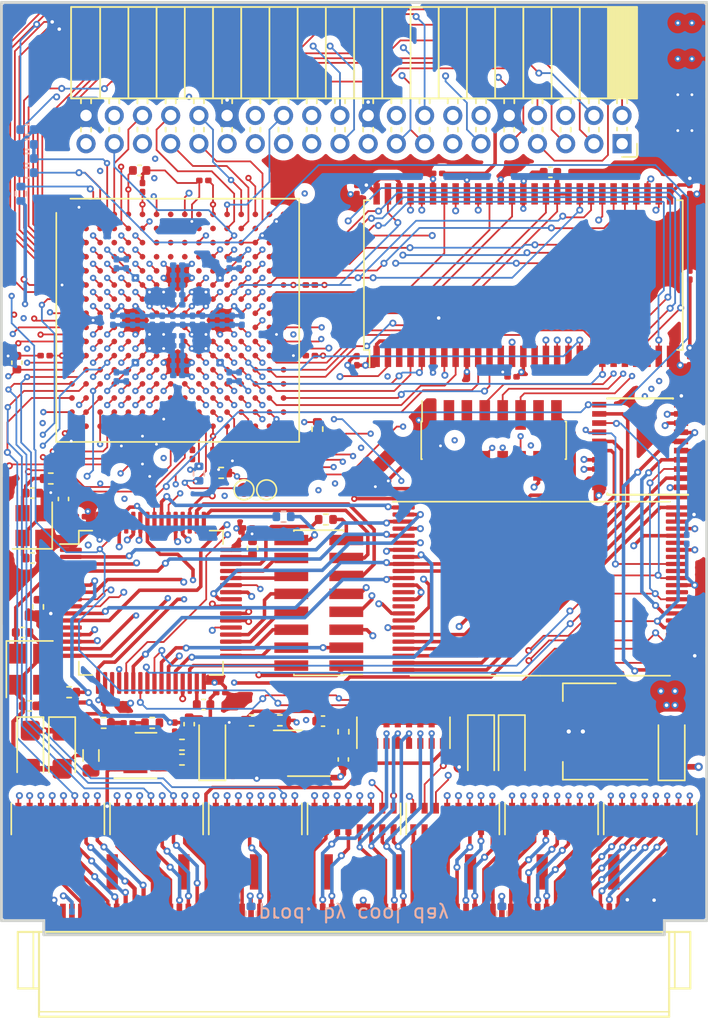
<source format=kicad_pcb>
(kicad_pcb (version 20221018) (generator pcbnew)
  (layers (0 "F.Cu" signal) (1 "In1.Cu" signal) (2 "In2.Cu" signal) (3 "In3.Cu" signal) (4 "In4.Cu" signal) (31 "B.Cu" signal) (34 "B.Paste" user) (35 "F.Paste" user) (36 "B.SilkS" user "B.Silkscreen") (37 "F.SilkS" user "F.Silkscreen") (38 "B.Mask" user) (39 "F.Mask" user) (44 "Edge.Cuts" user))
  (net 0 "")
  (net 1 "+3V3")
  (net 2 "GND")
  (net 3 "VCC")
  (net 4 "Net-(C5-Pad1)")
  (net 5 "uC_CNTRL1")
  (net 6 "+2V5")
  (net 7 "uC_CNTRL4")
  (net 8 "INOUT_PC_CARD_44")
  (net 9 "+1V2")
  (net 10 "Net-(C19-Pad2)")
  (net 11 "Net-(C25-Pad2)")
  (net 12 "40MHz_OSC")
  (net 13 "FPGA_CLK1")
  (net 14 "SDRAM_CNTRL8")
  (net 15 "FPGA_TEST_EDGE4")
  (net 16 "FPGA_TEST_EDGE5")
  (net 17 "FPGA_TEST_EDGE6")
  (net 18 "uC_PROG1")
  (net 19 "Net-(C18-Pad2)")
  (net 20 "uC_PROG2")
  (net 21 "uC_PROG4")
  (net 22 "Net-(L1-Pad1)")
  (net 23 "Net-(R2-Pad2)")
  (net 24 "Net-(R5-Pad1)")
  (net 25 "Net-(C76-Pad1)")
  (net 26 "Net-(R10-Pad1)")
  (net 27 "Net-(R11-Pad2)")
  (net 28 "Net-(R12-Pad1)")
  (net 29 "Net-(J2-Pad67)")
  (net 30 "Net-(J2-Pad43)")
  (net 31 "Net-(J2-Pad57)")
  (net 32 "Net-(R21-Pad2)")
  (net 33 "BOOT0")
  (net 34 "Net-(C82-Pad1)")
  (net 35 "INOUT_PC_CARD_51")
  (net 36 "INOUT_PC_CARD_26")
  (net 37 "INOUT_PC_CARD_52")
  (net 38 "INOUT_PC_CARD_27")
  (net 39 "INOUT_PC_CARD_53")
  (net 40 "INOUT_PC_CARD_28")
  (net 41 "INOUT_PC_CARD_54")
  (net 42 "INOUT_PC_CARD_29")
  (net 43 "PC_CARD_29")
  (net 44 "PC_CARD_54")
  (net 45 "PC_CARD_28")
  (net 46 "PC_CARD_53")
  (net 47 "PC_CARD_27")
  (net 48 "PC_CARD_52")
  (net 49 "PC_CARD_26")
  (net 50 "PC_CARD_51")
  (net 51 "INOUT_PC_CARD_47")
  (net 52 "INOUT_PC_CARD_22")
  (net 53 "INOUT_PC_CARD_48")
  (net 54 "INOUT_PC_CARD_23")
  (net 55 "INOUT_PC_CARD_49")
  (net 56 "INOUT_PC_CARD_24")
  (net 57 "INOUT_PC_CARD_50")
  (net 58 "INOUT_PC_CARD_25")
  (net 59 "PC_CARD_25")
  (net 60 "PC_CARD_50")
  (net 61 "PC_CARD_24")
  (net 62 "PC_CARD_49")
  (net 63 "PC_CARD_23")
  (net 64 "PC_CARD_48")
  (net 65 "PC_CARD_22")
  (net 66 "PC_CARD_47")
  (net 67 "INOUT_PC_CARD_17")
  (net 68 "INOUT_PC_CARD_45")
  (net 69 "INOUT_PC_CARD_18")
  (net 70 "INOUT_PC_CARD_46")
  (net 71 "INOUT_PC_CARD_19")
  (net 72 "INOUT_PC_CARD_20")
  (net 73 "INOUT_PC_CARD_RESET")
  (net 74 "INOUT_PC_CARD_21")
  (net 75 "PC_CARD_21")
  (net 76 "PC_CARD_RESET")
  (net 77 "PC_CARD_20")
  (net 78 "PC_CARD_19")
  (net 79 "PC_CARD_46")
  (net 80 "PC_CARD_18")
  (net 81 "PC_CARD_45")
  (net 82 "PC_CARD_17")
  (net 83 "INOUT_PC_CARD_14")
  (net 84 "INOUT_PC_CARD_41")
  (net 85 "INOUT_PC_CARD_55")
  (net 86 "INOUT_PC_CARD_42")
  (net 87 "INOUT_PC_CARD_15")
  (net 88 "INOUT_PC_CARD_43")
  (net 89 "INOUT_PC_CARD_16")
  (net 90 "PC_CARD_44")
  (net 91 "PC_CARD_16")
  (net 92 "PC_CARD_43")
  (net 93 "PC_CARD_15")
  (net 94 "PC_CARD_42")
  (net 95 "PC_CARD_55")
  (net 96 "PC_CARD_41")
  (net 97 "PC_CARD_14")
  (net 98 "INOUT_PC_CARD_10")
  (net 99 "INOUT_PC_CARD_37")
  (net 100 "INOUT_PC_CARD_11")
  (net 101 "INOUT_PC_CARD_38")
  (net 102 "INOUT_PC_CARD_12")
  (net 103 "INOUT_PC_CARD_39")
  (net 104 "INOUT_PC_CARD_13")
  (net 105 "INOUT_PC_CARD_40")
  (net 106 "PC_CARD_40")
  (net 107 "PC_CARD_13")
  (net 108 "PC_CARD_39")
  (net 109 "PC_CARD_12")
  (net 110 "PC_CARD_38")
  (net 111 "PC_CARD_11")
  (net 112 "PC_CARD_37")
  (net 113 "PC_CARD_10")
  (net 114 "INOUT_PC_CARD_33")
  (net 115 "INOUT_PC_CARD_6")
  (net 116 "INOUT_PC_CARD_34")
  (net 117 "INOUT_PC_CARD_7")
  (net 118 "INOUT_PC_CARD_35")
  (net 119 "INOUT_PC_CARD_8")
  (net 120 "INOUT_PC_CARD_9")
  (net 121 "INOUT_PC_CARD_36")
  (net 122 "PC_CARD_36")
  (net 123 "PC_CARD_9")
  (net 124 "PC_CARD_8")
  (net 125 "PC_CARD_35")
  (net 126 "PC_CARD_7")
  (net 127 "PC_CARD_34")
  (net 128 "PC_CARD_6")
  (net 129 "PC_CARD_33")
  (net 130 "INOUT_PC_CARD_1")
  (net 131 "INOUT_PC_CARD_2")
  (net 132 "INOUT_PC_CARD_30")
  (net 133 "INOUT_PC_CARD_3")
  (net 134 "INOUT_PC_CARD_31")
  (net 135 "INOUT_PC_CARD_4")
  (net 136 "INOUT_PC_CARD_32")
  (net 137 "INOUT_PC_CARD_5")
  (net 138 "PC_CARD_5")
  (net 139 "PC_CARD_32")
  (net 140 "PC_CARD_4")
  (net 141 "PC_CARD_31")
  (net 142 "PC_CARD_3")
  (net 143 "PC_CARD_30")
  (net 144 "PC_CARD_2")
  (net 145 "PC_CARD_1")
  (net 148 "Net-(C83-Pad1)")
  (net 149 "OSC_IN")
  (net 150 "OSC_OUT")
  (net 151 "BOOT_SECTOR")
  (net 152 "SPI2_MISO")
  (net 153 "SPI2_MOSI")
  (net 154 "GPIO_1")
  (net 155 "SERIAL_TX")
  (net 156 "SERIAL_RX")
  (net 157 "FPGA_CNTRL3")
  (net 158 "TIM3_CH3")
  (net 159 "TIM3_CH4")
  (net 160 "FPGA_CNTRL1")
  (net 161 "uC_A19")
  (net 162 "FPGA_CNTRL2")
  (net 163 "SPI2_SCK")
  (net 164 "CAN2_TX")
  (net 169 "USB_D-")
  (net 170 "USB_D+")
  (net 171 "SWIDO")
  (net 172 "NRST")
  (net 173 "SWCLK")
  (net 174 "uC_A16")
  (net 175 "uC_A15")
  (net 176 "uC_A14")
  (net 177 "uC_A13")
  (net 178 "uC_A12")
  (net 179 "uC_A11")
  (net 180 "uC_A10")
  (net 181 "uC_A9")
  (net 184 "uC_A18")
  (net 185 "uC_A8")
  (net 186 "uC_A7")
  (net 187 "uC_A6")
  (net 188 "uC_A5")
  (net 189 "uC_A4")
  (net 190 "uC_A3")
  (net 191 "uC_A2")
  (net 192 "uC_A1")
  (net 193 "uC_CNTRL3")
  (net 194 "uC_CNTRL2")
  (net 195 "uC_AD0")
  (net 197 "uC_AD1")
  (net 199 "uC_AD2")
  (net 201 "uC_AD3")
  (net 202 "unconnected-(U3-Pad36)")
  (net 203 "uC_AD4")
  (net 205 "uC_AD5")
  (net 207 "uC_AD6")
  (net 209 "uC_AD7")
  (net 210 "uC_A0")
  (net 211 "uC_A17")
  (net 213 "SERIAL_IO_1")
  (net 215 "USER_IO_21")
  (net 217 "USER_IO_22")
  (net 218 "USER_IO_27")
  (net 219 "USER_IO_25")
  (net 221 "USER_IO_2")
  (net 222 "Net-(R22-Pad2)")
  (net 223 "FPGA_TEST_EDGE1")
  (net 228 "USER_IO_29")
  (net 229 "USER_IO_28")
  (net 230 "USER_IO_26")
  (net 232 "USER_IO_1")
  (net 233 "USER_IO_3")
  (net 234 "USER_IO_4")
  (net 236 "SERIAL_IO_2")
  (net 240 "USER_IO_23")
  (net 242 "USER_IO_30")
  (net 243 "SDRAM_A1")
  (net 244 "SDRAM_A0")
  (net 245 "USER_IO_5")
  (net 246 "USER_IO_6")
  (net 247 "USER_IO_8")
  (net 248 "FPGA_TEST_EDGE3")
  (net 253 "USER_IO_31")
  (net 254 "USER_IO_24")
  (net 255 "SDRAM_A2")
  (net 256 "SDRAM_A3")
  (net 257 "SDRAM_A4")
  (net 258 "USER_IO_9")
  (net 259 "USER_IO_10")
  (net 260 "USER_IO_7")
  (net 261 "USER_IO_12")
  (net 262 "FPGA_TEST_EDGE2")
  (net 265 "SDRAM_A5")
  (net 266 "SDRAM_A6")
  (net 267 "SDRAM_A7")
  (net 268 "SDRAM_A8")
  (net 269 "USER_IO_13")
  (net 270 "USER_IO_14")
  (net 271 "USER_IO_11")
  (net 272 "USER_IO_16")
  (net 273 "SDRAM_A9")
  (net 274 "SDRAM_A10")
  (net 275 "SDRAM_A11")
  (net 276 "SDRAM_A12")
  (net 277 "USER_IO_0")
  (net 278 "USER_IO_17")
  (net 279 "USER_IO_18")
  (net 280 "USER_IO_15")
  (net 281 "SDRAM_DQ0")
  (net 282 "SDRAM_DQ1")
  (net 283 "SDRAM_DQ2")
  (net 284 "SDRAM_DQ3")
  (net 286 "USER_IO_19")
  (net 287 "USER_IO_20")
  (net 288 "SDRAM_DQ4")
  (net 289 "SDRAM_DQ5")
  (net 290 "SDRAM_DQ6")
  (net 291 "SDRAM_DQ7")
  (net 292 "SDRAM_CNTRL3")
  (net 293 "SDRAM_CNTRL1")
  (net 294 "SDRAM_DQ8")
  (net 295 "SDRAM_CNTRL2")
  (net 296 "SDRAM_CNTRL7")
  (net 297 "SDRAM_CNTRL5")
  (net 298 "SDRAM_CNTRL6")
  (net 299 "SDRAM_DQ15")
  (net 300 "SDRAM_CNTRL9")
  (net 301 "SDRAM_CNTRL10")
  (net 302 "SDRAM_DQ14")
  (net 303 "SDRAM_DQ13")
  (net 306 "SDRAM_DQ12")
  (net 307 "SDRAM_DQ11")
  (net 308 "SDRAM_DQ9")
  (net 309 "SDRAM_DQ10")
  (net 312 "SDRAM_CNTRL4")
  (net 314 "CAN2_RX")
  (net 315 "USART3_RX")
  (net 316 "USART3_CK")
  (net 317 "USART3_TX")
  (net 318 "Net-(J4-Pad16)")
  (net 319 "Net-(J4-Pad15)")
  (footprint "Resistor_SMD:R_0201_0603Metric" (layer "F.Cu") (at 28.54 47 -90)
    (fp_text reference "R10" hide)
    (fp_text value "0" hide)
  )
  (footprint "Capacitor_SMD:C_0201_0603Metric" (layer "F.Cu") (at 40.2 40.36 90)
    (property "Reference" "C24")
    (property "Value" "C-OPEN")
    (fp_text reference "C29" hide)
    (fp_text value "100nF" hide)
  )
  (footprint "Capacitor_SMD:C_0201_0603Metric" (layer "F.Cu") (at 29.35 27.6 180)
    (property "Reference" "C24")
    (property "Value" "C-OPEN")
    (fp_text reference "C66" hide)
    (fp_text value "100nF" hide)
  )
  (footprint "Capacitor_SMD:C_0201_0603Metric" (layer "F.Cu") (at 19.5 52.5 90)
    (property "Reference" "C24")
    (property "Value" "C-OPEN")
    (fp_text reference "C6" hide)
    (fp_text value "100nF" hide)
  )
  (footprint "Package_SO:TSOP-II-54_22.2x10.16mm_P0.8mm" (layer "F.Cu") (at 52 34.3 90)
    (fp_text reference "U17" hide)
    (fp_text value "MT48LC16M16A2TG-7E" hide)
  )
  (footprint "Capacitor_SMD:C_0201_0603Metric" (layer "F.Cu") (at 45.93 27.1)
    (property "Reference" "C24")
    (property "Value" "C-OPEN")
    (fp_text reference "C32" hide)
    (fp_text value "100nF" hide)
  )
  (footprint "Capacitor_Tantalum_SMD:CP_EIA-3216-18_Kemet-A" (layer "F.Cu") (at 19.3 67.9 -90)
    (fp_text reference "C17" hide)
    (fp_text value "10uF" hide)
  )
  (footprint "Package_SO:VSSOP-8_3.0x3.0mm_P0.65mm" (layer "F.Cu") (at 35.3 68.15 180)
    (fp_text reference "U6" hide)
    (fp_text value "LP3982IMM-ADJ" hide)
  )
  (footprint "PC_Card:IC9_Series" (layer "F.Cu") (at 40 80.8 180)
    (fp_text reference "J2" hide)
    (fp_text value "9-68RD-0.635SF" hide)
  )
  (footprint "Resistor_SMD:R_0402_1005Metric" (layer "F.Cu") (at 38 51.6 180)
    (fp_text reference "R9" hide)
    (fp_text value "0" hide)
  )
  (footprint "Capacitor_SMD:C_0402_1005Metric" (layer "F.Cu") (at 29.33 64.7)
    (property "Reference" "C24")
    (property "Value" "C-OPEN")
    (fp_text reference "C82" hide)
    (fp_text value "2u2" hide)
  )
  (footprint "Capacitor_SMD:C_0201_0603Metric" (layer "F.Cu") (at 23.98 66)
    (fp_text reference "C25" hide)
    (fp_text value "1nF" hide)
  )
  (footprint "Capacitor_SMD:C_0402_1005Metric" (layer "F.Cu") (at 32.8 53.62 90)
    (property "Reference" "C24")
    (property "Value" "C-OPEN")
    (fp_text reference "C76" hide)
    (fp_text value "2u2" hide)
  )
  (footprint "Capacitor_Tantalum_SMD:CP_EIA-3216-18_Kemet-A" (layer "F.Cu") (at 51.18 67.76 -90)
    (fp_text reference "C1" hide)
    (fp_text value "10uF" hide)
  )
  (footprint "Resistor_SMD:R_0402_1005Metric" (layer "F.Cu") (at 32.74 65.825)
    (fp_text reference "R7" hide)
    (fp_text value "100K" hide)
  )
  (footprint "Capacitor_Tantalum_SMD:CP_EIA-3216-18_Kemet-A" (layer "F.Cu") (at 62.51 67.76 90)
    (fp_text reference "C4" hide)
    (fp_text value "10uF" hide)
  )
  (footprint "Capacitor_SMD:C_0201_0603Metric" (layer "F.Cu") (at 25 28.1 90)
    (property "Reference" "C24")
    (property "Value" "C-OPEN")
    (fp_text reference "C71" hide)
    (fp_text value "100nF" hide)
  )
  (footprint "Capacitor_SMD:C_0201_0603Metric" (layer "F.Cu") (at 30.55 63.85 180)
    (property "Reference" "C24")
    (property "Value" "C-OPEN")
    (fp_text reference "C81" hide)
    (fp_text value "100nF" hide)
  )
  (footprint "Capacitor_SMD:C_0201_0603Metric" (layer "F.Cu") (at 27.29 66.3 -90)
    (fp_text reference "C19" hide)
    (fp_text value "22pF" hide)
  )
  (footprint "Resistor_SMD:R_Cat16-8" (layer "F.Cu") (at 26 72.8 -90)
    (fp_text reference "RN2" hide)
    (fp_text value "8 x 180R" hide)
  )
  (footprint "Capacitor_SMD:C_0201_0603Metric" (layer "F.Cu") (at 25 46.9 -90)
    (property "Reference" "C24")
    (property "Value" "C-OPEN")
    (fp_text reference "C53" hide)
    (fp_text value "100nF" hide)
  )
  (footprint "Package_SO:SSOP-20_4.4x6.5mm_P0.65mm" (layer "F.Cu") (at 60.28 46.4 180)
    (fp_text reference "U4" hide)
    (fp_text value "TC74LCX373FT" hide)
  )
  (footprint "Capacitor_SMD:C_0201_0603Metric" (layer "F.Cu") (at 32.45 52.2)
    (property "Reference" "C24")
    (property "Value" "C-OPEN")
    (fp_text reference "C79" hide)
    (fp_text value "100nF" hide)
  )
  (footprint "Capacitor_SMD:C_0201_0603Metric" (layer "F.Cu") (at 22.6 64.6 180)
    (property "Reference" "C24")
    (property "Value" "C-OPEN")
    (fp_text reference "C77" hide)
    (fp_text value "100nF" hide)
  )
  (footprint "Capacitor_SMD:C_0402_1005Metric" (layer "F.Cu") (at 16.1 40.5 -90)
    (property "Reference" "C24")
    (property "Value" "C-OPEN")
    (fp_text reference "C13" hide)
    (fp_text value "C-OPEN" hide)
  )
  (footprint "Capacitor_SMD:C_0201_0603Metric" (layer "F.Cu") (at 18.5 57.1 -90)
    (property "Reference" "C24")
    (property "Value" "C-OPEN")
    (fp_text reference "C7" hide)
    (fp_text value "100nF" hide)
  )
  (footprint "Capacitor_SMD:C_0402_1005Metric" (layer "F.Cu") (at 28.31 66.09 -90)
    (fp_text reference "C14" hide)
    (fp_text value "4.7uF" hide)
  )
  (footprint "Package_TO_SOT_SMD:SOT-223-3_TabPin2" (layer "F.Cu") (at 56.71 66.61 180)
    (fp_text reference "U1" hide)
    (fp_text value "LT1963AxST-3.3" hide)
  )
  (footprint "Resistor_SMD:R_0402_1005Metric" (layer "F.Cu") (at 37.4 45.2 -90)
    (fp_text reference "R21" hide)
    (fp_text value "56" hide)
  )
  (footprint "Capacitor_SMD:C_0201_0603Metric" (layer "F.Cu") (at 31.47 67.225 -90)
    (fp_text reference "C18" hide)
    (fp_text value "100nF" hide)
  )
  (footprint "Capacitor_SMD:C_0402_1005Metric" (layer "F.Cu") (at 53.92 27.02 180)
    (property "Reference" "C24")
    (property "Value" "C-OPEN")
    (fp_text reference "C34" hide)
    (fp_text value "C-OPEN" hide)
  )
  (footprint "TestPoint:TestPoint_Pad_D1.0mm" (layer "F.Cu") (at 33.8 49.5 90)
    (fp_text reference "TP1" hide)
    (fp_text value "TestPoint_Small" hide)
  )
  (footprint "Resistor_SMD:R_Cat16-8" (layer "F.Cu") (at 33 72.8 -90)
    (fp_text reference "RN3" hide)
    (fp_text value "8 x 180R" hide)
  )
  (footprint "Resistor_SMD:R_0402_1005Metric" (layer "F.Cu") (at 30.58 48.3)
    (fp_text reference "R14" hide)
    (fp_text value "330" hide)
  )
  (footprint "Package_DFN_QFN:DFN-10-1EP_3x3mm_P0.5mm_EP1.7x2.5mm" (layer "F.Cu") (at 24.5 68.31)
    (fp_text reference "U7" hide)
    (fp_text value "LTC3411EMS" hide)
  )
  (footprint "Resistor_SMD:R_0402_1005Metric" (layer "F.Cu") (at 17.6 57.79 -90)
    (fp_text reference "R6" hide)
    (fp_text value "10K" hide)
  )
  (footprint "Resistor_SMD:R_0402_1005Metric" (layer "F.Cu") (at 22.25 66 180)
    (fp_text reference "R2" hide)
    (fp_text value "220K" hide)
  )
  (footprint "Connector_PinSocket_2.00mm:PinSocket_2x20_P2.00mm_Horizontal" (layer "F.Cu") (at 59 25 -90)
    (fp_text reference "J1" hide)
    (fp_text value "Conn_02x20_Counter_Clockwise" hide)
  )
  (footprint "Resistor_SMD:R_Cat16-8" (layer "F.Cu") (at 47 72.8 -90)
    (fp_text reference "RN5" hide)
    (fp_text value "8 x 180R" hide)
  )
  (footprint "Capacitor_SMD:C_0201_0603Metric" (layer "F.Cu") (at 18.5 59.35 90)
    (property "Reference" "C24")
    (property "Value" "C-OPEN")
    (fp_text reference "C78" hide)
    (fp_text value "100nF" hide)
  )
  (footprint "Capacitor_SMD:C_0402_1005Metric" (layer "F.Cu") (at 37.8 65.875)
    (fp_text reference "C10" hide)
    (fp_text value "4.7uF" hide)
  )
  (footprint "Resistor_SMD:R_Cat16-8" (layer "F.Cu") (at 61 72.8 -90)
    (fp_text reference "RN7" hide)
    (fp_text value "8 x 180R" hide)
  )
  (footprint "Capacitor_SMD:C_0201_0603Metric" (layer "F.Cu") (at 20.85 65.86 -90)
    (fp_text reference "C20" hide)
    (fp_text value "100nF" hide)
  )
  (footprint "Resistor_SMD:R_Cat16-8" (layer "F.Cu") (at 43.5 66.7 -90)
    (fp_text reference "RN8" hide)
    (fp_text value "8 x 10K" hide)
  )
  (footprint "Capacitor_SMD:C_0201_0603Metric" (layer "F.Cu") (at 51.2 41.5 180)
    (property "Reference" "C24")
    (property "Value" "C-OPEN")
    (fp_text reference "C28" hide)
    (fp_text value "100nF" hide)
  )
  (footprint "Capacitor_Tantalum_SMD:CP_EIA-3216-18_Kemet-A" (layer "F.Cu") (at 29.95 67.76 90)
    (fp_text reference "C16" hide)
    (fp_text value "10uF" hide)
  )
  (footprint "Connector_PinHeader_1.27mm:PinHeader_2x08_P1.27mm_Vertical_SMD" (layer "F.Cu") (at 37.5 57.5 180)
    (fp_text reference "J4" hide)
    (fp_text value "Conn_02x10_Top_Bottom" hide)
  )
  (footprint "Capacitor_SMD:C_0201_0603Metric" (layer "F.Cu") (at 63.8 40.36 90)
    (property "Reference" "C24")
    (property "Value" "C-OPEN")
    (fp_text reference "C33" hide)
    (fp_text value "100nF" hide)
  )
  (footprint "Capacitor_SMD:C_0201_0603Metric" (layer "F.Cu") (at 31.41 69.43 90)
    (fp_text reference "C23" hide)
    (fp_text value "100nF" hide)
  )
  (footprint "Capacitor_SMD:C_0201_0603Metric" (layer "F.Cu") (at 63.8 34.3 -90)
    (property "Reference" "C24")
    (property "Value" "C-OPEN")
    (fp_text reference "C30" hide)
    (fp_text value "100nF" hide)
  )
  (footprint "Capacitor_SMD:C_0201_0603Metric" (layer "F.Cu") (at 18.1 40 180)
    (property "Reference" "C24")
    (property "Value" "C-OPEN")
    (fp_text reference "C54" hide)
    (fp_text value "100nF" hide)
  )
  (footprint "Capacitor_SMD:C_0402_1005Metric" (layer "F.Cu") (at 17.2 49.73)
    (property "Reference" "C24")
    (property "Value" "C-OPEN")
    (fp_text reference "C83" hide)
    (fp_text value "12p" hide)
  )
  (footprint "Capacitor_SMD:C_0201_0603Metric" (layer "F.Cu") (at 36.9 35)
    (property "Reference" "C24")
    (property "Value" "C-OPEN")
    (fp_text reference "C65" hide)
    (fp_text value "100nF" hide)
  )
  (footprint "Connector_PinSocket_1.27mm:PinSocket_2x08_P1.27mm_Vertical_SMD" (layer "F.Cu") (at 49.9 46 90)
    (fp_text reference "J3" hide)
    (fp_text value "MEC1-108-01-S-D-RA1-SL" hide)
  )
  (footprint "Capacitor_SMD:C_0402_1005Metric" (layer "F.Cu") (at 19.4 50.15 -90)
    (fp_text reference "C26" hide)
    (fp_text value "C-OPEN" hide)
  )
  (footprint "Resistor_SMD:R_0402_1005Metric" (layer "F.Cu") (at 27.8 67.55 180)
    (fp_text reference "R8" hide)
    (fp_text value "49.9K" hide)
  )
  (footprint "Resistor_SMD:R_Cat16-8" (layer "F.Cu") (at 19 72.8 -90)
    (fp_text reference "RN1" hide)
    (fp_text value "8 x 180R" hide)
  )
  (footprint "Capacitor_SMD:C_0402_1005Metric" (layer "F.Cu") (at 17 64.8 180)
    (property "Reference" "C24")
    (property "Value" "C-OPEN")
    (fp_text reference "C5" hide)
    (fp_text value "12p" hide)
  )
  (footprint "Resistor_SMD:R_Cat16-8" (layer "F.Cu") (at 40 72.8 -90)
    (fp_text reference "RN4" hide)
    (fp_text value "8 x 180R" hide)
  )
  (footprint "Package_SO:TSOP-I-48_18.4x12mm_P0.5mm" (layer "F.Cu") (at 53.2 56.5)
    (fp_text reference "U3" hide)
    (fp_text value "AM29LV320DT90EC" hide)
  )
  (footprint "Resistor_SMD:R_Cat16-8" (layer "F.Cu") (at 54 72.8 -90)
    (fp_text reference "RN6" hide)
    (fp_text value "8 x 180R" hide)
  )
  (footprint "Package_BGA:Xilinx_FTG256" (layer "F.Cu") (at 27.5 37.5)
    (property "Reference" "U")
    (property "Value" "XC3S400-4FT256C")
    (fp_text reference "U5" hide)
    (fp_text value "XC3S400-4FT256C" hide)
  )
  (footprint "Capacitor_SMD:C_0201_0603Metric" (layer "F.Cu") (at 18.1 35 180)
    (property "Reference" "C24")
    (property "Value" "C-OPEN")
    (fp_text reference "C73" hide)
    (fp_text value "100nF" hide)
  )
  (footprint "Connector_PinSocket_2.00mm:PinSocket_2x20_P2.00mm_Horizontal" (layer "F.Cu") (at 59 25 -90)
    (fp_text reference "J1" hide)
    (fp_text value "Conn_02x20_Counter_Clockwise" hide)
  )
  (footprint "Capacitor_SMD:C_0201_0603Metric" (layer "F.Cu") (at 63.8 28.24 90)
    (property "Reference" "C24")
    (property "Value" "C-OPEN")
    (fp_text reference "C31" hide)
    (fp_text value "100nF" hide)
  )
  (footprint "TestPoint:TestPoint_Pad_D1.0mm" (layer "F.Cu") (at 32.2 49.5)
    (fp_text reference "TP2" hide)
    (fp_text value "TestPoint_Small" hide)
  )
  (footprint "Resistor_SMD:R_0402_1005Metric" (layer "F.Cu") (at 27.8 68.6 180)
    (fp_text reference "R13" hide)
    (fp_text value "100K" hide)
  )
  (footprint "Capacitor_SMD:C_0201_0603Metric" (layer "F.Cu") (at 40.2 28.24 90)
    (property "Reference" "C24")
    (property "Value" "C-OPEN")
    (fp_text reference "C38" hide)
    (fp_text value "100nF" hide)
  )
  (footprint "Package_QFP:LQFP-64_10x10mm_P0.5mm" (layer "F.Cu") (at 25.6 57.5)
    (fp_text reference "U2" hide)
    (fp_text value "STM32F415RGTx" hide)
  )
  (footprint "Capacitor_SMD:C_0201_0603Metric" (layer "F.Cu") (at 30 47 -90)
    (property "Reference" "C24")
    (property "Value" "C-OPEN")
    (fp_text reference "C61" hide)
    (fp_text value "100nF" hide)
  )
  (footprint "Crystal:Crystal_SMD_3225-4Pin_3.2x2.5mm" (layer "F.Cu") (at 17 62.2 -90)
    (fp_text reference "Y1" hide)
    (fp_text value "16mHz" hide)
  )
  (footprint "Capacitor_Tantalum_SMD:CP_EIA-3216-18_Kemet-A" (layer "F.Cu") (at 49 67.76 -90)
    (fp_text reference "C2" hide)
    (fp_text value "10uF" hide)
  )
  (footprint "Resistor_SMD:R_0402_1005Metric" (layer "F.Cu") (at 19.8 63.83 180)
    (fp_text reference "R1" hide)
    (fp_text value "47" hide)
  )
  (footprint "Resistor_SMD:R_0402_1005Metric" (layer "F.Cu") (at 39.25 66.625 90)
    (fp_text reference "R23" hide)
    (fp_text value "R-OPEN" hide)
  )
  (footprint "Capacitor_SMD:C_0402_1005Metric" (layer "F.Cu") (at 24.8 26.89 180)
    (fp_text reference "C9" hide)
    (fp_text value "C-OPEN" hide)
  )
  (footprint "Capacitor_SMD:C_0201_0603Metric" (layer "F.Cu") (at 20.6 51.4 180)
    (property "Reference" "C24")
    (property "Value" "C-OPEN")
    (fp_text reference "C80" hide)
    (fp_text value "100nF" hide)
  )
  (footprint "Inductor_SMD:L_0805_2012Metric" (layer "F.Cu") (at 21.35 68.31 90)
    (fp_text reference "L1" hide)
    (fp_text value "1.5uH" hide)
  )
  (footprint "Resistor_SMD:R_0402_1005Metric" (layer "F.Cu") (at 18.5 48.7 180)
    (fp_text reference "R4" hide)
    (fp_text value "47" hide)
  )
  (footprint "Resistor_SMD:R_0402_1005Metric" (layer "F.Cu") (at 34.74 65.825)
    (fp_text reference "R5" hide)
    (fp_text value "100K" hide)
  )
  (footprint "Capacitor_SMD:C_0402_1005Metric" (layer "F.Cu") (at 16.5 59.6)
    (property "Reference" "C24")
    (property "Value" "C-OPEN")
    (fp_text reference "C3" hide)
    (fp_text value "12p" hide)
  )
  (footprint "Resistor_SMD:R_0402_1005Metric" (layer "F.Cu") (at 25.69 66 180)
    (fp_text reference "R12" hide)
    (fp_text value "13K" hide)
  )
  (footprint "Capacitor_SMD:C_0201_0603Metric" (layer "F.Cu") (at 36.9 40)
    (property "Reference" "C24")
    (property "Value" "C-OPEN")
    (fp_text reference "C62" hide)
    (fp_text value "100nF" hide)
  )
  (footprint "Crystal:Crystal_SMD_2520-4Pin_2.5x2.0mm" (layer "F.Cu") (at 17.2 52.03 90)
    (fp_text reference "Y2" hide)
    (fp_text value "40mHZ" hide)
  )
  (footprint "Capacitor_Tantalum_SMD:CP_EIA-3216-18_Kemet-A" (layer "F.Cu") (at 17.05 67.9 -90)
    (fp_text reference "C15" hide)
    (fp_text value "10uF" hide)
  )
  (footprint "Capacitor_SMD:C_0402_1005Metric" (layer "F.Cu") (at 39.24 68.591 -90)
    (fp_text reference "C22" hide)
    (fp_text value "4.7uF" hide)
  )
  (footprint "Capacitor_SMD:C_0402_1005Metric" (layer "F.Cu") (at 17.2 54.33 180)
    (property "Reference" "C24")
    (property "Value" "C-OPEN")
    (fp_text reference "C21" hide)
    (fp_text value "12p" hide)
  )
  (footprint "Capacitor_SMD:C_0201_0603Metric" (layer "B.Cu") (at 27.5 35 180)
    (property "Reference" "C24")
    (property "Value" "C-OPEN")
    (fp_text reference "C64" hide)
    (fp_text value "100nF" hide)
  )
  (footprint "Capacitor_SMD:C_0201_0603Metric" (layer "B.Cu") (at 27.5 34.3 180)
    (property "Reference" "C24")
    (property "Value" "C-OPEN")
    (fp_text reference "C72" hide)
    (fp_text value "100nF" hide)
  )
  (footprint "Resistor_SMD:R_0402_1005Metric" (layer "B.Cu") (at 29 48.35 -90)
    (fp_text reference "R11" hide)
    (fp_text value "4.7K" hide)
  )
  (footprint "Capacitor_SMD:C_0201_0603Metric" (layer "B.Cu") (at 31.85 33.5 -90)
    (property "Reference" "C24")
    (property "Value" "C-OPEN")
    (fp_text reference "C67" hide)
    (fp_text value "100nF" hide)
  )
  (footprint "Capacitor_SMD:C_0402_1005Metric" (layer "B.Cu") (at 16.82 26.05 180)
    (property "Reference" "C24")
    (property "Value" "C-OPEN")
    (fp_text reference "C24" hide)
    (fp_text value "C-OPEN" hide)
  )
  (footprint "Capacitor_SMD:C_0402_1005Metric" (layer "B.Cu") (at 16.82 24)
    (fp_text reference "C27" hide)
    (fp_text value "C-OPEN" hide)
  )
  (footprint "Capacitor_SMD:C_0201_0603Metric" (layer "B.Cu") (at 31.85 41.5 90)
    (property "Reference" "C24")
    (property "Value" "C-OPEN")
    (fp_text reference "C69" hide)
    (fp_text value "100nF" hide)
  )
  (footprint "Capacitor_SMD:C_0201_0603Metric" (layer "B.Cu") (at 27.5 33.6 180)
    (property "Reference" "C24")
    (property "Value" "C-OPEN")
    (fp_text reference "C74" hide)
    (fp_text value "100nF" hide)
  )
  (footprint "Capacitor_SMD:C_0201_0603Metric" (layer "B.Cu") (at 28.55 37.5 -90)
    (property "Reference" "C24")
    (property "Value" "C-OPEN")
    (fp_text reference "C43" hide)
    (fp_text value "100nF" hide)
  )
  (footprint "Capacitor_SMD:C_0201_0603Metric" (layer "B.Cu") (at 32.05 37.5 -90)
    (property "Reference" "C24")
    (property "Value" "C-OPEN")
    (fp_text reference "C48" hide)
    (fp_text value "100nF" hide)
  )
  (footprint "Capacitor_SMD:C_0201_0603Metric" (layer "B.Cu") (at 27.5 35.7 180)
    (property "Reference" "C24")
    (property "Value" "C-OPEN")
    (fp_text reference "C63" hide)
    (fp_text value "100nF" hide)
  )
  (footprint "Capacitor_SMD:C_0201_0603Metric" (layer "B.Cu") (at 27.5 39.3 180)
    (property "Reference" "C24")
    (property "Value" "C-OPEN")
    (fp_text reference "C50" hide)
    (fp_text value "100nF" hide)
  )
  (footprint "Capacitor_SMD:C_0201_0603Metric" (layer "B.Cu") (at 31.35 37.5 -90)
    (property "Reference" "C24")
    (property "Value" "C-OPEN")
    (fp_text reference "C47" hide)
    (fp_text value "100nF" hide)
  )
  (footprint "Capacitor_SMD:C_0201_0603Metric" (layer "B.Cu") (at 23.6 37.5 -90)
    (property "Reference" "C24")
    (property "Value" "C-OPEN")
    (fp_text reference "C36" hide)
    (fp_text value "100nF" hide)
  )
  (footprint "Capacitor_SMD:C_0402_1005Metric" (layer "B.Cu") (at 16.82 27.05)
    (fp_text reference "C12" hide)
    (fp_text value "C-OPEN" hide)
  )
  (footprint "Capacitor_SMD:C_0201_0603Metric" (layer "B.Cu") (at 30.65 37.5 -90)
    (property "Reference" "C24")
    (property "Value" "C-OPEN")
    (fp_text reference "C46" hide)
    (fp_text value "100nF" hide)
  )
  (footprint "Resistor_SMD:R_0402_1005Metric" (layer "B.Cu") (at 50.4775 79.5 -90)
    (fp_text reference "R16" hide)
    (fp_text value "R-OPEN" hide)
  )
  (footprint "Capacitor_SMD:C_0201_0603Metric" (layer "B.Cu") (at 23.85 41.5 90)
    (property "Reference" "C24")
    (property "Value" "C-OPEN")
    (fp_text reference "C60" hide)
    (fp_text value "100nF" hide)
  )
  (footprint "Capacitor_SMD:C_0201_0603Metric" (layer "B.Cu") (at 27.5 40.7 180)
    (property "Reference" "C24")
    (property "Value" "C-OPEN")
    (fp_text reference "C52" hide)
    (fp_text value "100nF" hide)
  )
  (footprint "Capacitor_SMD:C_0201_0603Metric" (layer "B.Cu") (at 26.4 37.5 -90)
    (property "Reference" "C24")
    (property "Value" "C-OPEN")
    (fp_text reference "C41" hide)
    (fp_text value "100nF" hide)
  )
  (footprint "Capacitor_SMD:C_0201_0603Metric" (layer "B.Cu") (at 22.9 37.5 -90)
    (property "Reference" "C24")
    (property "Value" "C-OPEN")
    (fp_text reference "C35" hide)
    (fp_text value "100nF" hide)
  )
  (footprint "Capacitor_SMD:C_0201_0603Metric" (layer "B.Cu") (at 23.15 33.5 -90)
    (property "Reference" "C24")
    (property "Value" "C-OPEN")
    (fp_text reference "C57" hide)
    (fp_text value "100nF" hide)
  )
  (footprint "Capacitor_SMD:C_0201_0603Metric" (layer "B.Cu") (at 27.5 36.4 180)
    (property "Reference" "C24")
    (property "Value" "C-OPEN")
    (fp_text reference "C59" hide)
    (fp_text value "100nF" hide)
  )
  (footprint "Capacitor_SMD:C_0201_0603Metric" (layer "B.Cu") (at 27.5 41.4 180)
    (property "Reference" "C24")
    (property "Value" "C-OPEN")
    (fp_text reference "C56" hide)
    (fp_text value "100nF" hide)
  )
  (footprint "Resistor_SMD:R_0201_0603Metric" (layer "B.Cu") (at 19.9975 79.68 90)
    (fp_text reference "R15" hide)
    (fp_text value "0" hide)
  )
  (footprint "Capacitor_SMD:C_0201_0603Metric" (layer "B.Cu") (at 27.85 37.5 -90)
    (property "Reference" "C24")
    (property "Value" "C-OPEN")
    (fp_text reference "C75" hide)
    (fp_text value "100nF" hide)
  )
  (footprint "Capacitor_SMD:C_0201_0603Metric" (layer "B.Cu") (at 29.25 37.5 -90)
    (property "Reference" "C24")
    (property "Value" "C-OPEN")
    (fp_text reference "C44" hide)
    (fp_text value "100nF" hide)
  )
  (footprint "Resistor_SMD:R_0402_1005Metric" (layer "B.Cu") (at 16.38 28.54 90)
    (property "Reference" "R22")
    (property "Value" "56")
    (fp_text reference "R22" hide)
    (fp_text value "56" hide)
  )
  (footprint "Capacitor_SMD:C_0201_0603Metric" (layer "B.Cu") (at 27.5 40 180)
    (property "Reference" "C24")
    (property "Value" "C-OPEN")
    (fp_text reference "C51" hide)
    (fp_text value "100nF" hide)
  )
  (footprint "Capacitor_SMD:C_0201_0603Metric" (layer "B.Cu") (at 63.58 53 90)
    (property "Reference" "C24")
    (property "Value" "C-OPEN")
    (fp_text reference "C11" hide)
    (fp_text value "100nF" hide)
  )
  (footprint "Capacitor_SMD:C_0201_0603Metric" (layer "B.Cu") (at 25 37.5 -90)
    (property "Reference" "C24")
    (property "Value" "C-OPEN")
    (fp_text reference "C39" hide)
    (fp_text value "100nF" hide)
  )
  (footprint "Capacitor_SMD:C_0201_0603Metric" (layer "B.Cu") (at 31.15 33.5 -90)
    (property "Reference" "C24")
    (property "Value" "C-OPEN")
    (fp_text reference "C68" hide)
    (fp_text value "100nF" hide)
  )
  (footprint "Capacitor_SMD:C_0402_1005Metric" (layer "B.Cu") (at 16.82 25.05)
    (fp_text reference "C8" hide)
    (fp_text value "C-OPEN" hide)
  )
  (footprint "Resistor_SMD:R_0402_1005Metric" (layer "B.Cu") (at 35 51.4)
    (fp_text reference "R3" hide)
    (fp_text value "10K" hide)
  )
  (footprint "Capacitor_SMD:C_0201_0603Metric" (layer "B.Cu") (at 29.95 37.5 -90)
    (property "Reference" "C24")
    (property "Value" "C-OPEN")
    (fp_text reference "C45" hide)
    (fp_text value "100nF" hide)
  )
  (footprint "Capacitor_SMD:C_0201_0603Metric" (layer "B.Cu") (at 25.7 37.5 -90)
    (property "Reference" "C24")
    (property "Value" "C-OPEN")
    (fp_text reference "C40" hide)
    (fp_text value "100nF" hide)
  )
  (footprint "Capacitor_SMD:C_0201_0603Metric" (layer "B.Cu") (at 24.3 37.5 -90)
    (property "Reference" "C24")
    (property "Value" "C-OPEN")
    (fp_text reference "C37" hide)
    (fp_text value "100nF" hide)
  )
  (footprint "Capacitor_SMD:C_0201_0603Metric" (layer "B.Cu") (at 31.15 41.5 90)
    (property "Reference" "C24")
    (property "Value" "C-OPEN")
    (fp_text reference "C70" hide)
    (fp_text value "100nF" hide)
  )
  (footprint "Resistor_SMD:R_0402_1005Metric" (layer "B.Cu") (at 32.6975 79.5 90)
    (fp_text reference "R17" hide)
    (fp_text value "R-OPEN" hide)
  )
  (footprint "Capacitor_SMD:C_0201_0603Metric" (layer "B.Cu") (at 23.15 41.5 90)
    (property "Reference" "C24")
    (property "Value" "C-OPEN")
    (fp_text reference "C58" hide)
    (fp_text value "100nF" hide)
  )
  (footprint "Capacitor_SMD:C_0201_0603Metric" (layer "B.Cu") (at 23.85 33.5 -90)
    (property "Reference" "C24")
    (property "Value" "C-OPEN")
    (fp_text reference "C55" hide)
    (fp_text value "100nF" hide)
  )
  (footprint "Capacitor_SMD:C_0201_0603Metric" (layer "B.Cu") (at 27.5 38.6 180)
    (property "Reference" "C24")
    (property "Value" "C-OPEN")
    (fp_text reference "C49" hide)
    (fp_text value "100nF" hide)
  )
  (footprint "Capacitor_SMD:C_0201_0603Metric" (layer "B.Cu") (at 27.15 37.5 -90)
    (property "Reference" "C24")
    (property "Value" "C-OPEN")
    (fp_text reference "C42" hide)
    (fp_text value "100nF" hide)
  )
  (gr_line (start 65 80) (end 62 80) (stroke (width 0.2)) (layer "Edge.Cuts"))
  (gr_line (start 18 80) (end 15 80) (stroke (width 0.2)) (layer "Edge.Cuts"))
  (gr_line (start 62 81) (end 18 81) (stroke (width 0.2)) (layer "Edge.Cuts"))
  (gr_line (start 18 81) (end 18 80) (stroke (width 0.2)) (layer "Edge.Cuts"))
  (gr_line (start 15 80) (end 15 15) (stroke (width 0.2)) (layer "Edge.Cuts"))
  (gr_line (start 65 15) (end 65 80) (stroke (width 0.2)) (layer "Edge.Cuts"))
  (gr_line (start 15 15) (end 65 15) (stroke (width 0.2)) (layer "Edge.Cuts"))
  (gr_line (start 62 80) (end 62 81) (stroke (width 0.2)) (layer "Edge.Cuts"))
  (segment (start 48 40.05) (end 48 41.15) (width 0.25) (layer "F.Cu") (net 1))
  (segment (start 42.953511 38.970489) (end 43.2 39.216978) (width 0.25) (layer "F.Cu") (net 1))
  (segment (start 45.6 27.5) (end 45.6 27.11) (width 0.25) (layer "F.Cu") (net 1))
  (segment (start 47.255 65.94) (end 47.725 66.41) (width 0.4) (layer "F.Cu") (net 1))
  (segment (start 30.575 63.175) (end 30.87 63.47) (width 0.25) (layer "F.Cu") (net 1))
  (segment (start 30 38) (end 30.0092 38) (width 0.125) (layer "F.Cu") (net 1))
  (segment (start 19.925 59.75) (end 18.58 59.75) (width 0.25) (layer "F.Cu") (net 1))
  (segment (start 52 41.02) (end 51.86 41.16) (width 0.25) (layer "F.Cu") (net 1))
  (segment (start 29 35) (end 29.4846 34.5154) (width 0.125) (layer "F.Cu") (net 1))
  (segment (start 40.962 40.688) (end 41.6 40.05) (width 0.25) (layer "F.Cu") (net 1))
  (segment (start 21.85 51.825) (end 21.345 51.825) (width 0.25) (layer "F.Cu") (net 1))
  (segment (start 17.9 52.905) (end 17.9 54.11) (width 0.25) (layer "F.Cu") (net 1))
  (segment (start 61.75 63.75) (end 60.42 63.75) (width 0.25) (layer "F.Cu") (net 1))
  (segment (start 25.99 40) (end 25.4996 40.4904) (width 0.125) (layer "F.Cu") (net 1))
  (segment (start 44.7495 56.5495) (end 44.45 56.25) (width 0.25) (layer "F.Cu") (net 1))
  (segment (start 31.0292 38) (end 31.4746 38.4454) (width 0.125) (layer "F.Cu") (net 1))
  (segment (start 41.6 39.2) (end 41.829511 38.970489) (width 0.25) (layer "F.Cu") (net 1))
  (segment (start 26 34.9908) (end 25.4946 34.4854) (width 0.125) (layer "F.Cu") (net 1))
  (segment (start 29 40) (end 29.0042 40) (width 0.125) (layer "F.Cu") (net 1))
  (segment (start 28 41) (end 28.4504 41.4504) (width 0.125) (layer "F.Cu") (net 1))
  (segment (start 26.995 41) (end 26.5196 41.4754) (width 0.125) (layer "F.Cu") (net 1))
  (segment (start 24 38) (end 23.99 38) (width 0.125) (layer "F.Cu") (net 1))
  (segment (start 21.345 51.825) (end 20.92 51.4) (width 0.25) (layer "F.Cu") (net 1))
  (segment (start 17.6 58.3) (end 17.6 59.1) (width 0.25) (layer "F.Cu") (net 1))
  (segment (start 21.129309 51.025) (end 21.129309 51.190691) (width 0.125) (layer "F.Cu") (net 1))
  (segment (start 23.99 38) (end 23.5096 38.4804) (width 0.125) (layer "F.Cu") (net 1))
  (segment (start 51.86 41.16) (end 51.52 41.5) (width 0.25) (layer "F.Cu") (net 1))
  (segment (start 26 35) (end 26 34.9908) (width 0.125) (layer "F.Cu") (net 1))
  (segment (start 28 40.0108) (end 28.5096 40.5204) (width 0.125) (layer "F.Cu") (net 1))
  (segment (start 43.2 39.216978) (end 43.2 40.05) (width 0.25) (layer "F.Cu") (net 1))
  (segment (start 19.925 53.245) (end 19.5 52.82) (width 0.25) (layer "F.Cu") (net 1))
  (segment (start 25 36) (end 24.5296 35.5296) (width 0.125) (layer "F.Cu") (net 1))
  (segment (start 51.18 66.41) (end 51.18 65.27) (width 0.6) (layer "F.Cu") (net 1))
  (segment (start 43.9 65.94) (end 44.7 65.94) (width 0.4) (layer "F.Cu") (net 1))
  (segment (start 40.804039 40.68) (end 40.812039 40.688) (width 0.25) (layer "F.Cu") (net 1))
  (segment (start 30.005 36) (end 30.4946 35.5104) (width 0.125) (layer "F.Cu") (net 1))
  (segment (start 62.75 64.75) (end 61.75 64.75) (width 0.25) (layer "F.Cu") (net 1))
  (segment (start 31.69 52.2) (end 31.66 52.23) (width 0.125) (layer "F.Cu") (net 1))
  (segment (start 63.12 40.68) (end 63.03 40.68) (width 0.25) (layer "F.Cu") (net 1))
  (segment (start 62.8875 56.25) (end 64.15 56.25) (width 0.25) (layer "F.Cu") (net 1))
  (segment (start 19.925 53.75) (end 19.925 53.245) (width 0.25) (layer "F.Cu") (net 1))
  (segment (start 60.42 63.75) (end 59.86 64.31) (width 0.25) (layer "F.Cu") (net 1))
  (segment (start 27 40.01) (end 26.5396 40.4704) (width 0.125) (layer "F.Cu") (net 1))
  (segment (start 41.5 65.94) (end 42.3 65.94) (width 0.4) (layer "F.Cu") (net 1))
  (segment (start 28 40) (end 28 40.0108) (width 0.125) (layer "F.Cu") (net 1))
  (segment (start 50.4 28.55) (end 50.4 27.53) (width 0.3) (layer "F.Cu") (net 1))
  (segment (start 21.129309 51.190691) (end 20.92 51.4) (width 0.25) (layer "F.Cu") (net 1))
  (segment (start 52 40.05) (end 52 41.02) (width 0.25) (layer "F.Cu") (net 1))
  (segment (start 51.18 65.27) (end 52.59 63.86) (width 0.6) (layer "F.Cu") (net 1))
  (segment (start 22.85 64.53) (end 22.92 64.6) (width 0.25) (layer "F.Cu") (net 1))
  (segment (start 40.019639 28.57) (end 40.2 28.57) (width 0.25) (layer "F.Cu") (net 1))
  (segment (start 24.9992 37) (end 24.4846 36.4854) (width 0.125) (layer "F.Cu") (net 1))
  (segment (start 29.0042 40) (end 29.4846 40.4804) (width 0.125) (layer "F.Cu") (net 1))
  (segment (start 19.925 53.75) (end 21.85 51.825) (width 0.25) (layer "F.Cu") (net 1))
  (segment (start 40.812039 40.688) (end 40.962 40.688) (width 0.25) (layer "F.Cu") (net 1))
  (segment (start 31 37) (end 31 36.995) (width 0.125) (layer "F.Cu") (net 1))
  (segment (start 45.6 27.11) (end 45.61 27.1) (width 0.25) (layer "F.Cu") (net 1))
  (segment (start 45.6 28.55) (end 45.6 27.5) (width 0.25) (layer "F.Cu") (net 1))
  (segment (start 21.262 59.75) (end 19.925 59.75) (width 0.25) (layer "F.Cu") (net 1))
  (segment (start 31 36.995) (end 31.4746 36.5204) (width 0.125) (layer "F.Cu") (net 1))
  (segment (start 25 38.01) (end 24.5396 38.4704) (width 0.125) (layer "F.Cu") (net 1))
  (segment (start 28 34) (end 28 33.995) (width 0.125) (layer "F.Cu") (net 1))
  (segment (start 31.30048 53.77548) (end 31.275 53.75) (width 0.25) (layer "F.Cu") (net 1))
  (segment (start 25 37) (end 24.9992 37) (width 0.125) (layer "F.Cu") (net 1))
  (segment (start 63.8 28.56) (end 63.8 29.15) (width 0.25) (layer "F.Cu") (net 1))
  (segment (start 44.7 65.94) (end 45.5 65.94) (width 0.4) (layer "F.Cu") (net 1))
  (segment (start 62.75 63.75) (end 61.75 63.75) (width 0.25) (layer "F.Cu") (net 1))
  (segment (start 31.275 53.75) (end 32.13 52.895) (width 0.25) (layer "F.Cu") (net 1))
  (segment (start 24 37) (end 23.9942 37) (width 0.125) (layer "F.Cu") (net 1))
  (segment (start 45.5 65.94) (end 46.3 65.94) (width 0.4) (layer "F.Cu") (net 1))
  (segment (start 44.7495 56.9505) (end 44.45 57.25) (width 0.25) (layer "F.Cu") (net 1))
  (segment (start 32.13 52.2) (end 31.69 52.2) (width 0.25) (layer "F.Cu") (net 1))
  (segment (start 30 39) (end 30.0142 39) (width 0.125) (layer "F.Cu") (net 1))
  (segment (start 44.96 44.2) (end 45.455 44.2) (width 0.3) (layer "F.Cu") (net 1))
  (segment (start 43.1 65.94) (end 43.9 65.94) (width 0.4) (layer "F.Cu") (net 1))
  (segment (start 59.86 64.31) (end 59.4 63.85) (width 0.6) (layer "F.Cu") (net 1))
  (segment (start 44.45 57.25) (end 43.5125 57.25) (width 0.25) (layer "F.Cu") (net 1))
  (segment (start 27 34) (end 27 33.9808) (width 0.125) (layer "F.Cu") (net 1))
  (segment (start 22.92 64.6) (end 24.14814 64.6) (width 0.25) (layer "F.Cu") (net 1))
  (segment (start 30.01 37) (end 30.5346 36.4754) (width 0.125) (layer "F.Cu") (net 1))
  (segment (start 17.985 52.82) (end 17.9 52.905) (width 0.25) (layer "F.Cu") (net 1))
  (segment (start 63.8 28.56) (end 64.3 28.56) (width 0.25) (layer "F.Cu") (net 1))
  (segment (start 21.612 59.4) (end 21.262 59.75) (width 0.25) (layer "F.Cu") (net 1))
  (segment (start 40.2 40.68) (end 40.804039 40.68) (width 0.25) (layer "F.Cu") (net 1))
  (segment (start 30.1355 63.175) (end 30.11 63.1495) (width 0.125) (layer "F.Cu") (net 1))
  (segment (start 63.03 40.68) (end 62.4 40.05) (width 0.25) (layer "F.Cu") (net 1))
  (segment (start 23.9942 37) (end 23.4596 36.4654) (width 0.125) (layer "F.Cu") (net 1))
  (segment (start 42.3 65.94) (end 43.1 65.94) (width 0.4) (layer "F.Cu") (net 1))
  (segment (start 28 35) (end 28.5146 34.4854) (width 0.125) (layer "F.Cu") (net 1))
  (segment (start 44.59 44.57) (end 44.96 44.2) (width 0.3) (layer "F.Cu") (net 1))
  (segment (start 26 40) (end 25.99 40) (width 0.125) (layer "F.Cu") (net 1))
  (segment (start 24.5296 35.5296) (end 24.5296 35.5254) (width 0.125) (layer "F.Cu") (net 1))
  (segment (start 30 37) (end 30.01 37) (width 0.125) (layer "F.Cu") (net 1))
  (segment (start 27 34.9958) (end 26.5146 34.5104) (width 0.125) (layer "F.Cu") (net 1))
  (segment (start 30.0092 38) (end 30.4996 38.4904) (width 0.125) (layer "F.Cu") (net 1))
  (segment (start 39.75 28.575) (end 40.014639 28.575) (width 0.25) (layer "F.Cu") (net 1))
  (segment (start 40.7 65.94) (end 41.5 65.94) (width 0.4) (layer "F.Cu") (net 1))
  (segment (start 30.87 63.47) (end 30.87 63.85) (width 0.25) (layer "F.Cu") (net 1))
  (segment (start 17.6 59.1) (end 18.17 59.67) (width 0.25) (layer "F.Cu") (net 1))
  (segment (start 44.7495 56.75) (end 44.7495 56.9505) (width 0.25) (layer "F.Cu") (net 1))
  (segment (start 46.3 65.94) (end 47.255 65.94) (width 0.4) (layer "F.Cu") (net 1))
  (segment (start 57.38 49.87) (end 57.38 49.325) (width 0.25) (layer "F.Cu") (net 1))
  (segment (start 41.6 40.05) (end 41.6 39.2) (width 0.25) (layer "F.Cu") (net 1))
  (segment (start 19.5 52.82) (end 17.985 52.82) (width 0.25) (layer "F.Cu") (net 1))
  (segment (start 52.59 63.86) (end 59.41 63.86) (width 0.6) (layer "F.Cu") (net 1))
  (segment (start 29.35 63.175) (end 30.575 63.175) (width 0.25) (layer "F.Cu") (net 1))
  (segment (start 59.41 63.86) (end 59.86 64.31) (width 0.6) (layer "F.Cu") (net 1))
  (segment (start 22.85 63.175) (end 22.85 64.53) (width 0.25) (layer "F.Cu") (net 1))
  (segment (start 31 38) (end 31.0292 38) (width 0.125) (layer "F.Cu") (net 1))
  (segment (start 40.014639 28.575) (end 40.019639 28.57) (width 0.25) (layer "F.Cu") (net 1))
  (segment (start 27 40) (end 27 40.01) (width 0.125) (layer "F.Cu") (net 1))
  (segment (start 27 35) (end 27 34.9958) (width 0.125) (layer "F.Cu") (net 1))
  (segment (start 60.3 64.75) (end 59.86 64.31) (width 0.25) (layer "F.Cu") (net 1))
  (segment (start 49 66.41) (end 51.18 66.41) (width 0.8) (layer "F.Cu") (net 1))
  (segment (start 27 41) (end 26.995 41) (width 0.125) (layer "F.Cu") (net 1))
  (segment (start 63.8 29.15) (end 63.8 33.98) (width 0.25) (layer "F.Cu") (net 1))
  (segment (start 17.9 54.11) (end 17.68 54.33) (width 0.25) (layer "F.Cu") (net 1))
  (segment (start 41.829511 38.970489) (end 42.953511 38.970489) (width 0.25) (layer "F.Cu") (net 1))
  (segment (start 30 36) (end 30.005 36) (width 0.125) (layer "F.Cu") (net 1))
  (segment (start 18.17 59.67) (end 18.5 59.67) (width 0.25) (layer "F.Cu") (net 1))
  (segment (start 28 33.995) (end 28.4896 33.5054) (width 0.125) (layer "F.Cu") (net 1))
  (segment (start 44.7495 56.75) (end 44.7495 56.5495) (width 0.25) (layer "F.Cu") (net 1))
  (segment (start 61.75 64.75) (end 60.3 64.75) (width 0.25) (layer "F.Cu") (net 1))
  (segment (start 25 39) (end 24.98 39) (width 0.125) (layer "F.Cu") (net 1))
  (segment (start 28.4504 41.4504) (end 28.4596 41.4504) (width 0.125) (layer "F.Cu") (net 1))
  (segment (start 25 38) (end 25 38.01) (width 0.125) (layer "F.Cu") (net 1))
  (segment (start 57.35 49.9) (end 57.38 49.87) (width 0.25) (layer "F.Cu") (net 1))
  (segment (start 24.98 39) (end 24.5046 39.4754) (width 0.125) (layer "F.Cu") (net 1))
  (segment (start 30.0142 39) (end 30.4946 39.4804) (width 0.125) (layer "F.Cu") (net 1))
  (segment (start 27 33.9808) (end 26.5296 33.5104) (width 0.125) (layer "F.Cu") (net 1))
  (segment (start 18.58 59.75) (end 18.5 59.67) (width 0.25) (layer "F.Cu") (net 1))
  (segment (start 47.725 66.41) (end 49 66.41) (width 0.4) (layer "F.Cu") (net 1))
  (segment (start 32.13 52.895) (end 32.13 52.2) (width 0.25) (layer "F.Cu") (net 1))
  (segment (start 24.14814 64.6) (end 24.152623 64.604483) (width 0.25) (layer "F.Cu") (net 1))
  (segment (start 63.8 40.68) (end 63.12 40.68) (width 0.25) (layer "F.Cu") (net 1))
  (segment (start 44.45 56.25) (end 43.5125 56.25) (width 0.25) (layer "F.Cu") (net 1))
  (via (at 30.5 38.5) (size 0.45) (drill 0.2) (layers "F.Cu" "B.Cu") (net 1))
  (via (at 45.6 27.5) (size 0.45) (drill 0.2) (layers "F.Cu" "B.Cu") (net 1))
  (via (at 23.5 38.5) (size 0.45) (drill 0.2) (layers "F.Cu" "B.Cu") (net 1))
  (via (at 63.95 18.99) (size 0.45) (drill 0.2) (layers "F.Cu" "B.Cu") (net 1))
  (via (at 62.95 16.45) (size 0.45) (drill 0.2) (layers "F.Cu" "B.Cu") (net 1))
  (via (at 30.5 36.5) (size 0.45) (drill 0.2) (layers "F.Cu" "B.Cu") (net 1))
  (via (at 44.59 44.57) (size 0.45) (drill 0.2) (layers "F.Cu" "B.Cu") (net 1))
  (via (at 26.5 41.5) (size 0.45) (drill 0.2) (layers "F.Cu" "B.Cu") (net 1))
  (via (at 28.5 34.5) (size 0.45) (drill 0.2) (layers "F.Cu" "B.Cu") (net 1))
  (via (at 24.5 38.5) (size 0.45) (drill 0.2) (layers "F.Cu" "B.Cu") (net 1))
  (via (at 23.5 36.5) (size 0.45) (drill 0.2) (layers "F.Cu" "B.Cu") (net 1))
  (via (at 30.5 39.5) (size 0.45) (drill 0.2) (layers "F.Cu" "B.Cu") (net 1))
  (via (at 24.5 36.5) (size 0.45) (drill 0.2) (layers "F.Cu" "B.Cu") (net 1))
  (via (at 64.15 56.25) (size 0.5) (drill 0.25) (layers "F.Cu" "B.Cu") (net 1))
  (via (at 31.66 52.23) (size 0.45) (drill 0.2) (layers "F.Cu" "B.Cu") (net 1))
  (via (at 62.15 64.75) (size 0.5) (drill 0.25) (layers "F.Cu" "B.Cu") (net 1))
  (via (at 50.4 27.53) (size 0.45) (drill 0.2) (layers "F.Cu" "B.Cu") (net 1))
  (via (at 26.5 34.5) (size 0.45) (drill 0.2) (layers "F.Cu" "B.Cu") (net 1))
  (via (at 21.129309 51.025) (size 0.45) (drill 0.2) (layers "F.Cu" "B.Cu") (net 1))
  (via (at 29.5 40.5) (size 0.45) (drill 0.2) (layers "F.Cu" "B.Cu") (net 1))
  (via (at 24.152623 64.604483) (size 0.5) (drill 0.25) (layers "F.Cu" "B.Cu") (net 1))
  (via (at 28.385651 48.075) (size 0.45) (drill 0.2) (layers "F.Cu" "B.Cu") (net 1))
  (via (at 62.95 18.99) (size 0.45) (drill 0.2) (layers "F.Cu" "B.Cu") (net 1))
  (via (at 48 41.15) (size 0.45) (drill 0.2) (layers "F.Cu" "B.Cu") (net 1))
  (via (at 28.5 41.5) (size 0.45) (drill 0.2) (layers "F.Cu" "B.Cu") (net 1))
  (via (at 44.7495 56.75) (size 0.5) (drill 0.25) (layers "F.Cu" "B.Cu") (net 1))
  (via (at 28.5 33.5) (size 0.45) (drill 0.2) (layers "F.Cu" "B.Cu") (net 1))
  (via (at 63.12 40.68) (size 0.5) (drill 0.25) (layers "F.Cu" "B.Cu") (net 1))
  (via (at 39.75 28.575) (size 0.45) (drill 0.2) (layers "F.Cu" "B.Cu") (net 1))
  (via (at 24.5 35.5) (size 0.45) (drill 0.2) (layers "F.Cu" "B.Cu") (net 1))
  (via (at 40.812039 40.688) (size 0.5) (drill 0.25) (layers "F.Cu" "B.Cu") (net 1))
  (via (at 29.5 34.5) (size 0.45) (drill 0.2) (layers "F.Cu" "B.Cu") (net 1))
  (via (at 64.3 28.56) (size 0.5) (drill 0.25) (layers "F.Cu" "B.Cu") (net 1))
  (via (at 21.612 59.4) (size 0.5) (drill 0.25) (layers "F.Cu" "B.Cu") (net 1))
  (via (at 28.5 40.5) (size 0.45) (drill 0.2) (layers "F.Cu" "B.Cu") (net 1))
  (via (at 62.75 63.75) (size 0.5) (drill 0.25) (layers "F.Cu" "B.Cu") (net 1))
  (via (at 30.11 63.1495) (size 0.45) (drill 0.2) (layers "F.Cu" "B.Cu") (net 1))
  (via (at 63.95 16.45) (size 0.45) (drill 0.2) (layers "F.Cu" "B.Cu") (net 1))
  (via (at 24.5 39.5) (size 0.45) (drill 0.2) (layers "F.Cu" "B.Cu") (net 1))
  (via (at 62.75 64.75) (size 0.5) (drill 0.25) (layers "F.Cu" "B.Cu") (net 1))
  (via (at 51.86 41.16) (size 0.45) (drill 0.2) (layers "F.Cu" "B.Cu") (net 1))
  (via (at 31.5 38.5) (size 0.45) (drill 0.2) (layers "F.Cu" "B.Cu") (net 1))
  (via (at 31.5 36.5) (size 0.45) (drill 0.2) (layers "F.Cu" "B.Cu") (net 1))
  (via (at 26.5 40.5) (size 0.45) (drill 0.2) (layers "F.Cu" "B.Cu") (net 1))
  (via (at 26.5 33.5) (size 0.45) (drill 0.2) (layers "F.Cu" "B.Cu") (net 1))
  (via (at 30.5 35.5) (size 0.45) (drill 0.2) (layers "F.Cu" "B.Cu") (net 1))
  (via (at 61.75 63.75) (size 0.5) (drill 0.25) (layers "F.Cu" "B.Cu") (net 1))
  (via (at 25.5 34.5) (size 0.45) (drill 0.2) (layers "F.Cu" "B.Cu") (net 1))
  (via (at 57.35 49.9) (size 0.5) (drill 0.25) (layers "F.Cu" "B.Cu") (net 1))
  (via (at 25.5 40.5) (size 0.45) (drill 0.2) (layers "F.Cu" "B.Cu") (net 1))
  (segment (start 27.82 35) (end 27.82 35.7) (width 0.25) (layer "B.Cu") (net 1))
  (segment (start 27.82 40.7) (end 28.3 40.7) (width 0.25) (layer "B.Cu") (net 1))
  (segment (start 22.9 37.18) (end 23.6 37.18) (width 0.25) (layer "B.Cu") (net 1))
  (segment (start 27.82 35) (end 27.82 34.3) (width 0.25) (layer "B.Cu") (net 1))
  (segment (start 27.82 33.6) (end 28.4 33.6) (width 0.25) (layer "B.Cu") (net 1))
  (segment (start 29.95 37.05) (end 30.5 36.5) (width 0.25) (layer "B.Cu") (net 1))
  (segment (start 22.9 37.18) (end 22.9 37.1) (width 0.25) (layer "B.Cu") (net 1))
  (segment (start 32.05 37.18) (end 31.35 37.18) (width 0.25) (layer "B.Cu") (net 1))
  (segment (start 27.85 37.18) (end 28.55 37.18) (width 0.25) (layer "B.Cu") (net 1))
  (segment (start 25 37.18) (end 25 37) (width 0.25) (layer "B.Cu") (net 1))
  (segment (start 23.6 37.18) (end 24.3 37.18) (width 0.25) (layer "B.Cu") (net 1))
  (segment (start 28.3 34.3) (end 28.5 34.5) (width 0.25) (layer "B.Cu") (net 1))
  (segment (start 32.05 37.18) (end 32.05 37.05) (width 0.25) (layer "B.Cu") (net 1))
  (segment (start 28.3 40.7) (end 28.5 40.5) (width 0.25) (layer "B.Cu") (net 1))
  (segment (start 27.82 39.3) (end 27.82 40) (width 0.25) (layer "B.Cu") (net 1))
  (segment (start 28.6769 48.075) (end 28.9119 47.84) (width 0.25) (layer "B.Cu") (net 1))
  (segment (start 29.95 37.16) (end 30.63 37.16) (width 0.25) (layer "B.Cu") (net 1))
  (segment (start 22.9 37.1) (end 23.5 36.5) (width 0.25) (layer "B.Cu") (net 1))
  (segment (start 27.82 41.4) (end 27.82 40.7) (width 0.25) (layer "B.Cu") (net 1))
  (segment (start 29.95 37.18) (end 29.95 37.05) (width 0.25) (layer "B.Cu") (net 1))
  (segment (start 32.05 37.05) (end 31.5 36.5) (width 0.25) (layer "B.Cu") (net 1))
  (segment (start 29.93 37.18) (end 29.95 37.16) (width 0.25) (layer "B.Cu") (net 1))
  (segment (start 27.82 38.6) (end 27.82 39.3) (width 0.25) (layer "B.Cu") (net 1))
  (segment (start 30.63 37.16) (end 30.65 37.18) (width 0.25) (layer "B.Cu") (net 1))
  (segment (start 25.7 37.18) (end 26.4 37.18) (width 0.25) (layer "B.Cu") (net 1))
  (segment (start 26.4 37.18) (end 27.15 37.18) (width 0.25) (layer "B.Cu") (net 1))
  (segment (start 30.65 37.18) (end 31.35 37.18) (width 0.25) (layer "B.Cu") (net 1))
  (segment (start 27.82 33.6) (end 27.82 34.3) (width 0.25) (layer "B.Cu") (net 1))
  (segment (start 63.58 53.32) (end 63.58 55.68) (width 0.25) (layer "B.Cu") (net 1))
  (segment (start 28.4 33.6) (end 28.5 33.5) (width 0.25) (layer "B.Cu") (net 1))
  (segment (start 28.385651 48.075) (end 28.6769 48.075) (width 0.25) (layer "B.Cu") (net 1))
  (segment (start 29 47.84) (end 28.9119 47.84) (width 0.125) (layer "B.Cu") (net 1))
  (segment (start 27.82 40) (end 27.82 40.7) (width 0.25) (layer "B.Cu") (net 1))
  (segment (start 27.15 37.18) (end 27.85 37.18) (width 0.25) (layer "B.Cu") (net 1))
  (segment (start 28.55 37.18) (end 29.25 37.18) (width 0.25) (layer "B.Cu") (net 1))
  (segment (start 27.82 41.4) (end 28.4 41.4) (width 0.25) (layer "B.Cu") (net 1))
  (segment (start 63.58 55.68) (end 64.15 56.25) (width 0.25) (layer "B.Cu") (net 1))
  (segment (start 28.4 41.4) (end 28.5 41.5) (width 0.25) (layer "B.Cu") (net 1))
  (segment (start 27.82 34.3) (end 28.3 34.3) (width 0.25) (layer "B.Cu") (net 1))
  (segment (start 29.25 37.18) (end 29.93 37.18) (width 0.25) (layer "B.Cu") (net 1))
  (segment (start 24.3 37.18) (end 25 37.18) (width 0.25) (layer "B.Cu") (net 1))
  (segment (start 25 37.18) (end 25.7 37.18) (width 0.25) (layer "B.Cu") (net 1))
  (segment (start 27.82 36.4) (end 27.82 35.7) (width 0.25) (layer "B.Cu") (net 1))
  (segment (start 25 37) (end 24.5 36.5) (width 0.25) (layer "B.Cu") (net 1))
  (segment (start 29.01 36) (end 29.5196 35.4904) (width 0.125) (layer "F.Cu") (net 2))
  (segment (start 39.89452 66.80548) (end 39.89452 65.59452) (width 0.25) (layer "F.Cu") (net 2))
  (segment (start 30.96232 66.155) (end 30.205 66.155) (width 0.4) (layer "F.Cu") (net 2))
  (segment (start 45.455 47.060336) (end 45.455 47.8) (width 0.3) (layer "F.Cu") (net 2))
  (segment (start 25 40) (end 24.995 40) (width 0.125) (layer "F.Cu") (net 2))
  (segment (start 63.8 27.92) (end 63.03 27.92) (width 0.25) (layer "F.Cu") (net 2))
  (segment (start 22.5 71.9) (end 22.5 69.45) (width 0.25) (layer "F.Cu") (net 2))
  (segment (start 26 39.01) (end 25.5646 39.4454) (width 0.125) (layer "F.Cu") (net 2))
  (segment (start 21.03452 65.35548) (end 22.55548 65.35548) (width 0.25) (layer "F.Cu") (net 2))
  (segment (start 25.5196 35.5196) (end 25.5196 35.5104) (width 0.125) (layer "F.Cu") (net 2))
  (segment (start 32 32) (end 33 32) (width 0.125) (layer "F.Cu") (net 2))
  (segment (start 24 67.81) (end 24.5 68.31) (width 0.25) (layer "F.Cu") (net 2))
  (segment (start 16.98 35) (end 16.5 34.52) (width 0.125) (layer "F.Cu") (net 2))
  (segment (start 26 38.01) (end 25.5196 38.4904) (width 0.125) (layer "F.Cu") (net 2))
  (segment (start 26 36) (end 25.5196 35.5196) (width 0.125) (layer "F.Cu") (net 2))
  (segment (start 32.875 65.18) (end 32.23 65.825) (width 0.25) (layer "F.Cu") (net 2))
  (segment (start 26 37) (end 25.9942 37) (width 0.125) (layer "F.Cu") (net 2))
  (segment (start 26 38) (end 26 38.01) (width 0.125) (layer "F.Cu") (net 2))
  (segment (start 31.345 47.42) (end 30.1 47.42) (width 0.25) (layer "F.Cu") (net 2))
  (segment (start 19 59.25) (end 18.78 59.03) (width 0.25) (layer "F.Cu") (net 2))
  (segment (start 30 40) (end 30.0592 40) (width 0.125) (layer "F.Cu") (net 2))
  (segment (start 22.35 52.665006) (end 22.35 51.825) (width 0.25) (layer "F.Cu") (net 2))
  (segment (start 22.35 64.53) (end 22.28 64.6) (width 0.25) (layer "F.Cu") (net 2))
  (segment (start 49.325 27.1) (end 47.54 27.1) (width 0.25) (layer "F.Cu") (net 2))
  (segment (start 28.005 36) (end 28.4946 35.5104) (width 0.125) (layer "F.Cu") (net 2))
  (segment (start 20 30) (end 21 31) (width 0.125) (layer "F.Cu") (net 2))
  (segment (start 28.0142 39) (end 28.5196 39.5054) (width 0.125) (layer "F.Cu") (net 2))
  (segment (start 29.03 28.78) (end 28.5096 29.3004) (width 0.125) (layer "F.Cu") (net 2))
  (segment (start 33.475 31.525) (end 34 31) (width 0.125) (layer "F.Cu") (net 2))
  (segment (start 28 37) (end 28.005 37) (width 0.125) (layer "F.Cu") (net 2))
  (segment (start 23.99 69.31) (end 23.0375 69.31) (width 0.25) (layer "F.Cu") (net 2))
  (segment (start 29 36.995) (end 29.4846 36.5104) (width 0.125) (layer "F.Cu") (net 2))
  (segment (start 17.68 49.73) (end 18.47 49.73) (width 0.3) (layer "F.Cu") (net 2))
  (segment (start 15.85 68.9) (end 16.2 69.25) (width 0.3) (layer "F.Cu") (net 2))
  (segment (start 53.56 66.61) (end 53.56 67.63) (width 1) (layer "F.Cu") (net 2))
  (segment (start 50 24) (end 50 26.425) (width 0.25) (layer "F.Cu") (net 2))
  (segment (start 61.27 78.55) (end 61.2725 78.5525) (width 0.4) (layer "F.Cu") (net 2))
  (segment (start 48 27.56) (end 48 28.55) (width 0.25) (layer "F.Cu") (net 2))
  (segment (start 19.4 50.63) (end 19.51 50.63) (width 0.25) (layer "F.Cu") (net 2))
  (segment (start 62.8875 51.25) (end 62.8875 51.75) (width 0.25) (layer "F.Cu") (net 2))
  (segment (start 16.52 65.23) (end 15.85 65.9) (width 0.3) (layer "F.Cu") (net 2))
  (segment (start 33.100993 69.925071) (end 32.925922 69.75) (width 0.25) (layer "F.Cu") (net 2))
  (segment (start 28.732833 68.6) (end 28.31 68.6) (width 0.25) (layer "F.Cu") (net 2))
  (segment (start 24.9992 35) (end 24.5146 34.5154) (width 0.125) (layer "F.Cu") (net 2))
  (segment (start 37.50952 65.24048) (end 37.44904 65.18) (width 0.25) (layer "F.Cu") (net 2))
  (segment (start 16.98 35) (end 17.78 35) (width 0.125) (layer "F.Cu") (net 2))
  (segment (start 62.51 66.41) (end 60.06 66.41) (width 0.6) (layer "F.Cu") (net 2))
  (segment (start 17.85 61.1) (end 17.85 60.47) (width 0.25) (layer "F.Cu") (net 2))
  (segment (start 63.18 42.87) (end 63.2 42.85) (width 0.25) (layer "F.Cu") (net 2))
  (segment (start 28 36) (end 28.005 36) (width 0.125) (layer "F.Cu") (net 2))
  (segment (start 48 27.56) (end 47.54 27.1) (width 0.25) (layer "F.Cu") (net 2))
  (segment (start 16.15 63.3) (end 16.15 63.050978) (width 0.25) (layer "F.Cu") (net 2))
  (segment (start 27 38) (end 26.975 38) (width 0.125) (layer "F.Cu") (net 2))
  (segment (start 34.5 44.5) (end 35 45) (width 0.125) (layer "F.Cu") (net 2))
  (segment (start 16.15 63.050978) (end 17.85 61.350978) (width 0.25) (layer "F.Cu") (net 2))
  (segment (start 61.2725 78.5525) (end 61.2725 79.8) (width 0.4) (layer "F.Cu") (net 2))
  (segment (start 28 39) (end 28.0142 39) (width 0.125) (layer "F.Cu") (net 2))
  (segment (start 22.76 65.56) (end 22.76 66) (width 0.25) (layer "F.Cu") (net 2))
  (segment (start 16.5 52.905) (end 16.5 53.75) (width 0.25) (layer "F.Cu") (net 2))
  (segment (start 22.28 64.6) (end 22.28 65.08) (width 0.25) (layer "F.Cu") (net 2))
  (segment (start 28.5096 30.4904) (end 28 31) (width 0.125) (layer "F.Cu") (net 2))
  (segment (start 41.829511 27.470489) (end 42.953511 27.470489) (width 0.25) (layer "F.Cu") (net 2))
  (segment (start 39.89452 65.59452) (end 39.54048 65.24048) (width 0.25) (layer "F.Cu") (net 2))
  (segment (start 18.7275 78.5525) (end 18.7275 79.8) (width 0.4) (layer "F.Cu") (net 2))
  (segment (start 24.05 66.580361) (end 24.05 67.5) (width 0.25) (layer "F.Cu") (net 2))
  (segment (start 25 47.22) (end 25 47.65) (width 0.125) (layer "F.Cu") (net 2))
  (segment (start 52 29.6) (end 52 28.55) (width 0.25) (layer "F.Cu") (net 2))
  (segment (start 16.52 64.37) (end 16.52 65.23) (width 0.3) (layer "F.Cu") (net 2))
  (segment (start 29.03 27.6) (end 28.85 27.78) (width 0.125) (layer "F.Cu") (net 2))
  (segment (start 37.9 35) (end 37.22 35) (width 0.125) (layer "F.Cu") (net 2))
  (segment (start 25 35) (end 24.9992 35) (width 0.125) (layer "F.Cu") (net 2))
  (segment (start 27 39) (end 26.995 39) (width 0.125) (layer "F.Cu") (net 2))
  (segment (start 40.009639 40.04) (end 40.2 40.04) (width 0.25) (layer "F.Cu") (net 2))
  (segment (start 20 45) (end 19.575 45.425) (width 0.125) (layer "F.Cu") (net 2))
  (segment (start 22.35 63.175) (end 22.35 64.53) (width 0.25) (layer "F.Cu") (net 2))
  (segment (start 22 43) (end 21 44) (width 0.125) (layer "F.Cu") (net 2))
  (segment (start 29.95 67.382833) (end 29.95 66.41) (width 0.25) (layer "F.Cu") (net 2))
  (segment (start 22.5 69.45) (end 22.64 69.31) (width 0.25) (layer "F.Cu") (net 2))
  (segment (start 22.28 65.08) (end 22.55548 65.35548) (width 0.25) (layer "F.Cu") (net 2))
  (segment (start 23.0375 68.31) (end 20.24 68.31) (width 0.25) (layer "F.Cu") (net 2))
  (segment (start 26 39) (end 26 39.01) (width 0.125) (layer "F.Cu") (net 2))
  (segment (start 39.565 67.135) (end 39.89452 66.80548) (width 0.25) (layer "F.Cu") (net 2))
  (segment (start 24.05 67.5) (end 24.05 67.86) (width 0.25) (layer "F.Cu") (net 2))
  (segment (start 21 37) (end 21.45 37.45) (width 0.125) (layer "F.Cu") (net 2))
  (segment (start 41.6 27.7) (end 41.829511 27.470489) (width 0.25) (layer "F.Cu") (net 2))
  (segment (start 37.44904 65.18) (end 32.875 65.18) (width 0.25) (layer "F.Cu") (net 2))
  (segment (start 26.975 38) (end 26.5596 38.4154) (width 0.125) (layer "F.Cu") (net 2))
  (segment (start 30.0592 40) (end 30.5346 40.4754) (width 0.125) (layer "F.Cu") (net 2))
  (segment (start 25.28 26.89) (end 26.59 26.89) (width 0.125) (layer "F.Cu") (net 2))
  (segment (start 60.6375 79.8) (end 61.2725 79.8) (width 0.4) (layer "F.Cu") (net 2))
  (segment (start 45.6 40.05) (end 45.6 41.2) (width 0.25) (layer "F.Cu") (net 2))
  (segment (start 27 44) (end 26.5046 44.4954) (width 0.125) (layer "F.Cu") (net 2))
  (segment (start 32.77 52.28) (end 32.77 52.67) (width 0.25) (layer "F.Cu") (net 2))
  (segment (start 32.77 52.67) (end 32.77 53.11) (width 0.25) (layer "F.Cu") (net 2))
  (segment (start 52.025 27.643) (end 52 27.668) (width 0.25) (layer "F.Cu") (net 2))
  (segment (start 43.2 27.716978) (end 43.2 28.55) (width 0.25) (layer "F.Cu") (net 2))
  (segment (start 28.005 37) (end 28.4646 36.5404) (width 0.125) (layer "F.Cu") (net 2))
  (segment (start 26.995 39) (end 26.5396 39.4554) (width 0.125) (layer "F.Cu") (net 2))
  (segment (start 19.5 52.18) (end 20.28 51.4) (width 0.25) (layer "F.Cu") (net 2))
  (segment (start 18.47 49.73) (end 18.5 49.7) (width 0.125) (layer "F.Cu") (net 2))
  (segment (start 32.77 53.11) (end 32.8 53.14) (width 0.125) (layer "F.Cu") (net 2))
  (segment (start 21.96331 53.023029) (end 21.991977 53.023029) (width 0.25) (layer "F.Cu") (net 2))
  (segment (start 16.2 69.25) (end 17.05 69.25) (width 0.3) (layer "F.Cu") (net 2))
  (segment (start 29.81 64.7) (end 29.81 64.27) (width 0.25) (layer "F.Cu") (net 2))
  (segment (start 16.15 63.3) (end 15.8 63.65) (width 0.25) (layer "F.Cu") (net 2))
  (segment (start 17.9 51.155) (end 17.9 49.9) (width 0.25) (layer "F.Cu") (net 2))
  (segment (start 63.18 49.325) (end 62.425 49.325) (width 0.25) (layer "F.Cu") (net 2))
  (segment (start 17.9 49.9) (end 17.73 49.73) (width 0.25) (layer "F.Cu") (net 2))
  (segment (start 29.95 67.382833) (end 28.732833 68.6) (width 0.25) (layer "F.Cu") (net 2))
  (segment (start 18.73 78.55) (end 18.7275 78.5525) (width 0.4) (layer "F.Cu") (net 2))
  (segment (start 21.991977 53.023029) (end 22.35 52.665006) (width 0.25) (layer "F.Cu") (net 2))
  (segment (start 41 23) (end 41 22.05) (width 0.3) (layer "F.Cu") (net 2))
  (segment (start 29.5 39.5) (end 30 40) (width 0.125) (layer "F.Cu") (net 2))
  (segment (start 39.67548 40.374159) (end 40.009639 40.04) (width 0.25) (layer "F.Cu") (net 2))
  (segment (start 52.025 27.643) (end 52.648 27.02) (width 0.25) (layer "F.Cu") (net 2))
  (segment (start 62.8875 61.25) (end 64.15 61.25) (width 0.25) (layer "F.Cu") (net 2))
  (segment (start 17.05 69.25) (end 19.3 69.25) (width 0.4) (layer "F.Cu") (net 2))
  (segment (start 16.12 40) (end 16.1 40.02) (width 0.125) (layer "F.Cu") (net 2))
  (segment (start 37.22 40) (end 37.8 40) (width 0.125) (layer "F.Cu") (net 2))
  (segment (start 40.98 27.93) (end 41.6 28.55) (width 0.25) (layer "F.Cu") (net 2))
  (segment (start 17.9 51.155) (end 17.9 51.3) (width 0.125) (layer "F.Cu") (net 2))
  (segment (start 19.925 59.25) (end 19 59.25) (width 0.25) (layer "F.Cu") (net 2))
  (segment (start 25.5 39.5) (end 25 40) (width 0.125) (layer "F.Cu") (net 2))
  (segment (start 25 27.17) (end 25.28 26.89) (width 0.25) (layer "F.Cu") (net 2))
  (segment (start 27 37) (end 27 36.9758) (width 0.125) (layer "F.Cu") (net 2))
  (segment (start 59.86 66.61) (end 55.22 66.61) (width 1) (layer "F.Cu") (net 2))
  (segment (start 63.8 34.62) (end 63.8 39.45) (width 0.25) (layer "F.Cu") (net 2))
  (segment (start 23.0375 67.81) (end 24 67.81) (width 0.25) (layer "F.Cu") (net 2))
  (segment (start 28.5 36.5) (end 29 36) (width 0.125) (layer "F.Cu") (net 2))
  (segment (start 37.32 65.43) (end 37.32 65.875) (width 0.25) (layer "F.Cu") (net 2))
  (segment (start 60.06 66.41) (end 59.86 66.61) (width 0.6) (layer "F.Cu") (net 2))
  (segment (start 59.3675 78.5225) (end 59.3675 79.8) (width 0.25) (layer "F.Cu") (net 2))
  (segment (start 29.81 66.27) (end 29.95 66.41) (width 0.25) (layer "F.Cu") (net 2))
  (segment (start 23.66 66.190361) (end 24.05 66.580361) (width 0.25) (layer "F.Cu") (net 2))
  (segment (start 22.55548 65.35548) (end 22.76 65.56) (width 0.25) (layer "F.Cu") (net 2))
  (segment (start 15.48 40.02) (end 16.1 40.02) (width 0.125) (layer "F.Cu") (net 2))
  (segment (start 29 36) (end 29.01 36) (width 0.125) (layer "F.Cu") (net 2))
  (segment (start 39.67548 40.555009) (end 39.67548 40.374159) (width 0.25) (layer "F.Cu") (net 2))
  (segment (start 39.5505 40.679989) (end 39.67548 40.555009) (width 0.25) (layer "F.Cu") (net 2))
  (segment (start 63.18 43.475) (end 63.18 42.87) (width 0.25) (layer "F.Cu") (net 2))
  (segment (start 39.25 67.135) (end 39.565 67.135) (width 0.25) (layer "F.Cu") (net 2))
  (segment (start 25 35) (end 25.5 35.5) (width 0.125) (layer "F.Cu") (net 2))
  (segment (start 35 30) (end 34.5 30.5) (width 0.125) (layer "F.Cu") (net 2))
  (segment (start 63.03 27.92) (end 62.4 28.55) (width 0.25) (layer "F.Cu") (net 2))
  (segment (start 63.8 27.45) (end 63.8 27.92) (width 0.25) (layer "F.Cu") (net 2))
  (segment (start 40.22 40.05) (end 40.2 40.03) (width 0.125) (layer "F.Cu") (net 2))
  (segment (start 19.51 50.63) (end 20.28 51.4) (width 0.25) (layer "F.Cu") (net 2))
  (segment (start 28.85 27.78) (end 27.48 27.78) (width 0.125) (layer "F.Cu") (net 2))
  (segment (start 15.8 63.65) (end 16.52 64.37) (width 0.3) (layer "F.Cu") (net 2))
  (segment (start 41.6 28.55) (end 41.6 27.7) (width 0.25) (layer "F.Cu") (net 2))
  (segment (start 17.9 51.3) (end 16.5 52.7) (width 0.25) (layer "F.Cu") (net 2))
  (segment (start 23.66 66) (end 23.66 66.190361) (width 0.25) (layer "F.Cu") (net 2))
  (segment (start 17.85 60.47) (end 16.98 59.6) (width 0.25) (layer "F.Cu") (net 2))
  (segment (start 28.0042 38) (end 28.4996 38.4954) (width 0.125) (layer "F.Cu") (net 2))
  (segment (start 50 26.425) (end 49.325 27.1) (width 0.25) (layer "F.Cu") (net 2))
  (segment (start 40.2 27.93) (end 40.87 27.93) (width 0.25) (layer "F.Cu") (net 2))
  (segment (start 30.1 47.42) (end 30 47.32) (width 0.25) (layer "F.Cu") (net 2))
  (segment (start 27 36) (end 27 35.9908) (width 0.125) (layer "F.Cu") (net 2))
  (segment (start 19.4 50.63) (end 18.425 50.63) (width 0.25) (layer "F.Cu") (net 2))
  (segment (start 31.47 66.28732) (end 31.47 66.905) (width 0.4) (layer "F.Cu") (net 2))
  (segment (start 31.375 47.45) (end 31.345 47.42) (width 0.25) (layer "F.Cu") (net 2))
  (segment (start 31.15 65.96732) (end 31.47 66.28732) (width 0.4) (layer "F.Cu") (net 2))
  (segment (start 20.24 68.31) (end 19.3 69.25) (width 0.25) (layer "F.Cu") (net 2))
  (segment (start 52 27.668) (end 52 28.55) (width 0.25) (layer "F.Cu") (net 2))
  (segment (start 49 69.11) (end 51.18 69.11) (width 0.8) (layer "F.Cu") (net 2))
  (segment (start 40.87 27.93) (end 40.98 27.93) (width 0.25) (layer "F.Cu") (net 2))
  (segment (start 47.45 69.125) (end 47.465 69.11) (width 0.8) (layer "F.Cu") (net 2))
  (segment (start 22.64 69.31) (end 23.0375 69.31) (width 0.25) (layer "F.Cu") (net 2))
  (segment (start 53.56 67.63) (end 52.08 69.11) (width 1) (layer "F.Cu") (net 2))
  (segment (start 39.25 68.101) (end 39.24 68.111) (width 0.4) (layer "F.Cu") (net 2))
  (segment (start 29 38) (end 29.0192 38) (width 0.125) (layer "F.Cu") (net 2))
  (segment (start 46.125806 46.38953) (end 46.125806 46.444194) (width 0.2) (layer "F.Cu") (net 2))
  (segment (start 22.070543 64.390543) (end 21.876239 64.390543) (width 0.25) (layer "F.Cu") (net 2))
  (segment (start 38.954 67.825) (end 39.24 68.111) (width 0.4) (layer "F.Cu") (net 2))
  (segment (start 16.5 52.7) (end 16.5 52.905) (width 0.125) (layer "F.Cu") (net 2))
  (segment (start 34.5 30.5) (end 34 31) (width 0.125) (layer "F.Cu") (net 2))
  (segment (start 31.15 65.96732) (end 30.96232 66.155) (width 0.4) (layer "F.Cu") (net 2))
  (segment (start 29.0192 39) (end 29.4446 39.4254) (width 0.125) (layer "F.Cu") (net 2))
  (segment (start 24.05 67.86) (end 24.5 68.31) (width 0.25) (layer "F.Cu") (net 2))
  (segment (start 47.54 27.1) (end 46.25 27.1) (width 0.25) (layer "F.Cu") (net 2))
  (segment (start 15.475 40.025) (end 15.48 40.02) (width 0.125) (layer "F.Cu") (net 2))
  (segment (start 29 39) (end 29.0192 39) (width 0.125) (layer "F.Cu") (net 2))
  (segment (start 30 35) (end 30.5046 34.4954) (width 0.125) (layer "F.Cu") (net 2))
  (segment (start 34 44) (end 34.5 44.5) (width 0.125) (layer "F.Cu") (net 2))
  (segment (start 25.9942 37) (end 25.5046 36.5104) (width 0.125) (layer "F.Cu") (net 2))
  (segment (start 37.50952 65.24048) (end 37.32 65.43) (width 0.25) (layer "F.Cu") (net 2))
  (segment (start 39.25 67.625) (end 39.25 68.101) (width 0.4) (layer "F.Cu") (net 2))
  (segment (start 50.4 41.02) (end 50.54 41.16) (width 0.25) (layer "F.Cu") (net 2))
  (segment (start 33 32) (end 33.475 31.525) (width 0.125) (layer "F.Cu") (net 2))
  (segment (start 29.81 64.27) (end 30.23 63.85) (width 0.25) (layer "F.Cu") (net 2))
  (segment (start 47.465 69.11) (end 49 69.11) (width 0.8) (layer "F.Cu") (net 2))
  (segment (start 19.3625 79.8) (end 18.7275 79.8) (width 0.4) (layer "F.Cu") (net 2))
  (segment (start 31.15 65.96732) (end 31.29232 65.825) (width 0.4) (layer "F.Cu") (net 2))
  (segment (start 62.425 49.325) (end 62.4 49.35) (width 0.25) (layer "F.Cu") (net 2))
  (segment (start 27 36.9758) (end 26.5646 36.5404) (width 0.125) (layer "F.Cu") (net 2))
  (segment (start 18.425 50.63) (end 17.9 51.155) (width 0.25) (layer "F.Cu") (net 2))
  (segment (start 22.28 64.6) (end 22.070543 64.390543) (width 0.25) (layer "F.Cu") (net 2))
  (segment (start 20.85 65.54) (end 21.03452 65.35548) (width 0.25) (layer "F.Cu") (net 2))
  (segment (start 28.5096 29.3004) (end 28.5096 30.4904) (width 0.125) (layer "F.Cu") (net 2))
  (segment (start 27 35.9908) (end 26.5146 35.5054) (width 0.125) (layer "F.Cu") (net 2))
  (segment (start 50.54 41.16) (end 50.88 41.5) (width 0.25) (layer "F.Cu") (net 2))
  (segment (start 29 37) (end 29 36.995) (width 0.125) (layer "F.Cu") (net 2))
  (segment (start 29.15 65.61) (end 28.31 65.61) (width 0.3) (layer "F.Cu") (net 2))
  (segment (start 52.08 69.11) (end 51.18 69.11) (width 1) (layer "F.Cu") (net 2))
  (segment (start 18.78 59.03) (end 18.5 59.03) (width 0.25) (layer "F.Cu") (net 2))
  (segment (start 37.5 67.825) (end 38.954 67.825) (width 0.4) (layer "F.Cu") (net 2))
  (segment (start 31.29232 65.825) (end 32.23 65.825) (width 0.4) (layer "F.Cu") (net 2))
  (segment (start 62.8875 51.25) (end 64.1 51.25) (width 0.25) (layer "F.Cu") (net 2))
  (segment (start 29.95 66.41) (end 29.15 65.61) (width 0.3) (layer "F.Cu") (net 2))
  (segment (start 29.0192 38) (end 29.4846 38.4654) (width 0.125) (layer "F.Cu") (net 2))
  (segment (start 28 36) (end 27 37) (width 0.125) (layer "F.Cu") (net 2))
  (segment (start 31 23) (end 31 21.9) (width 0.3) (layer "F.Cu") (net 2))
  (segment (start 24.5 68.31) (end 24.5 68.8) (width 0.25) (layer "F.Cu") (net 2))
  (segment (start 50.4 40.05) (end 50.4 41.02) (width 0.25) (layer "F.Cu") (net 2))
  (segment (start 52.648 27.02) (end 53.44 27.02) (width 0.25) (layer "F.Cu") (net 2))
  (segment (start 20.5 29.5) (end 20 30) (width 0.125) (layer "F.Cu") (net 2))
  (segment (start 17.78 40) (end 16.12 40) (width 0.125) (layer "F.Cu") (net 2))
  (segment (start 28 38) (end 28.0042 38) (width 0.125) (layer "F.Cu") (net 2))
  (segment (start 55.22 66.61) (end 53.56 66.61) (width 1) (layer "F.Cu") (net 2))
  (segment (start 32.925922 69.75) (end 31.41 69.75) (width 0.25) (layer "F.Cu") (net 2))
  (segment (start 25 27.78) (end 25 27.17) (width 0.25) (layer "F.Cu") (net 2))
  (segment (start 16.5 53.75) (end 16.5 54.11) (width 0.25) (layer "F.Cu") (net 2))
  (segment (start 34 38) (end 34.5004 38.5004) (width 0.125) (layer "F.Cu") (net 2))
  (segment (start 18.5 57.42) (end 18.5 59.03) (width 0.25) (layer "F.Cu") (net 2))
  (segment (start 17.85 61.350978) (end 17.85 61.1) (width 0.25) (layer "F.Cu") (net 2))
  (segment (start 24.5 68.8) (end 23.99 69.31) (width 0.25) (layer "F.Cu") (net 2))
  (segment (start 15.85 65.9) (end 15.85 68.9) (width 0.3) (layer "F.Cu") (net 2))
  (segment (start 26.59 26.89) (end 27.48 27.78) (width 0.125) (layer "F.Cu") (net 2))
  (segment (start 39.54048 65.24048) (end 37.50952 65.24048) (width 0.25) (layer "F.Cu") (net 2))
  (segment (start 29.03 27.6) (end 29.03 28.78) (width 0.125) (layer "F.Cu") (net 2))
  (segment (start 46.125806 46.444194) (end 46.10853 46.46147) (width 0.2) (layer "F.Cu") (net 2))
  (segment (start 51 23) (end 50 24) (width 0.25) (layer "F.Cu") (net 2))
  (segment (start 46.125806 46.38953) (end 45.455 47.060336) (width 0.3) (layer "F.Cu") (net 2))
  (segment (start 23.0375 68.31) (end 24.5 68.31) (width 0.25) (layer "F.Cu") (net 2))
  (segment (start 63.8 40.04) (end 63.8 39.45) (width 0.25) (layer "F.Cu") (net 2))
  (segment (start 20 45) (end 21 44) (width 0.125) (layer "F.Cu") (net 2))
  (segment (start 42.953511 27.470489) (end 43.2 27.716978) (width 0.25) (layer "F.Cu") (net 2))
  (segment (start 22.76 66) (end 23.66 66) (width 0.3) (layer "F.Cu") (net 2))
  (segment (start 59.37 78.52) (end 59.3675 78.5225) (width 0.25) (layer "F.Cu") (net 2))
  (segment (start 24.995 40) (end 24.5246 40.4704) (width 0.125) (layer "F.Cu") (net 2))
  (segment (start 39.25 67.135) (end 39.25 67.625) (width 0.4) (layer "F.Cu") (net 2))
  (segment (start 29.81 64.7) (end 29.81 66.27) (width 0.25) (layer "F.Cu") (net 2))
  (segment (start 16.5 54.11) (end 16.72 54.33) (width 0.25) (layer "F.Cu") (net 2))
  (via (at 34.5 38.5) (size 0.45) (drill 0.2) (layers "F.Cu" "B.Cu") (net 2))
  (via (at 64.1 51.25) (size 0.5) (drill 0.25) (layers "F.Cu" "B.Cu") (net 2))
  (via (at 25.5 39.5) (size 0.45) (drill 0.2) (layers "F.Cu" "B.Cu") (net 2))
  (via (at 26.5046 44.4954) (size 0.45) (drill 0.2) (layers "F.Cu" "B.Cu") (net 2))
  (via (at 30.5 34.5) (size 0.45) (drill 0.2) (layers "F.Cu" "B.Cu") (net 2))
  (via (at 59.37 78.52) (size 0.5) (drill 0.25) (layers "F.Cu" "B.Cu") (net 2))
  (via (at 63.2 42.85) (size 0.5) (drill 0.25) (layers "F.Cu" "B.Cu") (net 2))
  (via (at 47.45 69.125) (size 0.5) (drill 0.25) (layers "F.Cu" "B.Cu") (net 2))
  (via (at 50.54 41.16) (size 0.45) (drill 0.2) (layers "F.Cu" "B.Cu") (net 2))
  (via (at 25.5 38.5) (size 0.45) (drill 0.2) (layers "F.Cu" "B.Cu") (net 2))
  (via (at 46.125806 46.38953) (size 0.45) (drill 0.2) (layers "F.Cu" "B.Cu") (net 2))
  (via (at 62.95 24.07) (size 0.45) (drill 0.2) (layers "F.Cu" "B.Cu") (net 2))
  (via (at 52 29.6) (size 0.45) (drill 0.2) (layers "F.Cu" "B.Cu") (net 2))
  (via (at 32.77 52.62) (size 0.45) (drill 0.2) (layers "F.Cu" "B.Cu") (net 2))
  (via (at 18.73 78.55) (size 0.5) (drill 0.25) (layers "F.Cu" "B.Cu") (net 2))
  (via (at 56.22 66.61) (size 0.6) (drill 0.3) (layers "F.Cu" "B.Cu") (net 2))
  (via (at 45.6 41.2) (size 0.45) (drill 0.2) (layers "F.Cu" "B.Cu") (net 2))
  (via (at 62.95 21.53) (size 0.45) (drill 0.2) (layers "F.Cu" "B.Cu") (net 2))
  (via (at 33.5 31.5) (size 0.45) (drill 0.2) (layers "F.Cu" "B.Cu") (net 2))
  (via (at 55.22 66.61) (size 0.6) (drill 0.3) (layers "F.Cu" "B.Cu") (net 2))
  (via (at 30.5 40.5) (size 0.45) (drill 0.2) (layers "F.Cu" "B.Cu") (net 2))
  (via blind (at 16.6 34.6) (size 0.5) (drill 0.25) (layers "F.Cu" "In1.Cu") (net 2))
  (via (at 24.5 40.5) (size 0.45) (drill 0.2) (layers "F.Cu" "B.Cu") (net 2))
  (via (at 31.15 65.96732) (size 0.45) (drill 0.2) (layers "F.Cu" "B.Cu") (net 2))
  (via blind (at 37.9 35) (size 0.45) (drill 0.2) (layers "F.Cu" "In1.Cu") (net 2))
  (via (at 29.5 35.5) (size 0.45) (drill 0.2) (layers "F.Cu" "B.Cu") (net 2))
  (via (at 63.95 24.07) (size 0.45) (drill 0.2) (layers "F.Cu" "B.Cu") (net 2))
  (via (at 21.96331 53.023029) (size 0.45) (drill 0.2) (layers "F.Cu" "B.Cu") (net 2))
  (via (at 29.5 36.5) (size 0.45) (drill 0.2) (layers "F.Cu" "B.Cu") (net 2))
  (via (at 62.4 49.35) (size 0.5) (drill 0.25) (layers "F.Cu" "B.Cu") (net 2))
  (via (at 28.5 35.5) (size 0.45) (drill 0.2) (layers "F.Cu" "B.Cu") (net 2))
  (via (at 26.5 35.5) (size 0.45) (drill 0.2) (layers "F.Cu" "B.Cu") (net 2))
  (via (at 15.475 40.025) (size 0.45) (drill 0.2) (layers "F.Cu" "B.Cu") (net 2))
  (via (at 24.5 34.5) (size 0.45) (drill 0.2) (layers "F.Cu" "B.Cu") (net 2))
  (via (at 28.5 39.5) (size 0.45) (drill 0.2) (layers "F.Cu" "B.Cu") (net 2))
  (via (at 64.15 61.25) (size 0.5) (drill 0.25) (layers "F.Cu" "B.Cu") (net 2))
  (via (at 22.5 71.9) (size 0.5) (drill 0.25) (layers "F.Cu" "B.Cu") (net 2))
  (via (at 21.5 37.5) (size 0.45) (drill 0.2) (layers "F.Cu" "B.Cu") (net 2))
  (via (at 21.876239 64.390543) (size 0.45) (drill 0.2) (layers "F.Cu" "B.Cu") (net 2))
  (via (at 25.5 35.5) (size 0.45) (drill 0.2) (layers "F.Cu" "B.Cu") (net 2))
  (via (at 63.95 21.53) (size 0.45) (drill 0.2) (layers "F.Cu" "B.Cu") (net 2))
  (via (at 29.5 39.5) (size 0.45) (drill 0.2) (layers "F.Cu" "B.Cu") (net 2))
  (via (at 39.5505 40.679989) (size 0.5) (drill 0.25) (layers "F.Cu" "B.Cu") (net 2))
  (via (at 28.5 30.5) (size 0.45) (drill 0.2) (layers "F.Cu" "B.Cu") (net 2))
  (via (at 26.5 38.5) (size 0.45) (drill 0.2) (layers "F.Cu" "B.Cu") (net 2))
  (via (at 25.5 36.5) (size 0.45) (drill 0.2) (layers "F.Cu" "B.Cu") (net 2))
  (via (at 52.025 27.643) (size 0.45) (drill 0.2) (layers "F.Cu" "B.Cu") (net 2))
  (via (at 26.5 39.5) (size 0.45) (drill 0.2) (layers "F.Cu" "B.Cu") (net 2))
  (via blind (at 19.5 45.5) (size 0.45) (drill 0.2) (layers "F.Cu" "In1.Cu") (net 2))
  (via (at 61.27 78.55) (size 0.5) (drill 0.25) (layers "F.Cu" "B.Cu") (net 2))
  (via (at 31 21.9) (size 0.5) (drill 0.25) (layers "F.Cu" "B.Cu") (net 2))
  (via (at 41 22.05) (size 0.5) (drill 0.25) (layers "F.Cu" "B.Cu") (net 2))
  (via blind (at 18.5 58.26) (size 0.5) (drill 0.25) (layers "F.Cu" "In1.Cu") (net 2))
  (via (at 34.5 44.5) (size 0.45) (drill 0.2) (layers "F.Cu" "B.Cu") (net 2))
  (via (at 26.5 36.5) (size 0.45) (drill 0.2) (layers "F.Cu" "B.Cu") (net 2))
  (via (at 40.87 27.93) (size 0.5) (drill 0.25) (layers "F.Cu" "B.Cu") (net 2))
  (via (at 63.8 39.45) (size 0.5) (drill 0.25) (layers "F.Cu" "B.Cu") (net 2))
  (via (at 33.100993 69.925071) (size 0.5) (drill 0.25) (layers "F.Cu" "B.Cu") (net 2))
  (via blind (at 31.375 47.45) (size 0.45) (drill 0.2) (layers "F.Cu" "In1.Cu") (net 2))
  (via blind (at 37.8 40) (size 0.45) (drill 0.2) (layers "F.Cu" "In1.Cu") (net 2))
  (via (at 29.5 38.5) (size 0.45) (drill 0.2) (layers "F.Cu" "B.Cu") (net 2))
  (via (at 34.5 30.5) (size 0.45) (drill 0.2) (layers "F.Cu" "B.Cu") (net 2))
  (via (at 28.5 38.5) (size 0.45) (drill 0.2) (layers "F.Cu" "B.Cu") (net 2))
  (via (at 28.5 36.5) (size 0.45) (drill 0.2) (layers "F.Cu" "B.Cu") (net 2))
  (via (at 48 27.56) (size 0.45) (drill 0.2) (layers "F.Cu" "B.Cu") (net 2))
  (via (at 63.8 27.45) (size 0.5) (drill 0.25) (layers "F.Cu" "B.Cu") (net 2))
  (via blind (at 18.5 49.7) (size 0.45) (drill 0.2) (layers "F.Cu" "In1.Cu") (net 2))
  (via (at 20.5 29.5) (size 0.45) (drill 0.2) (layers "F.Cu" "B.Cu") (net 2))
  (via blind (at 25 47.675) (size 0.45) (drill 0.2) (layers "F.Cu" "In1.Cu") (net 2))
  (segment (start 27.85 37.82) (end 28.55 37.82) (width 0.25) (layer "B.Cu") (net 2))
  (segment (start 32.05 37.82) (end 31.35 37.82) (width 0.25) (layer "B.Cu") (net 2))
  (segment (start 24.3 37.82) (end 25 37.82) (width 0.25) (layer "B.Cu") (net 2))
  (segment (start 31.15 41.18) (end 31.85 41.18) (width 0.25) (layer "B.Cu") (net 2))
  (segment (start 26.6 38.6) (end 26.5 38.5) (width 0.25) (layer "B.Cu") (net 2))
  (segment (start 32.6975 80.01) (end 50.4775 80.01) (width 0.4) (layer "B.Cu") (net 2))
  (segment (start 27.18 33.6) (end 27.18 34.3) (width 0.25) (layer "B.Cu") (net 2))
  (segment (start 23.15 33.82) (end 23.85 33.82) (width 0.25) (layer "B.Cu") (net 2))
  (segment (start 31.15 33.85) (end 30.5 34.5) (width 0.125) (layer "B.Cu") (net 2))
  (segment (start 27.18 35) (end 27.18 34.3) (width 0.25) (layer "B.Cu") (net 2))
  (segment (start 27.15 37.82) (end 27.85 37.82) (width 0.25) (layer "B.Cu") (net 2))
  (segment (start 22.9 37.82) (end 23.6 37.82) (width 0.25) (layer "B.Cu") (net 2))
  (segment (start 16.34 27.05) (end 16.34 26.05) (width 0.25) (layer "B.Cu") (net 2))
  (segment (start 61.27 78.55) (end 61.27 79.18) (width 0.4) (layer "B.Cu") (net 2))
  (segment (start 25.7 37.82) (end 26.4 37.82) (width 0.25) (layer "B.Cu") (net 2))
  (segment (start 27.18 38.6) (end 27.18 39.3) (width 0.25) (layer "B.Cu") (net 2))
  (segment (start 26.7 39.3) (end 26.5 39.5) (width 0.25) (layer "B.Cu") (net 2))
  (segment (start 59.37 78.52) (end 61.24 78.52) (width 0.25) (layer "B.Cu") (net 2))
  (segment (start 27.18 38.6) (end 26.6 38.6) (width 0.25) (layer "B.Cu") (net 2))
  (segment (start 17.3 24) (end 20 24) (width 0.25) (layer "B.Cu") (net 2))
  (segment (start 23.15 41.18) (end 23.85 41.18) (width 0.25) (layer "B.Cu") (net 2))
  (segment (start 19.23 80.01) (end 19.9975 80.01) (width 0.4) (layer "B.Cu") (net 2))
  (segment (start 60.44 80.01) (end 50.4775 80.01) (width 0.4) (layer "B.Cu") (net 2))
  (segment (start 27.18 39.3) (end 26.7 39.3) (width 0.25) (layer "B.Cu") (net 2))
  (segment (start 27.18 40) (end 27.18 40.7) (width 0.25) (layer "B.Cu") (net 2))
  (segment (start 20 24) (end 21 23) (width 0.25) (layer "B.Cu") (net 2))
  (segment (start 23.85 33.82) (end 23.85 33.85) (width 0.125) (layer "B.Cu") (net 2))
  (segment (start 25.7 37.82) (end 25.7 38.3) (width 0.25) (layer "B.Cu") (net 2))
  (segment (start 63.58 52.68) (end 63.58 51.77) (width 0.25) (layer "B.Cu") (net 2))
  (segment (start 23.85 33.85) (end 24.5 34.5) (width 0.125) (layer "B.Cu") (net 2))
  (segment (start 28.55 37.82) (end 29.25 37.82) (width 0.25) (layer "B.Cu") (net 2))
  (segment (start 16.34 25.05) (end 16.34 24.96693) (width 0.25) (layer "B.Cu") (net 2))
  (segment (start 18.73 79.51) (end 19.23 80.01) (width 0.4) (layer "B.Cu") (net 2))
  (segment (start 63.58 51.77) (end 64.1 51.25) (width 0.25) (layer "B.Cu") (net 2))
  (segment (start 26.4 37.82) (end 27.15 37.82) (width 0.25) (layer "B.Cu") (net 2))
  (segment (start 29.25 38.25) (end 29.5 38.5) (width 0.25) (layer "B.Cu") (net 2))
  (segment (start 27.18 36.4) (end 27.18 35.7) (width 0.25) (layer "B.Cu") (net 2))
  (segment (start 23.85 41.18) (end 23.85 41.15) (width 0.125) (layer "B.Cu") (net 2))
  (segment (start 26.4 37.82) (end 26.4 38.4) (width 0.25) (layer "B.Cu") (net 2))
  (segment (start 27.18 36.4) (end 26.6 36.4) (width 0.25) (layer "B.Cu") (net 2))
  (segment (start 25 37.82) (end 25.7 37.82) (width 0.25) (layer "B.Cu") (net 2))
  (segment (start 19.9975 80.01) (end 32.6975 80.01) (width 0.4) (layer "B.Cu") (net 2))
  (segment (start 61.27 79.18) (end 60.44 80.01) (width 0.4) (layer "B.Cu") (net 2))
  (segment (start 31.15 41.15) (end 30.5 40.5) (width 0.125) (layer "B.Cu") (net 2))
  (segment (start 28.55 38.45) (end 28.5 38.5) (width 0.25) (layer "B.Cu") (net 2))
  (segment (start 30.65 37.82) (end 29.95 37.82) (width 0.25) (layer "B.Cu") (net 2))
  (segment (start 23.6 37.82) (end 24.3 37.82) (width 0.25) (layer "B.Cu") (net 2))
  (segment (start 17.3 24.00693) (end 17.3 24) (width 0.25) (layer "B.Cu") (net 2))
  (segment (start 16.34 25.05) (end 16.34 26.05) (width 0.25) (layer "B.Cu") (net 2))
  (segment (start 26.6 36.4) (end 26.5 36.5) (width 0.25) (layer "B.Cu") (net 2))
  (segment (start 25.7 38.3) (end 25.5 38.5) (width 0.25) (layer "B.Cu") (net 2))
  (segment (start 23.85 41.15) (end 24.5 40.5) (width 0.125) (layer "B.Cu") (net 2))
  (segment (start 27.18 41.4) (end 27.18 40.7) (width 0.25) (layer "B.Cu") (net 2))
  (segment (start 16.34 24.96693) (end 17.3 24.00693) (width 0.25) (layer "B.Cu") (net 2))
  (segment (start 26.7 35.7) (end 26.5 35.5) (width 0.25) (layer "B.Cu") (net 2))
  (segment (start 27.18 40) (end 27.18 39.3) (width 0.25) (layer "B.Cu") (net 2))
  (segment (start 31.15 33.82) (end 31.15 33.85) (width 0.125) (layer "B.Cu") (net 2))
  (segment (start 27.18 35) (end 27.18 35.7) (width 0.25) (layer "B.Cu") (net 2))
  (segment (start 31.15 41.18) (end 31.15 41.15) (width 0.125) (layer "B.Cu") (net 2))
  (segment (start 61.24 78.52) (end 61.27 78.55) (width 0.25) (layer "B.Cu") (net 2))
  (segment (start 27.18 35.7) (end 26.7 35.7) (width 0.25) (layer "B.Cu") (net 2))
  (segment (start 18.73 78.55) (end 18.73 79.51) (width 0.4) (layer "B.Cu") (net 2))
  (segment (start 31.15 33.82) (end 31.85 33.82) (width 0.25) (layer "B.Cu") (net 2))
  (segment (start 28.55 37.82) (end 28.55 38.45) (width 0.25) (layer "B.Cu") (net 2))
  (segment (start 26.4 38.4) (end 26.5 38.5) (width 0.25) (layer "B.Cu") (net 2))
  (segment (start 31.35 37.82) (end 30.65 37.82) (width 0.25) (layer "B.Cu") (net 2))
  (segment (start 29.25 37.82) (end 29.25 38.25) (width 0.25) (layer "B.Cu") (net 2))
  (segment (start 29.25 37.82) (end 29.95 37.82) (width 0.25) (layer "B.Cu") (net 2))
  (segment (start 40.9525 79.8) (end 40.3175 79.8) (width 0.4) (layer "F.Cu") (net 3))
  (segment (start 39.24 69.61) (end 39.24 69.071) (width 0.4) (layer "F.Cu") (net 3))
  (segment (start 38.975 69.875) (end 35.65 69.875) (width 0.4) (layer "F.Cu") (net 3))
  (segment (start 37.5 68.475) (end 38.531004 68.475) (width 0.4) (layer "F.Cu") (net 3))
  (segment (start 40.65 78.55) (end 40.65 79.4675) (width 0.4) (layer "F.Cu") (net 3))
  (segment (start 39.05 69.8) (end 38.975 69.875) (width 0.4) (layer "F.Cu") (net 3))
  (segment (start 39.127004 69.071) (end 39.24 69.071) (width 0.4) (layer "F.Cu") (net 3))
  (segment (start 34.25 68.475) (end 33.1 68.475) (width 0.4) (layer "F.Cu") (net 3))
  (segment (start 31.41 69.11) (end 29.95 69.11) (width 0.4) (layer "F.Cu") (net 3))
  (segment (start 64.4245 69.11) (end 62.51 69.11) (width 0.4) (layer "F.Cu") (net 3))
  (segment (start 29.95 69.11) (end 29.75 69.31) (width 0.25) (layer "F.Cu") (net 3))
  (segment (start 62.51 69.11) (end 60.06 69.11) (width 0.6) (layer "F.Cu") (net 3))
  (segment (start 35.65 69.875) (end 34.25 68.475) (width 0.4) (layer "F.Cu") (net 3))
  (segment (start 25.9625 68.81) (end 25.9625 69.31) (width 0.25) (layer "F.Cu") (net 3))
  (segment (start 32.015 68.505) (end 31.41 69.11) (width 0.4) (layer "F.Cu") (net 3))
  (segment (start 40.65 79.4675) (end 40.3175 79.8) (width 0.4) (layer "F.Cu") (net 3))
  (segment (start 60.06 69.11) (end 59.86 68.91) (width 0.6) (layer "F.Cu") (net 3))
  (segment (start 33.1 68.475) (end 32.015 68.475) (width 0.4) (layer "F.Cu") (net 3))
  (segment (start 32.015 68.475) (end 32.015 68.505) (width 0.4) (layer "F.Cu") (net 3))
  (segment (start 38.531004 68.475) (end 39.127004 69.071) (width 0.4) (layer "F.Cu") (net 3))
  (segment (start 39.05 69.8) (end 39.24 69.61) (width 0.4) (layer "F.Cu") (net 3))
  (segment (start 29.75 69.31) (end 25.9625 69.31) (width 0.25) (layer "F.Cu") (net 3))
  (via (at 39.05 69.8) (size 0.5) (drill 0.25) (layers "F.Cu" "B.Cu") (net 3))
  (via (at 40.65 78.55) (size 0.5) (drill 0.25) (layers "F.Cu" "B.Cu") (net 3))
  (via (at 64.4245 69.11) (size 0.6) (drill 0.3) (layers "F.Cu" "B.Cu") (net 3))
  (segment (start 19.28 63.85) (end 19.3 63.87) (width 0.25) (layer "F.Cu") (net 4))
  (segment (start 17.85 63.3) (end 17.85 64.43) (width 0.25) (layer "F.Cu") (net 4))
  (segment (start 17.85 64.43) (end 17.48 64.8) (width 0.25) (layer "F.Cu") (net 4))
  (segment (start 18.4 63.85) (end 19.28 63.85) (width 0.25) (layer "F.Cu") (net 4))
  (segment (start 17.85 63.3) (end 18.4 63.85) (width 0.25) (layer "F.Cu") (net 4))
  (segment (start 24.35 62) (end 24.35 63.175) (width 0.25) (layer "F.Cu") (net 5))
  (segment (start 42.4 55.75) (end 43.5125 55.75) (width 0.25) (layer "F.Cu") (net 5))
  (segment (start 25.212961 61.137039) (end 24.35 62) (width 0.25) (layer "F.Cu") (net 5))
  (segment (start 24 27.21) (end 24.32 26.89) (width 0.125) (layer "F.Cu") (net 5))
  (segment (start 42.3 55.85) (end 42.4 55.75) (width 0.25) (layer "F.Cu") (net 5))
  (segment (start 24 30) (end 24 27.21) (width 0.125) (layer "F.Cu") (net 5))
  (via (at 25.212961 61.137039) (size 0.5) (drill 0.25) (layers "F.Cu" "B.Cu") (net 5))
  (via blind (at 24 28.238) (size 0.45) (drill 0.2) (layers "F.Cu" "In1.Cu") (net 5))
  (via (at 42.3 55.85) (size 0.5) (drill 0.25) (layers "F.Cu" "B.Cu") (net 5))
  (via (at 36.5 28.52) (size 0.45) (drill 0.2) (layers "F.Cu" "B.Cu") (net 5))
  (segment (start 39.2 55.85) (end 42.3 55.85) (width 0.25) (layer "B.Cu") (net 5))
  (segment (start 36.5 58.55) (end 39.2 55.85) (width 0.25) (layer "B.Cu") (net 5))
  (segment (start 27.8 58.55) (end 36.5 58.55) (width 0.25) (layer "B.Cu") (net 5))
  (segment (start 25.212961 61.137039) (end 27.8 58.55) (width 0.25) (layer "B.Cu") (net 5))
  (segment (start 30.397434 48.068512) (end 30.301488 48.068512) (width 0.125) (layer "F.Cu") (net 6))
  (segment (start 35.925 65.96682) (end 35.78318 65.825) (width 0.25) (layer "F.Cu") (net 6))
  (segment (start 30 45) (end 30 46.68) (width 0.125) (layer "F.Cu") (net 6))
  (segment (start 22.995 43) (end 22.4996 43.4954) (width 0.125) (layer "F.Cu") (net 6))
  (segment (start 20 40) (end 18.4892 40) (width 0.125) (layer "F.Cu") (net 6))
  (segment (start 36.15 67.175) (end 37.5 67.175) (width 0.4) (layer "F.Cu") (net 6))
  (segment (start 30 30) (end 30 29.3) (width 0.125) (layer "F.Cu") (net 6))
  (segment (start 25 30) (end 25 29.35) (width 0.125) (layer "F.Cu") (net 6))
  (segment (start 25 45) (end 25 46.4) (width 0.125) (layer "F.Cu") (net 6))
  (segment (start 21 45) (end 19.95 46.05) (width 0.125) (layer "F.Cu") (net 6))
  (segment (start 35.78318 65.825) (end 35.25 65.825) (width 0.25) (layer "F.Cu") (net 6))
  (segment (start 30.301488 48.068512) (end 30.07 48.3) (width 0.125) (layer "F.Cu") (net 6))
  (segment (start 23 43) (end 22.995 43) (width 0.125) (layer "F.Cu") (net 6))
  (segment (start 36.500978 67.175) (end 37.5 67.175) (width 0.4) (layer "F.Cu") (net 6))
  (segment (start 35.25 65.825) (end 35.25 66.275) (width 0.4) (layer "F.Cu") (net 6))
  (segment (start 35 40) (end 36.3792 40) (width 0.125) (layer "F.Cu") (net 6))
  (segment (start 38.28 66.395) (end 37.5 67.175) (width 0.4) (layer "F.Cu") (net 6))
  (segment (start 36.25 67.425978) (end 36.500978 67.175) (width 0.4) (layer "F.Cu") (net 6))
  (segment (start 38.28 65.875) (end 38.28 66.395) (width 0.4) (layer "F.Cu") (net 6))
  (segment (start 35 35) (end 36.4392 35) (width 0.125) (layer "F.Cu") (net 6))
  (segment (start 38.28 65.875) (end 39.01 65.875) (width 0.4) (layer "F.Cu") (net 6))
  (segment (start 35.25 66.275) (end 36.15 67.175) (width 0.4) (layer "F.Cu") (net 6))
  (segment (start 30 27.93) (end 29.67 27.6) (width 0.125) (layer "F.Cu") (net 6))
  (segment (start 36.25 68.925) (end 36.25 67.425978) (width 0.4) (layer "F.Cu") (net 6))
  (segment (start 37.5 69.125) (end 36.45 69.125) (width 0.4) (layer "F.Cu") (net 6))
  (segment (start 20 35) (end 18.4092 35) (width 0.125) (layer "F.Cu") (net 6))
  (segment (start 39.01 65.875) (end 39.25 66.115) (width 0.4) (layer "F.Cu") (net 6))
  (segment (start 36.45 69.125) (end 36.25 68.925) (width 0.4) (layer "F.Cu") (net 6))
  (segment (start 30 29.3) (end 30 27.93) (width 0.125) (layer "F.Cu") (net 6))
  (segment (start 25 29.35) (end 25 28.56) (width 0.125) (layer "F.Cu") (net 6))
  (via blind (at 25 45.7) (size 0.45) (drill 0.2) (layers "F.Cu" "In1.Cu") (net 6))
  (via blind (at 19.95 46.05) (size 0.45) (drill 0.2) (layers "F.Cu" "In1.Cu") (net 6))
  (via blind (at 25 29.3) (size 0.45) (drill 0.2) (layers "F.Cu" "In1.Cu") (net 6))
  (via blind (at 30 45.7) (size 0.45) (drill 0.2) (layers "F.Cu" "In1.Cu") (net 6))
  (via blind (at 19.3 35) (size 0.45) (drill 0.2) (layers "F.Cu" "In1.Cu") (net 6))
  (via (at 22.5 43.5) (size 0.45) (drill 0.2) (layers "F.Cu" "B.Cu") (net 6))
  (via blind (at 19.3 40) (size 0.45) (drill 0.2) (layers "F.Cu" "In1.Cu") (net 6))
  (via blind (at 30.397434 48.068512) (size 0.45) (drill 0.2) (layers "F.Cu" "In1.Cu") (net 6))
  (via (at 35.925 65.96682) (size 0.45) (drill 0.2) (layers "F.Cu" "B.Cu") (net 6))
  (via blind (at 35.7 40) (size 0.45) (drill 0.2) (layers "F.Cu" "In1.Cu") (net 6))
  (via (at 35.7 38.5) (size 0.45) (drill 0.2) (layers "F.Cu" "B.Cu") (net 6))
  (via blind (at 30 29.3) (size 0.45) (drill 0.2) (layers "F.Cu" "In1.Cu") (net 6))
  (via blind (at 35.7 35) (size 0.45) (drill 0.2) (layers "F.Cu" "In1.Cu") (net 6))
  (segment (start 22 28.125) (end 22 30) (width 0.125) (layer "F.Cu") (net 7))
  (segment (start 20.5 27.05) (end 20.925 27.05) (width 0.125) (layer "F.Cu") (net 7))
  (segment (start 26.622397 49.266509) (end 25.825989 50.062917) (width 0.125) (layer "F.Cu") (net 7))
  (segment (start 25.825989 50.062917) (end 25.825989 51.800989) (width 0.125) (layer "F.Cu") (net 7))
  (segment (start 26.691509 49.266509) (end 26.622397 49.266509) (width 0.125) (layer "F.Cu") (net 7))
  (segment (start 25.825989 51.800989) (end 25.85 51.825) (width 0.125) (layer "F.Cu") (net 7))
  (segment (start 20.925 27.05) (end 22 28.125) (width 0.125) (layer "F.Cu") (net 7))
  (segment (start 56.605 43.475) (end 57.38 43.475) (width 0.125) (layer "F.Cu") (net 7))
  (via (at 56.605 43.475) (size 0.5) (drill 0.25) (layers "F.Cu" "B.Cu") (net 7))
  (via (at 26.691509 49.266509) (size 0.5) (drill 0.25) (layers "F.Cu" "B.Cu") (net 7))
  (via (at 20.5 27.05) (size 0.5) (drill 0.25) (layers "F.Cu" "B.Cu") (net 7))
  (segment (start 20.5 27.05) (end 20.9 27.05) (width 0.125) (layer "B.Cu") (net 7))
  (segment (start 61.36644 26.5075) (end 63.662011 28.803071) (width 0.125) (layer "B.Cu") (net 7))
  (segment (start 58.955 43.475) (end 56.605 43.475) (width 0.125) (layer "B.Cu") (net 7))
  (segment (start 27.89864 47.873272) (end 31.761912 44.01) (width 0.125) (layer "B.Cu") (net 7))
  (segment (start 27.89864 47.87636) (end 27.89864 47.873272) (width 0.125) (layer "B.Cu") (net 7))
  (segment (start 63.662011 38.767989) (end 58.955 43.475) (width 0.125) (layer "B.Cu") (net 7))
  (segment (start 20.5 27.05) (end 17.3 27.05) (width 0.125) (layer "B.Cu") (net 7))
  (segment (start 26.691509 49.266509) (end 26.691509 49.083491) (width 0.125) (layer "B.Cu") (net 7))
  (segment (start 25.837011 31.987011) (end 32.012989 31.987011) (width 0.125) (layer "B.Cu") (net 7))
  (segment (start 26.691509 49.083491) (end 27.89864 47.87636) (width 0.125) (layer "B.Cu") (net 7))
  (segment (start 20.9 27.05) (end 25.837011 31.987011) (width 0.125) (layer "B.Cu") (net 7))
  (segment (start 32.012989 31.987011) (end 37.4925 26.5075) (width 0.125) (layer "B.Cu") (net 7))
  (segment (start 37.4925 26.5075) (end 61.36644 26.5075) (width 0.125) (layer "B.Cu") (net 7))
  (segment (start 63.662011 28.803071) (end 63.662011 38.767989) (width 0.125) (layer "B.Cu") (net 7))
  (segment (start 56.07 44.01) (end 56.605 43.475) (width 0.125) (layer "B.Cu") (net 7))
  (segment (start 31.761912 44.01) (end 56.07 44.01) (width 0.125) (layer "B.Cu") (net 7))
  (segment (start 15.49 41.46) (end 15.62 41.46) (width 0.125) (layer "F.Cu") (net 8))
  (segment (start 16.12 41) (end 16.1 40.98) (width 0.125) (layer "F.Cu") (net 8))
  (segment (start 37.2 72.04) (end 37.2 71.15) (width 0.125) (layer "F.Cu") (net 8))
  (segment (start 15.62 41.46) (end 16.1 40.98) (width 0.125) (layer "F.Cu") (net 8))
  (segment (start 16.12 41) (end 20 41) (width 0.125) (layer "F.Cu") (net 8))
  (via (at 37.2 71.15) (size 0.5) (drill 0.25) (layers "F.Cu" "B.Cu") (net 8))
  (via (at 15.49 41.46) (size 0.45) (drill 0.2) (layers "F.Cu" "B.Cu") (net 8))
  (segment (start 20.85 66.18) (end 19.67 66.18) (width 0.3) (layer "F.Cu") (net 9))
  (segment (start 19.67 66.18) (end 19.3 66.55) (width 0.3) (layer "F.Cu") (net 9))
  (segment (start 21.35 66.68) (end 20.85 66.18) (width 0.3) (layer "F.Cu") (net 9))
  (segment (start 28.31 66.57) (end 28.31 67.55) (width 0.25) (layer "F.Cu") (net 9))
  (segment (start 19.3 65.7) (end 19.3 66.55) (width 0.3) (layer "F.Cu") (net 9))
  (segment (start 17.05 66.55) (end 18.05 66.55) (width 0.4) (layer "F.Cu") (net 9))
  (segment (start 32 42) (end 32.0092 42) (width 0.125) (layer "F.Cu") (net 9))
  (segment (start 32.0092 42) (end 32.4896 42.4804) (width 0.125) (layer "F.Cu") (net 9))
  (segment (start 32 33) (end 31 34) (width 0.125) (layer "F.Cu") (net 9))
  (segment (start 26.949336 65.96732) (end 27.27732 65.96732) (width 0.3) (layer "F.Cu") (net 9))
  (segment (start 23 42) (end 23 42.005) (width 0.125) (layer "F.Cu") (net 9))
  (segment (start 22.9942 33) (end 22.4896 32.4954) (width 0.125) (layer "F.Cu") (net 9))
  (segment (start 20.442665 64.557335) (end 19.3 65.7) (width 0.3) (layer "F.Cu") (net 9))
  (segment (start 32 42) (end 31 41) (width 0.125) (layer "F.Cu") (net 9))
  (segment (start 23 33) (end 22.9942 33) (width 0.125) (layer "F.Cu") (net 9))
  (segment (start 27.71307 65.98) (end 28.30307 66.57) (width 0.25) (layer "F.Cu") (net 9))
  (segment (start 28.30307 66.57) (end 28.31 66.57) (width 0.25) (layer "F.Cu") (net 9))
  (segment (start 32.01 33) (end 32.5246 32.4854) (width 0.125) (layer "F.Cu") (net 9))
  (segment (start 18.05 66.55) (end 19.3 66.55) (width 0.4) (layer "F.Cu") (net 9))
  (segment (start 23 33) (end 24 34) (width 0.125) (layer "F.Cu") (net 9))
  (segment (start 32 33) (end 32.01 33) (width 0.125) (layer "F.Cu") (net 9))
  (segment (start 27.27732 65.96732) (end 27.29 65.98) (width 0.3) (layer "F.Cu") (net 9))
  (segment (start 21.35 67.2475) (end 21.35 66.68) (width 0.3) (layer "F.Cu") (net 9))
  (segment (start 21.222684 64.557335) (end 20.442665 64.557335) (width 0.3) (layer "F.Cu") (net 9))
  (segment (start 23 42) (end 24 41) (width 0.125) (layer "F.Cu") (net 9))
  (segment (start 23 42.005) (end 22.4996 42.5054) (width 0.125) (layer "F.Cu") (net 9))
  (segment (start 27.29 65.98) (end 27.71307 65.98) (width 0.25) (layer "F.Cu") (net 9))
  (via (at 22.5 32.5) (size 0.45) (drill 0.2) (layers "F.Cu" "B.Cu") (net 9))
  (via (at 32.5 32.5) (size 0.45) (drill 0.2) (layers "F.Cu" "B.Cu") (net 9))
  (via (at 32.5 42.5) (size 0.45) (drill 0.2) (layers "F.Cu" "B.Cu") (net 9))
  (via (at 26.949336 65.96732) (size 0.45) (drill 0.2) (layers "F.Cu" "B.Cu") (net 9))
  (via (at 22.5 42.5) (size 0.45) (drill 0.2) (layers "F.Cu" "B.Cu") (net 9))
  (via (at 21.222684 64.557335) (size 0.5) (drill 0.25) (layers "F.Cu" "B.Cu") (net 9))
  (via blind (at 18.05 66.55) (size 0.5) (drill 0.25) (layers "F.Cu" "In2.Cu") (net 9))
  (segment (start 21.222684 64.557335) (end 22.165349 65.5) (width 0.3) (layer "B.Cu") (net 9))
  (segment (start 31.15 41.82) (end 31.85 41.82) (width 0.25) (layer "B.Cu") (net 9))
  (segment (start 22.165349 65.5) (end 26.482016 65.5) (width 0.3) (layer "B.Cu") (net 9))
  (segment (start 23.15 41.82) (end 23.15 41.85) (width 0.125) (layer "B.Cu") (net 9))
  (segment (start 23.15 33.15) (end 22.5 32.5) (width 0.125) (layer "B.Cu") (net 9))
  (segment (start 31.85 41.85) (end 32.5 42.5) (width 0.125) (layer "B.Cu") (net 9))
  (segment (start 23.15 33.18) (end 23.15 33.15) (width 0.125) (layer "B.Cu") (net 9))
  (segment (start 23.15 41.85) (end 22.5 42.5) (width 0.125) (layer "B.Cu") (net 9))
  (segment (start 26.482016 65.5) (end 26.949336 65.96732) (width 0.3) (layer "B.Cu") (net 9))
  (segment (start 31.85 33.15) (end 32.5 32.5) (width 0.125) (layer "B.Cu") (net 9))
  (segment (start 31.15 33.18) (end 31.85 33.18) (width 0.25) (layer "B.Cu") (net 9))
  (segment (start 31.85 41.82) (end 31.85 41.85) (width 0.125) (layer "B.Cu") (net 9))
  (segment (start 31.85 33.18) (end 31.85 33.15) (width 0.125) (layer "B.Cu") (net 9))
  (segment (start 23.15 41.82) (end 23.85 41.82) (width 0.25) (layer "B.Cu") (net 9))
  (segment (start 23.15 33.18) (end 23.85 33.18) (width 0.25) (layer "B.Cu") (net 9))
  (segment (start 27.29 66.62) (end 27.29 67.55) (width 0.25) (layer "F.Cu") (net 10))
  (segment (start 26.64 67.81) (end 26.9 67.55) (width 0.25) (layer "F.Cu") (net 10))
  (segment (start 25.9625 67.81) (end 26.64 67.81) (width 0.25) (layer "F.Cu") (net 10))
  (segment (start 27.29 68.6) (end 27.29 67.55) (width 0.25) (layer "F.Cu") (net 10))
  (segment (start 26.9 67.55) (end 27.29 67.55) (width 0.25) (layer "F.Cu") (net 10))
  (segment (start 24.3 66) (end 25.18 66) (width 0.25) (layer "F.Cu") (net 11))
  (segment (start 25.60894 49.625) (end 28 47.23394) (width 0.125) (layer "F.Cu") (net 12))
  (segment (start 19.4 49.09) (end 19.01 48.7) (width 0.25) (layer "F.Cu") (net 12))
  (segment (start 19.4 49.67) (end 19.445 49.625) (width 0.125) (layer "F.Cu") (net 12))
  (segment (start 28 45) (end 28 44.9) (width 0.125) (layer "F.Cu") (net 12))
  (segment (start 19.4 49.67) (end 19.4 49.09) (width 0.25) (layer "F.Cu") (net 12))
  (segment (start 28 47.23394) (end 28 45) (width 0.125) (layer "F.Cu") (net 12))
  (segment (start 19.445 49.625) (end 25.60894 49.625) (width 0.125) (layer "F.Cu") (net 12))
  (segment (start 24 32.9908) (end 23.4946 32.4854) (width 0.125) (layer "F.Cu") (net 13))
  (segment (start 24 33) (end 24 32.9908) (width 0.125) (layer "F.Cu") (net 13))
  (segment (start 28.54 47.32) (end 28.451912 47.32) (width 0.125) (layer "F.Cu") (net 13))
  (segment (start 28.451912 47.32) (end 27.356862 48.41505) (width 0.125) (layer "F.Cu") (net 13))
  (segment (start 27.356862 48.41505) (end 27.356862 49.106862) (width 0.125) (layer "F.Cu") (net 13))
  (via (at 18.912 21.684941) (size 0.5) (drill 0.25) (layers "F.Cu" "B.Cu") (net 13))
  (via (at 27.356862 49.106862) (size 0.45) (drill 0.2) (layers "F.Cu" "B.Cu") (net 13))
  (via (at 23.5 32.5) (size 0.45) (drill 0.2) (layers "F.Cu" "B.Cu") (net 13))
  (via blind (at 17.5 16.55) (size 0.5) (drill 0.25) (layers "In3.Cu" "B.Cu") (net 13))
  (segment (start 16.34 24) (end 16.35 23.99) (width 0.125) (layer "B.Cu") (net 13))
  (segment (start 18.912 21.684941) (end 18.655059 21.684941) (width 0.125) (layer "B.Cu") (net 13))
  (segment (start 16.35 17.7) (end 17.5 16.55) (width 0.125) (layer "B.Cu") (net 13))
  (segment (start 18.655059 21.684941) (end 16.34 24) (width 0.125) (layer "B.Cu") (net 13))
  (segment (start 16.35 23.99) (end 16.35 17.7) (width 0.125) (layer "B.Cu") (net 13))
  (segment (start 42.898531 37.85) (end 46.35 37.85) (width 0.125) (layer "F.Cu") (net 14))
  (segment (start 42.75 37.701469) (end 42.898531 37.85) (width 0.125) (layer "F.Cu") (net 14))
  (segment (start 54.4 29.8) (end 54.4 28.55) (width 0.125) (layer "F.Cu") (net 14))
  (segment (start 37.975 41.5) (end 34.5 41.5) (width 0.125) (layer "F.Cu") (net 14))
  (segment (start 55.2 28.55) (end 54.4 28.55) (width 0.25) (layer "F.Cu") (net 14))
  (segment (start 54.4 28.55) (end 54.4 27.02) (width 0.3) (layer "F.Cu") (net 14))
  (segment (start 46.35 37.85) (end 54.4 29.8) (width 0.125) (layer "F.Cu") (net 14))
  (segment (start 40.143531 39.331469) (end 37.975 41.5) (width 0.125) (layer "F.Cu") (net 14))
  (segment (start 34.5 41.5) (end 34 41) (width 0.125) (layer "F.Cu") (net 14))
  (segment (start 40.9 39.331469) (end 40.143531 39.331469) (width 0.125) (layer "F.Cu") (net 14))
  (via (at 42.75 37.701469) (size 0.5) (drill 0.25) (layers "F.Cu" "B.Cu") (net 14))
  (via (at 40.9 39.331469) (size 0.5) (drill 0.25) (layers "F.Cu" "B.Cu") (net 14))
  (segment (start 42.573531 37.701469) (end 40.943531 39.331469) (width 0.125) (layer "B.Cu") (net 14))
  (segment (start 40.943531 39.331469) (end 40.9 39.331469) (width 0.125) (layer "B.Cu") (net 14))
  (segment (start 42.75 37.701469) (end 42.573531 37.701469) (width 0.125) (layer "B.Cu") (net 14))
  (segment (start 50.535 46.515) (end 50.535 47.8) (width 0.125) (layer "F.Cu") (net 15))
  (segment (start 25 31.9958) (end 24.4996 31.4954) (width 0.125) (layer "F.Cu") (net 15))
  (segment (start 25 32) (end 25 31.9958) (width 0.125) (layer "F.Cu") (net 15))
  (via (at 25.839332 27.437917) (size 0.45) (drill 0.2) (layers "F.Cu" "B.Cu") (net 15))
  (via (at 50.535 46.515) (size 0.45) (drill 0.2) (layers "F.Cu" "B.Cu") (net 15))
  (via (at 24.5 31.5) (size 0.45) (drill 0.2) (layers "F.Cu" "B.Cu") (net 15))
  (segment (start 25 31) (end 25.007 31) (width 0.125) (layer "F.Cu") (net 16))
  (segment (start 59.706896 41.446859) (end 58.483755 42.67) (width 0.125) (layer "F.Cu") (net 16))
  (segment (start 52.075 42.67) (end 51.805 42.94) (width 0.125) (layer "F.Cu") (net 16))
  (segment (start 58.483755 42.67) (end 52.075 42.67) (width 0.125) (layer "F.Cu") (net 16))
  (segment (start 51.805 42.94) (end 51.805 44.2) (width 0.125) (layer "F.Cu") (net 16))
  (segment (start 25.007 31) (end 25.487 30.52) (width 0.125) (layer "F.Cu") (net 16))
  (via (at 59.706896 41.446859) (size 0.45) (drill 0.2) (layers "F.Cu" "B.Cu") (net 16))
  (via (at 25.5 30.5) (size 0.45) (drill 0.2) (layers "F.Cu" "B.Cu") (net 16))
  (via (at 28.3 21.675) (size 0.45) (drill 0.2) (layers "F.Cu" "B.Cu") (net 16))
  (segment (start 26 33.9908) (end 25.5246 33.5154) (width 0.125) (layer "F.Cu") (net 17))
  (segment (start 51.805 45.706276) (end 51.805 47.8) (width 0.125) (layer "F.Cu") (net 17))
  (segment (start 51.805638 45.705638) (end 51.805 45.706276) (width 0.125) (layer "F.Cu") (net 17))
  (segment (start 26 34) (end 26 33.9908) (width 0.125) (layer "F.Cu") (net 17))
  (via (at 51.805638 45.705638) (size 0.45) (drill 0.2) (layers "F.Cu" "B.Cu") (net 17))
  (via (at 25.5 33.5) (size 0.45) (drill 0.2) (layers "F.Cu" "B.Cu") (net 17))
  (segment (start 55.15048 50.69952) (end 55.15048 46.45048) (width 0.25) (layer "F.Cu") (net 18))
  (segment (start 55.15048 46.45048) (end 54.6 45.9) (width 0.25) (layer "F.Cu") (net 18))
  (segment (start 43.5125 54.75) (end 51.1 54.75) (width 0.25) (layer "F.Cu") (net 18))
  (segment (start 54.6 45.9) (end 53.5 45.9) (width 0.25) (layer "F.Cu") (net 18))
  (segment (start 42.4 54.75) (end 42.3 54.65) (width 0.25) (layer "F.Cu") (net 18))
  (segment (start 51.1 54.75) (end 55.15048 50.69952) (width 0.25) (layer "F.Cu") (net 18))
  (segment (start 22.369855 58.099855) (end 22.360145 58.099855) (width 0.25) (layer "F.Cu") (net 18))
  (segment (start 43.5125 54.75) (end 42.4 54.75) (width 0.25) (layer "F.Cu") (net 18))
  (segment (start 53.5 45.9) (end 53.075 45.475) (width 0.25) (layer "F.Cu") (net 18))
  (segment (start 53.075 45.475) (end 53.075 44.2) (width 0.25) (layer "F.Cu") (net 18))
  (segment (start 22.360145 58.099855) (end 22.21 58.25) (width 0.25) (layer "F.Cu") (net 18))
  (segment (start 22.21 58.25) (end 19.925 58.25) (width 0.25) (layer "F.Cu") (net 18))
  (via (at 22.369855 58.099855) (size 0.5) (drill 0.25) (layers "F.Cu" "B.Cu") (net 18))
  (via (at 42.3 54.65) (size 0.5) (drill 0.25) (layers "F.Cu" "B.Cu") (net 18))
  (segment (start 35.85 57.85) (end 39.05 54.65) (width 0.25) (layer "B.Cu") (net 18))
  (segment (start 22.369855 58.099855) (end 22.61971 57.85) (width 0.25) (layer "B.Cu") (net 18))
  (segment (start 39.05 54.65) (end 42.3 54.65) (width 0.25) (layer "B.Cu") (net 18))
  (segment (start 22.61971 57.85) (end 35.85 57.85) (width 0.25) (layer "B.Cu") (net 18))
  (segment (start 31.75 67.825) (end 31.47 67.545) (width 0.4) (layer "F.Cu") (net 19))
  (segment (start 33.1 67.825) (end 31.75 67.825) (width 0.4) (layer "F.Cu") (net 19))
  (segment (start 55.6 45.455) (end 54.345 44.2) (width 0.25) (layer "F.Cu") (net 20))
  (segment (start 47.45 59.1755) (end 51.33775 55.28775) (width 0.25) (layer "F.Cu") (net 20))
  (segment (start 55.6 51.0255) (end 55.6 45.455) (width 0.25) (layer "F.Cu") (net 20))
  (segment (start 27.85 64.288961) (end 27.85 63.175) (width 0.25) (layer "F.Cu") (net 20))
  (segment (start 51.33775 55.28775) (end 55.6 51.0255) (width 0.25) (layer "F.Cu") (net 20))
  (segment (start 51.3 55.25) (end 51.33775 55.28775) (width 0.25) (layer "F.Cu") (net 20))
  (segment (start 43.5125 55.25) (end 51.3 55.25) (width 0.25) (layer "F.Cu") (net 20))
  (via blind (at 27.85 64.288961) (size 0.5) (drill 0.25) (layers "F.Cu" "In3.Cu") (net 20))
  (via (at 47.45 59.1755) (size 0.5) (drill 0.25) (layers "F.Cu" "B.Cu") (net 20))
  (segment (start 40.024974 50.126478) (end 52.280062 50.126478) (width 0.25) (layer "F.Cu") (net 21))
  (segment (start 53.825489 49.884511) (end 54.345 49.365) (width 0.25) (layer "F.Cu") (net 21))
  (segment (start 52.280062 50.126478) (end 52.522029 49.884511) (width 0.25) (layer "F.Cu") (net 21))
  (segment (start 52.522029 49.884511) (end 53.825489 49.884511) (width 0.25) (layer "F.Cu") (net 21))
  (segment (start 29.13298 53.762072) (end 30.920552 51.9745) (width 0.25) (layer "F.Cu") (net 21))
  (segment (start 24.79 56.61) (end 28.865 56.61) (width 0.25) (layer "F.Cu") (net 21))
  (segment (start 54.345 49.365) (end 54.345 47.8) (width 0.25) (layer "F.Cu") (net 21))
  (segment (start 22.65 58.75) (end 24.79 56.61) (width 0.25) (layer "F.Cu") (net 21))
  (segment (start 29.13298 56.34202) (end 29.13298 53.762072) (width 0.25) (layer "F.Cu") (net 21))
  (segment (start 30.920552 51.9745) (end 30.99 51.9745) (width 0.25) (layer "F.Cu") (net 21))
  (segment (start 28.865 56.61) (end 29.13298 56.34202) (width 0.25) (layer "F.Cu") (net 21))
  (segment (start 19.925 58.75) (end 22.65 58.75) (width 0.25) (layer "F.Cu") (net 21))
  (segment (start 40.014282 50.13717) (end 40.024974 50.126478) (width 0.25) (layer "F.Cu") (net 21))
  (via blind (at 40.014282 50.13717) (size 0.45) (drill 0.2) (layers "F.Cu" "In2.Cu") (net 21))
  (via (at 30.99 51.9745) (size 0.5) (drill 0.25) (layers "F.Cu" "B.Cu") (net 21))
  (segment (start 23.0375 68.81) (end 21.9125 68.81) (width 0.25) (layer "F.Cu") (net 22))
  (segment (start 21.9125 68.81) (end 21.35 69.3725) (width 0.25) (layer "F.Cu") (net 22))
  (segment (start 23.0375 67.2975) (end 21.74 66) (width 0.25) (layer "F.Cu") (net 23))
  (segment (start 33.25 67.025) (end 33.1 67.175) (width 0.4) (layer "F.Cu") (net 24))
  (segment (start 33.25 65.825) (end 33.25 67.025) (width 0.4) (layer "F.Cu") (net 24))
  (segment (start 33.25 65.825) (end 34.23 65.825) (width 0.4) (layer "F.Cu") (net 24))
  (segment (start 32.63 54.25) (end 32.8 54.08) (width 0.25) (layer "F.Cu") (net 25))
  (segment (start 31.275 54.25) (end 32.63 54.25) (width 0.25) (layer "F.Cu") (net 25))
  (segment (start 28 44) (end 28.5375 44.5375) (width 0.125) (layer "F.Cu") (net 26))
  (segment (start 28.5375 44.5375) (end 28.5375 46.6675) (width 0.125) (layer "F.Cu") (net 26))
  (segment (start 28.5375 46.6675) (end 28.55 46.68) (width 0.125) (layer "F.Cu") (net 26))
  (segment (start 28 42) (end 28.0042 42) (width 0.125) (layer "F.Cu") (net 27))
  (segment (start 28.3875 49.3875) (end 32.0875 49.3875) (width 0.125) (layer "F.Cu") (net 27))
  (segment (start 28.000353 49.000353) (end 28.3875 49.3875) (width 0.125) (layer "F.Cu") (net 27))
  (segment (start 28.0042 42) (end 28.4896 42.4854) (width 0.125) (layer "F.Cu") (net 27))
  (segment (start 32.0875 49.3875) (end 32.2 49.5) (width 0.125) (layer "F.Cu") (net 27))
  (via (at 28.5 42.5) (size 0.45) (drill 0.2) (layers "F.Cu" "B.Cu") (net 27))
  (via (at 28.000353 49.000353) (size 0.45) (drill 0.2) (layers "F.Cu" "B.Cu") (net 27))
  (segment (start 29 48.86) (end 28.140706 48.86) (width 0.125) (layer "B.Cu") (net 27))
  (segment (start 28.140706 48.86) (end 28.000353 49.000353) (width 0.125) (layer "B.Cu") (net 27))
  (segment (start 26.2 66) (end 26.2 66.65) (width 0.25) (layer "F.Cu") (net 28))
  (segment (start 26.2 66.65) (end 25.9625 66.8875) (width 0.25) (layer "F.Cu") (net 28))
  (segment (start 25.9625 66.8875) (end 25.9625 67.31) (width 0.25) (layer "F.Cu") (net 28))
  (segment (start 19.9975 78.6975) (end 19.9975 79.8) (width 0.25) (layer "F.Cu") (net 29))
  (segment (start 19.393049 78.246951) (end 19.546951 78.246951) (width 0.25) (layer "F.Cu") (net 29))
  (segment (start 19.546951 78.246951) (end 19.9975 78.6975) (width 0.25) (layer "F.Cu") (net 29))
  (via (at 19.393049 78.246951) (size 0.5) (drill 0.25) (layers "F.Cu" "B.Cu") (net 29))
  (segment (start 19.393049 78.246951) (end 19.556951 78.246951) (width 0.25) (layer "B.Cu") (net 29))
  (segment (start 19.556951 78.246951) (end 19.9975 78.6875) (width 0.25) (layer "B.Cu") (net 29))
  (segment (start 19.9975 78.6875) (end 19.9975 79.36) (width 0.25) (layer "B.Cu") (net 29))
  (segment (start 50.4775 78.2875) (end 50.4775 79.8) (width 0.3) (layer "F.Cu") (net 30))
  (segment (start 50.47 78.28) (end 50.4775 78.2875) (width 0.3) (layer "F.Cu") (net 30))
  (via (at 50.47 78.28) (size 0.5) (drill 0.25) (layers "F.Cu" "B.Cu") (net 30))
  (segment (start 50.47 78.28) (end 50.47 78.9825) (width 0.3) (layer "B.Cu") (net 30))
  (segment (start 50.47 78.9825) (end 50.4775 78.99) (width 0.3) (layer "B.Cu") (net 30))
  (segment (start 32.637 78.2526) (end 32.6975 78.3131) (width 0.25) (layer "F.Cu") (net 31))
  (segment (start 32.6975 78.3131) (end 32.6975 79.8) (width 0.25) (layer "F.Cu") (net 31))
  (via (at 32.637 78.2526) (size 0.5) (drill 0.25) (layers "F.Cu" "B.Cu") (net 31))
  (segment (start 32.637 78.2526) (end 32.637 78.9295) (width 0.25) (layer "B.Cu") (net 31))
  (segment (start 32.637 78.9295) (end 32.6975 78.99) (width 0.25) (layer "B.Cu") (net 31))
  (segment (start 34 45.4) (end 34.325 45.725) (width 0.125) (layer "F.Cu") (net 32))
  (segment (start 34 45) (end 34 45.4) (width 0.125) (layer "F.Cu") (net 32))
  (segment (start 34.325 45.725) (end 37.385 45.725) (width 0.125) (layer "F.Cu") (net 32))
  (segment (start 37.385 45.725) (end 37.4 45.71) (width 0.125) (layer "F.Cu") (net 32))
  (segment (start 24.535797 50.72548) (end 24.109514 50.72548) (width 0.25) (layer "F.Cu") (net 33))
  (segment (start 23.85 50.984994) (end 23.85 51.825) (width 0.25) (layer "F.Cu") (net 33))
  (segment (start 24.619526 50.641751) (end 24.535797 50.72548) (width 0.25) (layer "F.Cu") (net 33))
  (segment (start 24.109514 50.72548) (end 23.85 50.984994) (width 0.25) (layer "F.Cu") (net 33))
  (via (at 24.619526 50.641751) (size 0.45) (drill 0.2) (layers "F.Cu" "B.Cu") (net 33))
  (segment (start 25.377775 51.4) (end 34.49 51.4) (width 0.25) (layer "B.Cu") (net 33))
  (segment (start 24.619526 50.641751) (end 25.377775 51.4) (width 0.25) (layer "B.Cu") (net 33))
  (segment (start 28.85 63.175) (end 28.85 64.7) (width 0.25) (layer "F.Cu") (net 34))
  (segment (start 21 43) (end 20.5096 43.4904) (width 0.125) (layer "F.Cu") (net 35))
  (segment (start 21.8 72.04) (end 21.8 71.15) (width 0.125) (layer "F.Cu") (net 35))
  (via (at 20.5096 43.4904) (size 0.45) (drill 0.2) (layers "F.Cu" "B.Cu") (net 35))
  (via (at 21.8 71.15) (size 0.5) (drill 0.25) (layers "F.Cu" "B.Cu") (net 35))
  (segment (start 22.206632 46.783368) (end 22.5046 46.4854) (width 0.125) (layer "F.Cu") (net 36))
  (segment (start 18.645611 46.783368) (end 22.206632 46.783368) (width 0.125) (layer "F.Cu") (net 36))
  (segment (start 21 72.04) (end 21 71.15) (width 0.125) (layer "F.Cu") (net 36))
  (segment (start 22.5046 46.4854) (end 22.5046 44.4954) (width 0.125) (layer "F.Cu") (net 36))
  (segment (start 18.640979 46.788) (end 18.645611 46.783368) (width 0.125) (layer "F.Cu") (net 36))
  (segment (start 22.5046 44.4954) (end 23 44) (width 0.125) (layer "F.Cu") (net 36))
  (via blind (at 18.640979 46.788) (size 0.45) (drill 0.2) (layers "F.Cu" "In2.Cu") (net 36))
  (via (at 21 71.15) (size 0.5) (drill 0.25) (layers "F.Cu" "B.Cu") (net 36))
  (segment (start 17.15 43) (end 20 43) (width 0.125) (layer "F.Cu") (net 37))
  (segment (start 15.425 44.725) (end 17.15 43) (width 0.125) (layer "F.Cu") (net 37))
  (segment (start 20.2 72.04) (end 20.2 71.15) (width 0.125) (layer "F.Cu") (net 37))
  (segment (start 15.425 46.85) (end 15.425 44.725) (width 0.125) (layer "F.Cu") (net 37))
  (via (at 20.2 71.15) (size 0.5) (drill 0.25) (layers "F.Cu" "B.Cu") (net 37))
  (via (at 15.425 46.85) (size 0.5) (drill 0.25) (layers "F.Cu" "B.Cu") (net 37))
  (segment (start 15.425 46.85) (end 15.425 46.875) (width 0.125) (layer "B.Cu") (net 37))
  (segment (start 16.125 67.075) (end 20.2 71.15) (width 0.125) (layer "B.Cu") (net 37))
  (segment (start 15.425 46.875) (end 16.125 47.575) (width 0.125) (layer "B.Cu") (net 37))
  (segment (start 16.125 47.575) (end 16.125 67.075) (width 0.125) (layer "B.Cu") (net 37))
  (segment (start 23 46.75) (end 23 45) (width 0.125) (layer "F.Cu") (net 38))
  (segment (start 18.060271 47.3) (end 22.45 47.3) (width 0.125) (layer "F.Cu") (net 38))
  (segment (start 22.45 47.3) (end 23 46.75) (width 0.125) (layer "F.Cu") (net 38))
  (segment (start 17.948271 47.188) (end 18.060271 47.3) (width 0.125) (layer "F.Cu") (net 38))
  (segment (start 19.4 72.04) (end 19.4 71.15) (width 0.125) (layer "F.Cu") (net 38))
  (via blind (at 17.948271 47.188) (size 0.45) (drill 0.2) (layers "F.Cu" "In2.Cu") (net 38))
  (via (at 19.4 71.15) (size 0.5) (drill 0.25) (layers "F.Cu" "B.Cu") (net 38))
  (segment (start 18.6 72.04) (end 18.6 71.15) (width 0.125) (layer "F.Cu") (net 39))
  (segment (start 17.975 44) (end 20 44) (width 0.125) (layer "F.Cu") (net 39))
  (via (at 18.6 71.15) (size 0.5) (drill 0.25) (layers "F.Cu" "B.Cu") (net 39))
  (via (at 17.975 44) (size 0.45) (drill 0.2) (layers "F.Cu" "B.Cu") (net 39))
  (segment (start 25.475 49.3) (end 27 47.775) (width 0.125) (layer "F.Cu") (net 40))
  (segment (start 19.69298 48.11798) (end 20.875 49.3) (width 0.125) (layer "F.Cu") (net 40))
  (segment (start 27 47.775) (end 27 45) (width 0.125) (layer "F.Cu") (net 40))
  (segment (start 20.875 49.3) (end 25.475 49.3) (width 0.125) (layer "F.Cu") (net 40))
  (segment (start 16.918767 48.218767) (end 17.019554 48.11798) (width 0.125) (layer "F.Cu") (net 40))
  (segment (start 17.8 72.04) (end 17.8 71.15) (width 0.125) (layer "F.Cu") (net 40))
  (segment (start 17.019554 48.11798) (end 19.69298 48.11798) (width 0.125) (layer "F.Cu") (net 40))
  (via (at 17.8 71.15) (size 0.5) (drill 0.25) (layers "F.Cu" "B.Cu") (net 40))
  (via blind (at 16.918767 48.218767) (size 0.5) (drill 0.25) (layers "F.Cu" "In2.Cu") (net 40))
  (segment (start 16.325 39) (end 20 39) (width 0.125) (layer "F.Cu") (net 41))
  (segment (start 16.2 39.125) (end 16.325 39) (width 0.125) (layer "F.Cu") (net 41))
  (segment (start 17 72.04) (end 17 71.15) (width 0.125) (layer "F.Cu") (net 41))
  (via blind (at 16.2 39.125) (size 0.45) (drill 0.2) (layers "F.Cu" "In2.Cu") (net 41))
  (via (at 17 71.15) (size 0.5) (drill 0.25) (layers "F.Cu" "B.Cu") (net 41))
  (segment (start 15.563 47.8) (end 15.663 47.7) (width 0.125) (layer "F.Cu") (net 42))
  (segment (start 16.275 71.15) (end 16.2 71.225) (width 0.125) (layer "F.Cu") (net 42))
  (segment (start 24 46.6) (end 24 45) (width 0.125) (layer "F.Cu") (net 42))
  (segment (start 16.2 71.225) (end 16.2 72.04) (width 0.125) (layer "F.Cu") (net 42))
  (segment (start 15.663 47.7) (end 22.9 47.7) (width 0.125) (layer "F.Cu") (net 42))
  (segment (start 22.9 47.7) (end 24 46.6) (width 0.125) (layer "F.Cu") (net 42))
  (via (at 16.275 71.15) (size 0.5) (drill 0.25) (layers "F.Cu" "B.Cu") (net 42))
  (via blind (at 15.563 47.8) (size 0.5) (drill 0.25) (layers "F.Cu" "In2.Cu") (net 42))
  (segment (start 16.2 74.241436) (end 16.2 73.56) (width 0.25) (layer "F.Cu") (net 43))
  (segment (start 20.6502 79.7823) (end 20.6502 78.691636) (width 0.25) (layer "F.Cu") (net 43))
  (segment (start 20.6325 79.8) (end 20.6502 79.7823) (width 0.3) (layer "F.Cu") (net 43))
  (segment (start 20.6502 78.691636) (end 16.2 74.241436) (width 0.25) (layer "F.Cu") (net 43))
  (segment (start 21.2675 78.673218) (end 17 74.405718) (width 0.25) (layer "F.Cu") (net 44))
  (segment (start 17 74.405718) (end 17 73.56) (width 0.25) (layer "F.Cu") (net 44))
  (segment (start 21.2675 79.8) (end 21.2675 78.673218) (width 0.25) (layer "F.Cu") (net 44))
  (segment (start 21.9025 78.6725) (end 17.8 74.57) (width 0.25) (layer "F.Cu") (net 45))
  (segment (start 21.9025 79.8) (end 21.9025 78.6725) (width 0.25) (layer "F.Cu") (net 45))
  (segment (start 17.8 74.57) (end 17.8 73.56) (width 0.25) (layer "F.Cu") (net 45))
  (segment (start 21.037978 77.121882) (end 21.037978 77.115278) (width 0.25) (layer "F.Cu") (net 46))
  (segment (start 21.037978 77.115278) (end 18.6 74.6773) (width 0.25) (layer "F.Cu") (net 46))
  (segment (start 22.5375 78.6148) (end 21.381122 77.458422) (width 0.25) (layer "F.Cu") (net 46))
  (segment (start 18.6 74.6773) (end 18.6 73.56) (width 0.25) (layer "F.Cu") (net 46))
  (segment (start 21.381122 77.458422) (end 21.374518 77.458422) (width 0.25) (layer "F.Cu") (net 46))
  (segment (start 22.5375 79.8) (end 22.5375 78.6148) (width 0.25) (layer "F.Cu") (net 46))
  (segment (start 21.374518 77.458422) (end 21.037978 77.121882) (width 0.25) (layer "F.Cu") (net 46))
  (segment (start 21.612489 76.883911) (end 21.605611 76.883911) (width 0.25) (layer "F.Cu") (net 47))
  (segment (start 23.1725 78.45197) (end 23.1725 79.8) (width 0.25) (layer "F.Cu") (net 47))
  (segment (start 23.034541 78.314011) (end 23.1725 78.45197) (width 0.25) (layer "F.Cu") (net 47))
  (segment (start 21.605611 76.883911) (end 19.4 74.6783) (width 0.25) (layer "F.Cu") (net 47))
  (segment (start 19.4 74.6783) (end 19.4 73.56) (width 0.25) (layer "F.Cu") (net 47))
  (via (at 21.612489 76.883911) (size 0.5) (drill 0.25) (layers "F.Cu" "B.Cu") (net 47))
  (via (at 23.034541 78.314011) (size 0.5) (drill 0.25) (layers "F.Cu" "B.Cu") (net 47))
  (segment (start 21.612489 76.903489) (end 23.005398 78.296398) (width 0.25) (layer "B.Cu") (net 47))
  (segment (start 21.612489 76.883911) (end 21.612489 76.903489) (width 0.25) (layer "B.Cu") (net 47))
  (segment (start 23.822499 79.785001) (end 23.8075 79.8) (width 0.3) (layer "F.Cu") (net 48))
  (segment (start 20.2 74.5766) (end 20.2 73.56) (width 0.25) (layer "F.Cu") (net 48))
  (segment (start 23.8075 79.8) (end 23.8075 78.0131) (width 0.3) (layer "F.Cu") (net 48))
  (segment (start 21.395433 75.772033) (end 20.2 74.5766) (width 0.25) (layer "F.Cu") (net 48))
  (segment (start 23.8075 78.0131) (end 23.793 77.9986) (width 0.3) (layer "F.Cu") (net 48))
  (via (at 23.793 77.9986) (size 0.5) (drill 0.25) (layers "F.Cu" "B.Cu") (net 48))
  (via (at 21.395433 75.772033) (size 0.5) (drill 0.25) (layers "F.Cu" "B.Cu") (net 48))
  (segment (start 21.395433 75.782971) (end 21.395433 75.772033) (width 0.25) (layer "B.Cu") (net 48))
  (segment (start 23.793 77.9986) (end 23.611062 77.9986) (width 0.25) (layer "B.Cu") (net 48))
  (segment (start 23.611062 77.9986) (end 21.395433 75.782971) (width 0.25) (layer "B.Cu") (net 48))
  (segment (start 21.41985 75.772033) (end 21.395433 75.772033) (width 0.3) (layer "B.Cu") (net 48))
  (segment (start 23.913664 77.200025) (end 24.443 77.729361) (width 0.3) (layer "F.Cu") (net 49))
  (segment (start 24.443 77.729361) (end 24.443 78.267839) (width 0.3) (layer "F.Cu") (net 49))
  (segment (start 21 74.4876) (end 21 73.56) (width 0.25) (layer "F.Cu") (net 49))
  (segment (start 24.4425 78.268339) (end 24.4425 79.8) (width 0.3) (layer "F.Cu") (net 49))
  (segment (start 21.332934 74.820533) (end 21 74.4876) (width 0.25) (layer "F.Cu") (net 49))
  (segment (start 23.7545 77.200025) (end 23.913664 77.200025) (width 0.3) (layer "F.Cu") (net 49))
  (segment (start 24.443 78.267839) (end 24.4425 78.268339) (width 0.3) (layer "F.Cu") (net 49))
  (via (at 21.332934 74.820533) (size 0.5) (drill 0.25) (layers "F.Cu" "B.Cu") (net 49))
  (via (at 23.7545 77.200025) (size 0.5) (drill 0.25) (layers "F.Cu" "B.Cu") (net 49))
  (segment (start 21.383733 74.820533) (end 21.332934 74.820533) (width 0.3) (layer "B.Cu") (net 49))
  (segment (start 23.7545 77.1913) (end 21.383733 74.820533) (width 0.3) (layer "B.Cu") (net 49))
  (segment (start 23.7545 77.200025) (end 23.7545 77.1913) (width 0.3) (layer "B.Cu") (net 49))
  (segment (start 25.121499 79.756001) (end 25.0775 79.8) (width 0.3) (layer "F.Cu") (net 50))
  (segment (start 21.8 74.318266) (end 21.8 73.56) (width 0.25) (layer "F.Cu") (net 50))
  (segment (start 22.266945 74.785211) (end 21.8 74.318266) (width 0.25) (layer "F.Cu") (net 50))
  (segment (start 25.0775 77.517664) (end 25.044741 77.484905) (width 0.3) (layer "F.Cu") (net 50))
  (segment (start 25.0775 79.8) (end 25.0775 77.517664) (width 0.3) (layer "F.Cu") (net 50))
  (via (at 22.266945 74.785211) (size 0.5) (drill 0.25) (layers "F.Cu" "B.Cu") (net 50))
  (via (at 25.044741 77.484905) (size 0.5) (drill 0.25) (layers "F.Cu" "B.Cu") (net 50))
  (segment (start 22.288211 74.785211) (end 24.987905 77.484905) (width 0.25) (layer "B.Cu") (net 50))
  (segment (start 22.266945 74.785211) (end 22.266945 74.789345) (width 0.3) (layer "B.Cu") (net 50))
  (segment (start 22.266945 74.785211) (end 22.288211 74.785211) (width 0.25) (layer "B.Cu") (net 50))
  (segment (start 24.987905 77.484905) (end 25.044741 77.484905) (width 0.25) (layer "B.Cu") (net 50))
  (segment (start 23 41) (end 22.5746 41.4254) (width 0.125) (layer "F.Cu") (net 51))
  (segment (start 28.8 72.04) (end 28.8 71.15) (width 0.125) (layer "F.Cu") (net 51))
  (via (at 28.8 71.15) (size 0.5) (drill 0.25) (layers "F.Cu" "B.Cu") (net 51))
  (via (at 22.5 41.5) (size 0.45) (drill 0.2) (layers "F.Cu" "B.Cu") (net 51))
  (segment (start 28 72.04) (end 28 71.15) (width 0.125) (layer "F.Cu") (net 52))
  (segment (start 25 43) (end 24.5196 43.4804) (width 0.125) (layer "F.Cu") (net 52))
  (via (at 28 71.15) (size 0.5) (drill 0.25) (layers "F.Cu" "B.Cu") (net 52))
  (via (at 24.5 43.5) (size 0.45) (drill 0.2) (layers "F.Cu" "B.Cu") (net 52))
  (segment (start 27.2 72.04) (end 27.2 71.15) (width 0.125) (layer "F.Cu") (net 53))
  (segment (start 20 42) (end 15.9 42) (width 0.125) (layer "F.Cu") (net 53))
  (segment (start 15.9 42) (end 15.5 42.4) (width 0.125) (layer "F.Cu") (net 53))
  (via (at 15.5 42.4) (size 0.45) (drill 0.2) (layers "F.Cu" "B.Cu") (net 53))
  (via (at 27.2 71.15) (size 0.5) (drill 0.25) (layers "F.Cu" "B.Cu") (net 53))
  (segment (start 16.77452 65.87452) (end 21.15 70.25) (width 0.125) (layer "B.Cu") (net 53))
  (segment (start 15.5 42.4) (end 16.062011 42.962011) (width 0.125) (layer "B.Cu") (net 53))
  (segment (start 16.062011 46.303071) (end 16.77452 47.01558) (width 0.125) (layer "B.Cu") (net 53))
  (segment (start 16.062011 42.962011) (end 16.062011 46.303071) (width 0.125) (layer "B.Cu") (net 53))
  (segment (start 16.77452 47.01558) (end 16.77452 65.87452) (width 0.125) (layer "B.Cu") (net 53))
  (segment (start 26.3 70.25) (end 27.2 71.15) (width 0.125) (layer "B.Cu") (net 53))
  (segment (start 21.15 70.25) (end 26.3 70.25) (width 0.125) (layer "B.Cu") (net 53))
  (segment (start 26.4 72.04) (end 26.4 71.15) (width 0.125) (layer "F.Cu") (net 54))
  (segment (start 24.5046 47.281336) (end 24.5046 44.4954) (width 0.125) (layer "F.Cu") (net 54))
  (segment (start 24.5046 44.4954) (end 25 44) (width 0.125) (layer "F.Cu") (net 54))
  (segment (start 23.45 48.335936) (end 24.5046 47.281336) (width 0.125) (layer "F.Cu") (net 54))
  (via (at 23.45 48.335936) (size 0.45) (drill 0.2) (layers "F.Cu" "B.Cu") (net 54))
  (via (at 26.4 71.15) (size 0.5) (drill 0.25) (layers "F.Cu" "B.Cu") (net 54))
  (segment (start 18.5996 42.5004) (end 20.4996 42.5004) (width 0.125) (layer "F.Cu") (net 55))
  (segment (start 15.45 43.65) (end 16.6 42.5) (width 0.125) (layer "F.Cu") (net 55))
  (segment (start 20.4996 42.5004) (end 21 42) (width 0.125) (layer "F.Cu") (net 55))
  (segment (start 18.5992 42.5) (end 18.5996 42.5004) (width 0.125) (layer "F.Cu") (net 55))
  (segment (start 16.6 42.5) (end 18.5992 42.5) (width 0.125) (layer "F.Cu") (net 55))
  (segment (start 25.6 72.04) (end 25.6 71.15) (width 0.125) (layer "F.Cu") (net 55))
  (via (at 25.6 71.15) (size 0.5) (drill 0.25) (layers "F.Cu" "B.Cu") (net 55))
  (via (at 15.45 43.65) (size 0.45) (drill 0.2) (layers "F.Cu" "B.Cu") (net 55))
  (segment (start 25.087989 70.637989) (end 25.6 71.15) (width 0.125) (layer "B.Cu") (net 55))
  (segment (start 15.45 46.15) (end 16.45 47.15) (width 0.125) (layer "B.Cu") (net 55))
  (segment (start 15.45 43.65) (end 15.45 46.15) (width 0.125) (layer "B.Cu") (net 55))
  (segment (start 20.887989 70.637989) (end 25.087989 70.637989) (width 0.125) (layer "B.Cu") (net 55))
  (segment (start 16.45 47.15) (end 16.45 66.2) (width 0.125) (layer "B.Cu") (net 55))
  (segment (start 16.45 66.2) (end 20.887989 70.637989) (width 0.125) (layer "B.Cu") (net 55))
  (segment (start 24.8 72.04) (end 24.8 71.15) (width 0.125) (layer "F.Cu") (net 56))
  (segment (start 23.99 43) (end 23.5146 43.4754) (width 0.125) (layer "F.Cu") (net 56))
  (segment (start 24 43) (end 23.99 43) (width 0.125) (layer "F.Cu") (net 56))
  (via (at 23.5 43.5) (size 0.45) (drill 0.2) (layers "F.Cu" "B.Cu") (net 56))
  (via (at 24.8 71.15) (size 0.5) (drill 0.25) (layers "F.Cu" "B.Cu") (net 56))
  (via blind (at 22.006862 49.056862) (size 0.45) (drill 0.2) (layers "In2.Cu" "B.Cu") (net 56))
  (segment (start 21.995 42) (end 21.4896 42.5054) (width 0.125) (layer "F.Cu") (net 57))
  (segment (start 24 72.04) (end 24 71.15) (width 0.125) (layer "F.Cu") (net 57))
  (segment (start 22 42) (end 21.995 42) (width 0.125) (layer "F.Cu") (net 57))
  (via (at 21.5 42.5) (size 0.45) (drill 0.2) (layers "F.Cu" "B.Cu") (net 57))
  (via (at 24 71.15) (size 0.5) (drill 0.25) (layers "F.Cu" "B.Cu") (net 57))
  (via blind (at 21.074011 48.537) (size 0.5) (drill 0.25) (layers "In2.Cu" "B.Cu") (net 57))
  (segment (start 21.5 48.111011) (end 21.5 42.5) (width 0.125) (layer "B.Cu") (net 57))
  (segment (start 21.074011 48.537) (end 21.5 48.111011) (width 0.125) (layer "B.Cu") (net 57))
  (segment (start 23.2 72.04) (end 23.2 71.15) (width 0.125) (layer "F.Cu") (net 58))
  (segment (start 23.5046 46.3954) (end 23.5046 46.5754) (width 0.125) (layer "F.Cu") (net 58))
  (segment (start 23.5046 44.4954) (end 23.5046 46.3954) (width 0.125) (layer "F.Cu") (net 58))
  (segment (start 24 44) (end 23.5046 44.4954) (width 0.125) (layer "F.Cu") (net 58))
  (via blind (at 23.5046 46.3954) (size 0.45) (drill 0.2) (layers "F.Cu" "In2.Cu") (net 58))
  (via (at 23.2 71.15) (size 0.5) (drill 0.25) (layers "F.Cu" "B.Cu") (net 58))
  (segment (start 23.2 73.56) (end 23.2 74.7318) (width 0.25) (layer "F.Cu") (net 59))
  (segment (start 25.7125 77.2443) (end 25.7125 79.8) (width 0.25) (layer "F.Cu") (net 59))
  (segment (start 23.2 74.7318) (end 25.7125 77.2443) (width 0.25) (layer "F.Cu") (net 59))
  (segment (start 24 74.8714) (end 26.3475 77.2189) (width 0.25) (layer "F.Cu") (net 60))
  (segment (start 26.3475 77.2189) (end 26.3475 79.8) (width 0.25) (layer "F.Cu") (net 60))
  (segment (start 24 73.56) (end 24 74.8714) (width 0.25) (layer "F.Cu") (net 60))
  (segment (start 24.8 73.56) (end 24.8 74.9348) (width 0.25) (layer "F.Cu") (net 61))
  (segment (start 26.9825 77.1173) (end 26.9825 79.8) (width 0.25) (layer "F.Cu") (net 61))
  (segment (start 24.8 74.9348) (end 26.9825 77.1173) (width 0.25) (layer "F.Cu") (net 61))
  (segment (start 27.6175 79.8) (end 27.6175 78.5687) (width 0.3) (layer "F.Cu") (net 62))
  (segment (start 27.6175 78.5687) (end 27.632 78.5542) (width 0.3) (layer "F.Cu") (net 62))
  (segment (start 26.962488 76.21411) (end 26.962488 76.182888) (width 0.25) (layer "F.Cu") (net 62))
  (segment (start 26.962488 76.182888) (end 25.6 74.8204) (width 0.25) (layer "F.Cu") (net 62))
  (segment (start 25.6 74.8204) (end 25.6 73.56) (width 0.25) (layer "F.Cu") (net 62))
  (segment (start 27.632 79.7855) (end 27.6175 79.8) (width 0.3) (layer "F.Cu") (net 62))
  (via (at 27.632 78.5542) (size 0.5) (drill 0.25) (layers "F.Cu" "B.Cu") (net 62))
  (via (at 26.962488 76.21411) (size 0.5) (drill 0.25) (layers "F.Cu" "B.Cu") (net 62))
  (segment (start 27.632 76.883622) (end 26.962488 76.21411) (width 0.25) (layer "B.Cu") (net 62))
  (segment (start 27.632 78.5542) (end 27.632 76.883622) (width 0.25) (layer "B.Cu") (net 62))
  (segment (start 27.632 78.5542) (end 27.632 78.2995) (width 0.25) (layer "B.Cu") (net 62))
  (segment (start 28.2525 78.25865) (end 28.26165 78.2495) (width 0.25) (layer "F.Cu") (net 63))
  (segment (start 26.4 73.56) (end 26.4 74.737222) (width 0.25) (layer "F.Cu") (net 63))
  (segment (start 26.4 74.737222) (end 26.743289 75.080511) (width 0.25) (layer "F.Cu") (net 63))
  (segment (start 28.2525 79.8) (end 28.2525 78.25865) (width 0.25) (layer "F.Cu") (net 63))
  (via (at 26.743289 75.080511) (size 0.5) (drill 0.25) (layers "F.Cu" "B.Cu") (net 63))
  (via (at 28.26165 78.2495) (size 0.5) (drill 0.25) (layers "F.Cu" "B.Cu") (net 63))
  (segment (start 28.26165 76.598872) (end 26.743289 75.080511) (width 0.25) (layer "B.Cu") (net 63))
  (segment (start 28.26165 78.2495) (end 28.26165 76.598872) (width 0.25) (layer "B.Cu") (net 63))
  (segment (start 27.2 73.56) (end 27.2 74.4646) (width 0.25) (layer "F.Cu") (net 64))
  (segment (start 27.2 74.4646) (end 27.4066 74.6712) (width 0.25) (layer "F.Cu") (net 64))
  (segment (start 28.8798 79.7923) (end 28.8875 79.8) (width 0.25) (layer "F.Cu") (net 64))
  (segment (start 28.8798 77.3382) (end 28.8798 79.7923) (width 0.25) (layer "F.Cu") (net 64))
  (via (at 27.4066 74.6712) (size 0.5) (drill 0.25) (layers "F.Cu" "B.Cu") (net 64))
  (via (at 28.8798 77.3382) (size 0.5) (drill 0.25) (layers "F.Cu" "B.Cu") (net 64))
  (segment (start 27.4066 74.6712) (end 28.8798 76.1444) (width 0.25) (layer "B.Cu") (net 64))
  (segment (start 28.8798 76.1444) (end 28.8798 77.3382) (width 0.25) (layer "B.Cu") (net 64))
  (segment (start 28 73.56) (end 28 74.50538) (width 0.25) (layer "F.Cu") (net 65))
  (segment (start 29.5225 76.02788) (end 29.5225 79.8) (width 0.25) (layer "F.Cu") (net 65))
  (segment (start 28 74.50538) (end 29.5225 76.02788) (width 0.25) (layer "F.Cu") (net 65))
  (segment (start 39.400836 70.499582) (end 41.050418 68.85) (width 0.25) (layer "F.Cu") (net 66))
  (segment (start 39.324511 70.575489) (end 29.962029 70.575489) (width 0.25) (layer "F.Cu") (net 66))
  (segment (start 46.3 68) (end 46.3 67.46) (width 0.25) (layer "F.Cu") (net 66))
  (segment (start 39.400836 70.499582) (end 39.400418 70.499582) (width 0.125) (layer "F.Cu") (net 66))
  (segment (start 28.8 73.56) (end 28.8 74.5914) (width 0.25) (layer "F.Cu") (net 66))
  (segment (start 29.14 73.56) (end 28.8 73.56) (width 0.25) (layer "F.Cu") (net 66))
  (segment (start 29.962029 70.575489) (end 29.5 71.037518) (width 0.25) (layer "F.Cu") (net 66))
  (segment (start 45.45 68.85) (end 46.3 68) (width 0.25) (layer "F.Cu") (net 66))
  (segment (start 28.8 74.5914) (end 30.1575 75.9489) (width 0.25) (layer "F.Cu") (net 66))
  (segment (start 41.050418 68.85) (end 45.45 68.85) (width 0.25) (layer "F.Cu") (net 66))
  (segment (start 30.1575 75.9489) (end 30.1575 79.8) (width 0.25) (layer "F.Cu") (net 66))
  (segment (start 29.5 73.2) (end 29.14 73.56) (width 0.25) (layer "F.Cu") (net 66))
  (segment (start 39.400418 70.499582) (end 39.324511 70.575489) (width 0.25) (layer "F.Cu") (net 66))
  (segment (start 29.5 71.037518) (end 29.5 73.2) (width 0.25) (layer "F.Cu") (net 66))
  (segment (start 35.8 72.04) (end 35.8 71.15) (width 0.125) (layer "F.Cu") (net 67))
  (segment (start 30 44) (end 30.4996 44.4996) (width 0.125) (layer "F.Cu") (net 67))
  (via (at 30.5 44.5) (size 0.45) (drill 0.2) (layers "F.Cu" "B.Cu") (net 67))
  (via (at 35.8 71.15) (size 0.5) (drill 0.25) (layers "F.Cu" "B.Cu") (net 67))
  (segment (start 35 72.04) (end 35 71.15) (width 0.125) (layer "F.Cu") (net 68))
  (segment (start 20.487 41.513) (end 21 41) (width 0.125) (layer "F.Cu") (net 68))
  (segment (start 16.825 41.513) (end 20.487 41.513) (width 0.125) (layer "F.Cu") (net 68))
  (via (at 16.825 41.513) (size 0.45) (drill 0.2) (layers "F.Cu" "B.Cu") (net 68))
  (via (at 35 71.15) (size 0.5) (drill 0.25) (layers "F.Cu" "B.Cu") (net 68))
  (segment (start 34.55 70.55) (end 35 71) (width 0.125) (layer "B.Cu") (net 68))
  (segment (start 16.4 46.15) (end 17.09904 46.84904) (width 0.125) (layer "B.Cu") (net 68))
  (segment (start 16.4 41.938) (end 16.4 46.15) (width 0.125) (layer "B.Cu") (net 68))
  (segment (start 17.09904 65.67452) (end 21.35 69.92548) (width 0.125) (layer "B.Cu") (net 68))
  (segment (start 16.825 41.513) (end 16.4 41.938) (width 0.125) (layer "B.Cu") (net 68))
  (segment (start 26.47548 69.92548) (end 27.1 70.55) (width 0.125) (layer "B.Cu") (net 68))
  (segment (start 17.09904 46.84904) (end 17.09904 65.67452) (width 0.125) (layer "B.Cu") (net 68))
  (segment (start 27.1 70.55) (end 34.55 70.55) (width 0.125) (layer "B.Cu") (net 68))
  (segment (start 21.35 69.92548) (end 26.47548 69.92548) (width 0.125) (layer "B.Cu") (net 68))
  (segment (start 35 71) (end 35 71.15) (width 0.125) (layer "B.Cu") (net 68))
  (segment (start 29.0142 41) (end 29.4596 41.4454) (width 0.125) (layer "F.Cu") (net 69))
  (segment (start 34.2 72.04) (end 34.2 71.15) (width 0.125) (layer "F.Cu") (net 69))
  (segment (start 29 41) (end 29.0142 41) (width 0.125) (layer "F.Cu") (net 69))
  (via (at 29.5 41.5) (size 0.45) (drill 0.2) (layers "F.Cu" "B.Cu") (net 69))
  (via (at 21.15432 53.409389) (size 0.5) (drill 0.25) (layers "F.Cu" "B.Cu") (net 69))
  (via (at 34.2 71.15) (size 0.5) (drill 0.25) (layers "F.Cu" "B.Cu") (net 69))
  (segment (start 21.99 41) (end 21.5496 41.4404) (width 0.125) (layer "F.Cu") (net 70))
  (segment (start 33.4 72.04) (end 33.4 71.15) (width 0.125) (layer "F.Cu") (net 70))
  (segment (start 22 41) (end 21.99 41) (width 0.125) (layer "F.Cu") (net 70))
  (via (at 33.4 71.15) (size 0.5) (drill 0.25) (layers "F.Cu" "B.Cu") (net 70))
  (via (at 17.923271 44.775) (size 0.45) (drill 0.2) (layers "F.Cu" "B.Cu") (net 70))
  (via (at 21.5 41.5) (size 0.45) (drill 0.2) (layers "F.Cu" "B.Cu") (net 70))
  (segment (start 29.0042 42) (end 29.4896 42.4854) (width 0.125) (layer "F.Cu") (net 71))
  (segment (start 32.6 72.04) (end 32.6 71.15) (width 0.125) (layer "F.Cu") (net 71))
  (segment (start 29 42) (end 29.0042 42) (width 0.125) (layer "F.Cu") (net 71))
  (via (at 29.5 42.5) (size 0.45) (drill 0.2) (layers "F.Cu" "B.Cu") (net 71))
  (via (at 32.6 71.15) (size 0.5) (drill 0.25) (layers "F.Cu" "B.Cu") (net 71))
  (segment (start 31.8 72.04) (end 31.8 71.15) (width 0.125) (layer "F.Cu") (net 72))
  (segment (start 25.995 41) (end 25.5546 41.4404) (width 0.125) (layer "F.Cu") (net 72))
  (segment (start 26 41) (end 25.995 41) (width 0.125) (layer "F.Cu") (net 72))
  (via (at 25.5 41.5) (size 0.45) (drill 0.2) (layers "F.Cu" "B.Cu") (net 72))
  (via (at 23.724949 50.138) (size 0.45) (drill 0.2) (layers "F.Cu" "B.Cu") (net 72))
  (via (at 31.8 71.15) (size 0.5) (drill 0.25) (layers "F.Cu" "B.Cu") (net 72))
  (segment (start 31 72.04) (end 31 71.15) (width 0.125) (layer "F.Cu") (net 73))
  (segment (start 18.513753 37) (end 20 37) (width 0.125) (layer "F.Cu") (net 73))
  (segment (start 18.446707 36.932954) (end 18.513753 37) (width 0.125) (layer "F.Cu") (net 73))
  (via (at 18.446707 36.932954) (size 0.45) (drill 0.2) (layers "F.Cu" "B.Cu") (net 73))
  (via (at 31 71.15) (size 0.5) (drill 0.25) (layers "F.Cu" "B.Cu") (net 73))
  (segment (start 25.985 42) (end 25.5496 42.4354) (width 0.125) (layer "F.Cu") (net 74))
  (segment (start 26 42) (end 25.985 42) (width 0.125) (layer "F.Cu") (net 74))
  (segment (start 30.2 72.04) (end 30.2 71.149989) (width 0.125) (layer "F.Cu") (net 74))
  (via (at 25.5 42.5) (size 0.45) (drill 0.2) (layers "F.Cu" "B.Cu") (net 74))
  (via (at 30.2 71.149989) (size 0.5) (drill 0.25) (layers "F.Cu" "B.Cu") (net 74))
  (segment (start 30.2 75.355004) (end 30.7925 75.947504) (width 0.25) (layer "F.Cu") (net 75))
  (segment (start 30.7925 75.947504) (end 30.7925 79.8) (width 0.25) (layer "F.Cu") (net 75))
  (segment (start 30.2 73.56) (end 30.2 75.355004) (width 0.25) (layer "F.Cu") (net 75))
  (segment (start 31 73.56) (end 31 75.3436) (width 0.25) (layer "F.Cu") (net 76))
  (segment (start 31.4275 75.7711) (end 31.4275 79.8) (width 0.25) (layer "F.Cu") (net 76))
  (segment (start 31 75.3436) (end 31.4275 75.7711) (width 0.25) (layer "F.Cu") (net 76))
  (segment (start 31.8 75.2808) (end 32.0625 75.5433) (width 0.25) (layer "F.Cu") (net 77))
  (segment (start 32.0625 75.5433) (end 32.0625 79.8) (width 0.25) (layer "F.Cu") (net 77))
  (segment (start 31.8 73.56) (end 31.8 75.2808) (width 0.25) (layer "F.Cu") (net 77))
  (segment (start 32.6 74.700901) (end 32.749599 74.8505) (width 0.25) (layer "F.Cu") (net 78))
  (segment (start 32.6 73.56) (end 32.6 74.700901) (width 0.25) (layer "F.Cu") (net 78))
  (segment (start 33.3325 79.8) (end 33.3325 78.253496) (width 0.25) (layer "F.Cu") (net 78))
  (segment (start 33.3325 78.253496) (end 33.336496 78.2495) (width 0.25) (layer "F.Cu") (net 78))
  (via (at 32.749599 74.8505) (size 0.5) (drill 0.25) (layers "F.Cu" "B.Cu") (net 78))
  (via (at 33.336496 78.2495) (size 0.5) (drill 0.25) (layers "F.Cu" "B.Cu") (net 78))
  (segment (start 33.336496 78.2495) (end 33.336496 75.437397) (width 0.25) (layer "B.Cu") (net 78))
  (segment (start 33.336496 75.437397) (end 32.749599 74.8505) (width 0.25) (layer "B.Cu") (net 78))
  (segment (start 33.4 74.6956) (end 33.9675 75.2631) (width 0.25) (layer "F.Cu") (net 79))
  (segment (start 33.4 73.56) (end 33.4 74.6956) (width 0.25) (layer "F.Cu") (net 79))
  (segment (start 33.9675 75.2631) (end 33.9675 79.8) (width 0.25) (layer "F.Cu") (net 79))
  (segment (start 34.2 73.56) (end 34.2 74.632) (width 0.25) (layer "F.Cu") (net 80))
  (segment (start 34.2 74.632) (end 34.6025 75.0345) (width 0.25) (layer "F.Cu") (net 80))
  (segment (start 34.6025 75.0345) (end 34.6025 79.8) (width 0.25) (layer "F.Cu") (net 80))
  (segment (start 35.2375 75.0091) (end 35.2375 79.8) (width 0.25) (layer "F.Cu") (net 81))
  (segment (start 35 73.56) (end 35 74.7716) (width 0.25) (layer "F.Cu") (net 81))
  (segment (start 35 74.7716) (end 35.2375 75.0091) (width 0.25) (layer "F.Cu") (net 81))
  (segment (start 35.8 73.56) (end 35.8 74.8096) (width 0.25) (layer "F.Cu") (net 82))
  (segment (start 35.8725 74.8821) (end 35.8725 79.8) (width 0.25) (layer "F.Cu") (net 82))
  (segment (start 35.8 74.8096) (end 35.8725 74.8821) (width 0.25) (layer "F.Cu") (net 82))
  (segment (start 38.55 47.888) (end 38.538 47.9) (width 0.125) (layer "F.Cu") (net 83))
  (segment (start 31.4996 44.4996) (end 31 44) (width 0.125) (layer "F.Cu") (net 83))
  (segment (start 38.538 47.9) (end 33.44106 47.9) (width 0.125) (layer "F.Cu") (net 83))
  (segment (start 31.4996 45.95854) (end 31.4996 44.4996) (width 0.125) (layer "F.Cu") (net 83))
  (segment (start 42.8 71.15) (end 42.8 72.04) (width 0.125) (layer "F.Cu") (net 83))
  (segment (start 33.44106 47.9) (end 31.4996 45.95854) (width 0.125) (layer "F.Cu") (net 83))
  (via (at 38.55 47.888) (size 0.45) (drill 0.2) (layers "F.Cu" "B.Cu") (net 83))
  (via blind (at 42.8 71.15) (size 0.5) (drill 0.25) (layers "F.Cu" "In2.Cu") (net 83))
  (segment (start 41.274086 70.225914) (end 42 70.951828) (width 0.125) (layer "F.Cu") (net 84))
  (segment (start 42 70.951828) (end 42 72.04) (width 0.125) (layer "F.Cu") (net 84))
  (segment (start 22 40) (end 21.5246 40.4754) (width 0.125) (layer "F.Cu") (net 84))
  (via (at 21.5 40.5) (size 0.45) (drill 0.2) (layers "F.Cu" "B.Cu") (net 84))
  (via (at 41.274086 70.225914) (size 0.5) (drill 0.25) (layers "F.Cu" "B.Cu") (net 84))
  (segment (start 41.2 72.04) (end 41.2 71.15) (width 0.125) (layer "F.Cu") (net 85))
  (segment (start 33.09 56.25) (end 33.36 56.52) (width 0.125) (layer "F.Cu") (net 85))
  (segment (start 31.275 56.25) (end 33.09 56.25) (width 0.125) (layer "F.Cu") (net 85))
  (segment (start 17.868138 36.406862) (end 18.275 36) (width 0.125) (layer "F.Cu") (net 85))
  (segment (start 18.275 36) (end 20 36) (width 0.125) (layer "F.Cu") (net 85))
  (via (at 17.868138 36.406862) (size 0.45) (drill 0.2) (layers "F.Cu" "B.Cu") (net 85))
  (via (at 33.36 56.52) (size 0.45) (drill 0.2) (layers "F.Cu" "B.Cu") (net 85))
  (via (at 41.2 71.15) (size 0.5) (drill 0.25) (layers "F.Cu" "B.Cu") (net 85))
  (via blind (at 17.937 45.6) (size 0.45) (drill 0.2) (layers "In3.Cu" "B.Cu") (net 85))
  (segment (start 18.762472 44.774528) (end 17.937 45.6) (width 0.125) (layer "B.Cu") (net 85))
  (segment (start 18.762472 38.437472) (end 18.762472 44.774528) (width 0.125) (layer "B.Cu") (net 85))
  (segment (start 17.868138 37.543138) (end 18.762472 38.437472) (width 0.125) (layer "B.Cu") (net 85))
  (segment (start 17.868138 36.406862) (end 17.868138 37.543138) (width 0.125) (layer "B.Cu") (net 85))
  (segment (start 23 40) (end 22.975 40) (width 0.125) (layer "F.Cu") (net 86))
  (segment (start 40.4 72.04) (end 40.4 71.15) (width 0.125) (layer "F.Cu") (net 86))
  (segment (start 22.975 40) (end 22.4996 40.4754) (width 0.125) (layer "F.Cu") (net 86))
  (via (at 40.4 71.15) (size 0.5) (drill 0.25) (layers "F.Cu" "B.Cu") (net 86))
  (via (at 22.5 40.5) (size 0.45) (drill 0.2) (layers "F.Cu" "B.Cu") (net 86))
  (via blind (at 17.937011 46.375) (size 0.45) (drill 0.2) (layers "In3.Cu" "B.Cu") (net 86))
  (segment (start 21.012989 40.987011) (end 22.012989 40.987011) (width 0.125) (layer "B.Cu") (net 86))
  (segment (start 17.937011 46.375) (end 19.125 45.187011) (width 0.125) (layer "B.Cu") (net 86))
  (segment (start 19.125 42.875) (end 21.012989 40.987011) (width 0.125) (layer "B.Cu") (net 86))
  (segment (start 19.125 45.187011) (end 19.125 42.875) (width 0.125) (layer "B.Cu") (net 86))
  (segment (start 22.012989 40.987011) (end 22.5 40.5) (width 0.125) (layer "B.Cu") (net 86))
  (segment (start 26.985 42) (end 26.5196 42.4654) (width 0.125) (layer "F.Cu") (net 87))
  (segment (start 27 42) (end 26.985 42) (width 0.125) (layer "F.Cu") (net 87))
  (segment (start 39.6 72.04) (end 39.6 71.15) (width 0.125) (layer "F.Cu") (net 87))
  (via (at 39.6 71.15) (size 0.5) (drill 0.25) (layers "F.Cu" "B.Cu") (net 87))
  (via (at 26.5 47.25) (size 0.45) (drill 0.2) (layers "F.Cu" "B.Cu") (net 87))
  (via (at 26.5 42.5) (size 0.45) (drill 0.2) (layers "F.Cu" "B.Cu") (net 87))
  (segment (start 38.8 72.04) (end 38.8 71.15) (width 0.125) (layer "F.Cu") (net 88))
  (segment (start 24 40) (end 24 40.005) (width 0.125) (layer "F.Cu") (net 88))
  (segment (start 24 40.005) (end 23.5296 40.4754) (width 0.125) (layer "F.Cu") (net 88))
  (via (at 36.6 65.8) (size 0.45) (drill 0.2) (layers "F.Cu" "B.Cu") (net 88))
  (via (at 23.5 40.5) (size 0.45) (drill 0.2) (layers "F.Cu" "B.Cu") (net 88))
  (via (at 38.8 71.15) (size 0.5) (drill 0.25) (layers "F.Cu" "B.Cu") (net 88))
  (segment (start 30 43) (end 30 43.0008) (width 0.125) (layer "F.Cu") (net 89))
  (segment (start 38 72.04) (end 38 71.15) (width 0.125) (layer "F.Cu") (net 89))
  (segment (start 30 43.0008) (end 30.4896 43.4904) (width 0.125) (layer "F.Cu") (net 89))
  (via (at 30.5 43.5) (size 0.45) (drill 0.2) (layers "F.Cu" "B.Cu") (net 89))
  (via (at 38.575 44.5) (size 0.45) (drill 0.2) (layers "F.Cu" "B.Cu") (net 89))
  (via (at 38 71.15) (size 0.5) (drill 0.25) (layers "F.Cu" "B.Cu") (net 89))
  (via blind (at 43.35 48.8705) (size 0.45) (drill 0.2) (layers "In4.Cu" "B.Cu") (net 89))
  (segment (start 43.35 48.8705) (end 43.35 48.686261) (width 0.125) (layer "B.Cu") (net 89))
  (segment (start 43.35 48.686261) (end 39.163739 44.5) (width 0.125) (layer "B.Cu") (net 89))
  (segment (start 39.163739 44.5) (end 38.575 44.5) (width 0.125) (layer "B.Cu") (net 89))
  (segment (start 37.2 74.3012) (end 36.5075 74.9937) (width 0.25) (layer "F.Cu") (net 90))
  (segment (start 37.2 73.56) (end 37.2 74.3012) (width 0.25) (layer "F.Cu") (net 90))
  (segment (start 36.5075 74.9937) (end 36.5075 79.8) (width 0.25) (layer "F.Cu") (net 90))
  (segment (start 37.1425 75.0445) (end 37.1425 79.8) (width 0.25) (layer "F.Cu") (net 91))
  (segment (start 38 73.56) (end 38 74.187) (width 0.25) (layer "F.Cu") (net 91))
  (segment (start 38 74.187) (end 37.1425 75.0445) (width 0.25) (layer "F.Cu") (net 91))
  (segment (start 38.8 74.199097) (end 38.8 73.56) (width 0.25) (layer "F.Cu") (net 92))
  (segment (start 42.3 66.75) (end 42.3 67.46) (width 0.25) (layer "F.Cu") (net 92))
  (segment (start 38.418286 74.580811) (end 38.8 74.199097) (width 0.25) (layer "F.Cu") (net 92))
  (segment (start 37.7775 78.5143) (end 37.7775 79.8) (width 0.25) (layer "F.Cu") (net 92))
  (via (at 37.7775 78.5143) (size 0.5) (drill 0.25) (layers "F.Cu" "B.Cu") (net 92))
  (via (at 42.3 66.75) (size 0.45) (drill 0.2) (layers "F.Cu" "B.Cu") (net 92))
  (via (at 38.418286 74.580811) (size 0.5) (drill 0.25) (layers "F.Cu" "B.Cu") (net 92))
  (segment (start 40.086823 74.163177) (end 38.83592 74.163177) (width 0.25) (layer "B.Cu") (net 92))
  (segment (start 37.7775 78.5143) (end 37.7698 78.5066) (width 0.25) (layer "B.Cu") (net 92))
  (segment (start 37.7698 75.229297) (end 38.418286 74.580811) (width 0.25) (layer "B.Cu") (net 92))
  (segment (start 42.3 66.75) (end 42.3 71.95) (width 0.25) (layer "B.Cu") (net 92))
  (segment (start 42.3 71.95) (end 40.086823 74.163177) (width 0.25) (layer "B.Cu") (net 92))
  (segment (start 38.83592 74.163177) (end 38.418286 74.580811) (width 0.25) (layer "B.Cu") (net 92))
  (segment (start 37.7698 78.5066) (end 37.7698 75.229297) (width 0.25) (layer "B.Cu") (net 92))
  (segment (start 39.099971 75.4) (end 39.6 74.899971) (width 0.25) (layer "F.Cu") (net 93))
  (segment (start 39.6 74.899971) (end 39.6 73.56) (width 0.25) (layer "F.Cu") (net 93))
  (segment (start 38.424945 79.787555) (end 38.4125 79.8) (width 0.25) (layer "F.Cu") (net 93))
  (segment (start 38.424945 78.2495) (end 38.424945 79.787555) (width 0.25) (layer "F.Cu") (net 93))
  (via (at 38.424945 78.2495) (size 0.5) (drill 0.25) (layers "F.Cu" "B.Cu") (net 93))
  (via (at 39.099971 75.4) (size 0.5) (drill 0.25) (layers "F.Cu" "B.Cu") (net 93))
  (segment (start 39.099971 75.450029) (end 38.424945 76.125055) (width 0.25) (layer "B.Cu") (net 93))
  (segment (start 39.099971 75.4) (end 39.099971 75.450029) (width 0.25) (layer "B.Cu") (net 93))
  (segment (start 38.424945 76.125055) (end 38.424945 78.2495) (width 0.25) (layer "B.Cu") (net 93))
  (segment (start 40.4 74.6852) (end 40.4 74.8) (width 0.25) (layer "F.Cu") (net 94))
  (segment (start 40.4 73.56) (end 40.4 74.6852) (width 0.25) (layer "F.Cu") (net 94))
  (segment (start 41.5875 75.8727) (end 41.5875 79.8) (width 0.25) (layer "F.Cu") (net 94))
  (segment (start 43.1 66.75) (end 43.1 67.46) (width 0.25) (layer "F.Cu") (net 94))
  (segment (start 40.4 74.8) (end 41.5875 75.8727) (width 0.25) (layer "F.Cu") (net 94))
  (via (at 43.1 66.75) (size 0.45) (drill 0.2) (layers "F.Cu" "B.Cu") (net 94))
  (via (at 40.4 74.8) (size 0.45) (drill 0.2) (layers "F.Cu" "B.Cu") (net 94))
  (segment (start 43.1 66.75) (end 42.8 67.05) (width 0.25) (layer "B.Cu") (net 94))
  (segment (start 42.8 67.05) (end 42.8 72.1) (width 0.25) (layer "B.Cu") (net 94))
  (segment (start 42.8 72.1) (end 40.4 74.5) (width 0.25) (layer "B.Cu") (net 94))
  (segment (start 40.4 74.5) (end 40.4 74.8) (width 0.25) (layer "B.Cu") (net 94))
  (segment (start 41.2 74.6978) (end 41.2261 74.7239) (width 0.25) (layer "F.Cu") (net 95))
  (segment (start 43.9 67.46) (end 43.9 66.75) (width 0.25) (layer "F.Cu") (net 95))
  (segment (start 41.2 73.56) (end 41.2 74.6978) (width 0.25) (layer "F.Cu") (net 95))
  (segment (start 41.2261 74.7239) (end 42.2225 75.7203) (width 0.25) (layer "F.Cu") (net 95))
  (segment (start 42.2225 75.7203) (end 42.2225 79.8) (width 0.25) (layer "F.Cu") (net 95))
  (via (at 41.2261 74.7239) (size 0.45) (drill 0.2) (layers "F.Cu" "B.Cu") (net 95))
  (via (at 43.9 66.75) (size 0.45) (drill 0.2) (layers "F.Cu" "B.Cu") (net 95))
  (segment (start 43.35 72.45) (end 41.2261 74.5739) (width 0.25) (layer "B.Cu") (net 95))
  (segment (start 43.9 66.75) (end 43.35 67.3) (width 0.25) (layer "B.Cu") (net 95))
  (segment (start 43.35 67.3) (end 43.35 72.45) (width 0.25) (layer "B.Cu") (net 95))
  (segment (start 41.2 74.6978) (end 41.2261 74.7239) (width 0.25) (layer "B.Cu") (net 95))
  (segment (start 41.2261 74.5739) (end 41.2261 74.7239) (width 0.25) (layer "B.Cu") (net 95))
  (segment (start 42 74.431) (end 42.3164 74.7474) (width 0.25) (layer "F.Cu") (net 96))
  (segment (start 44.7 67.46) (end 44.7 66.75) (width 0.25) (layer "F.Cu") (net 96))
  (segment (start 42.8575 78.5397) (end 42.8575 79.8) (width 0.25) (layer "F.Cu") (net 96))
  (segment (start 42 73.56) (end 42 74.431) (width 0.25) (layer "F.Cu") (net 96))
  (via (at 42.3164 74.7474) (size 0.5) (drill 0.25) (layers "F.Cu" "B.Cu") (net 96))
  (via (at 44.7 66.75) (size 0.45) (drill 0.2) (layers "F.Cu" "B.Cu") (net 96))
  (via (at 42.8575 78.5397) (size 0.5) (drill 0.25) (layers "F.Cu" "B.Cu") (net 96))
  (segment (start 42.8498 75.2808) (end 42.3164 74.7474) (width 0.25) (layer "B.Cu") (net 96))
  (segment (start 42.3164 74.3836) (end 42.3164 74.7474) (width 0.25) (layer "B.Cu") (net 96))
  (segment (start 42.8575 78.5397) (end 42.8498 78.532) (width 0.25) (layer "B.Cu") (net 96))
  (segment (start 42.8498 78.532) (end 42.8498 75.2808) (width 0.25) (layer "B.Cu") (net 96))
  (segment (start 44.7 72) (end 42.3164 74.3836) (width 0.25) (layer "B.Cu") (net 96))
  (segment (start 44.7 66.75) (end 44.7 72) (width 0.25) (layer "B.Cu") (net 96))
  (segment (start 43.493965 79.798535) (end 43.4925 79.8) (width 0.25) (layer "F.Cu") (net 97))
  (segment (start 42.8 73.56) (end 42.8 74.4182) (width 0.25) (layer "F.Cu") (net 97))
  (segment (start 42.8 74.4182) (end 43.1292 74.7474) (width 0.25) (layer "F.Cu") (net 97))
  (segment (start 45.5 67.46) (end 45.5 66.744502) (width 0.25) (layer "F.Cu") (net 97))
  (segment (start 43.493965 78.2495) (end 43.493965 79.798535) (width 0.25) (layer "F.Cu") (net 97))
  (via (at 45.5 66.744502) (size 0.45) (drill 0.2) (layers "F.Cu" "B.Cu") (net 97))
  (via (at 43.493965 78.2495) (size 0.5) (drill 0.25) (layers "F.Cu" "B.Cu") (net 97))
  (via (at 43.1292 74.7474) (size 0.5) (drill 0.25) (layers "F.Cu" "B.Cu") (net 97))
  (segment (start 45.5 72.3) (end 43.1292 74.6708) (width 0.25) (layer "B.Cu") (net 97))
  (segment (start 45.5 66.744502) (end 45.5 72.3) (width 0.25) (layer "B.Cu") (net 97))
  (segment (start 43.1292 74.6708) (end 43.1292 74.7474) (width 0.25) (layer "B.Cu") (net 97))
  (segment (start 43.4848 75.103) (end 43.1292 74.7474) (width 0.25) (layer "B.Cu") (net 97))
  (segment (start 43.4848 78.240335) (end 43.4848 75.103) (width 0.25) (layer "B.Cu") (net 97))
  (segment (start 43.493965 78.2495) (end 43.4848 78.240335) (width 0.25) (layer "B.Cu") (net 97))
  (segment (start 29 46.398027) (end 29 45) (width 0.125) (layer "F.Cu") (net 98))
  (segment (start 49.8 72.04) (end 49.8 71.15) (width 0.125) (layer "F.Cu") (net 98))
  (segment (start 29.004599 47.827052) (end 29.00202 47.824473) (width 0.125) (layer "F.Cu") (net 98))
  (segment (start 29.00202 46.400047) (end 29 46.398027) (width 0.125) (layer "F.Cu") (net 98))
  (segment (start 29.00202 47.824473) (end 29.00202 46.400047) (width 0.125) (layer "F.Cu") (net 98))
  (via (at 38.65 49.05) (size 0.45) (drill 0.2) (layers "F.Cu" "B.Cu") (net 98))
  (via blind (at 29.004599 47.827052) (size 0.45) (drill 0.2) (layers "F.Cu" "In1.Cu") (net 98))
  (via (at 49.8 71.15) (size 0.45) (drill 0.2) (layers "F.Cu" "B.Cu") (net 98))
  (segment (start 49 72.04) (end 49 71.15) (width 0.125) (layer "F.Cu") (net 99))
  (segment (start 22 39) (end 21.5146 39.4854) (width 0.125) (layer "F.Cu") (net 99))
  (via (at 49 71.15) (size 0.5) (drill 0.25) (layers "F.Cu" "B.Cu") (net 99))
  (via (at 21.5 39.5) (size 0.45) (drill 0.2) (layers "F.Cu" "B.Cu") (net 99))
  (segment (start 48.2 72.04) (end 48.2 71.15) (width 0.125) (layer "F.Cu") (net 100))
  (segment (start 33.475 47) (end 32.4996 46.0246) (width 0.125) (layer "F.Cu") (net 100))
  (segment (start 39.812 47) (end 33.475 47) (width 0.125) (layer "F.Cu") (net 100))
  (segment (start 39.925 47.113) (end 39.812 47) (width 0.125) (layer "F.Cu") (net 100))
  (segment (start 32.4996 44.4996) (end 32 44) (width 0.125) (layer "F.Cu") (net 100))
  (segment (start 32.4996 46.0246) (end 32.4996 44.4996) (width 0.125) (layer "F.Cu") (net 100))
  (via (at 39.925 47.113) (size 0.45) (drill 0.2) (layers "F.Cu" "B.Cu") (net 100))
  (via (at 48.2 71.15) (size 0.5) (drill 0.25) (layers "F.Cu" "B.Cu") (net 100))
  (segment (start 23 39) (end 22.985 39) (width 0.125) (layer "F.Cu") (net 101))
  (segment (start 22.985 39) (end 22.5246 39.4604) (width 0.125) (layer "F.Cu") (net 101))
  (segment (start 47.4 72.04) (end 47.4 71.15) (width 0.125) (layer "F.Cu") (net 101))
  (via (at 47.4 71.15) (size 0.5) (drill 0.25) (layers "F.Cu" "B.Cu") (net 101))
  (via (at 22.5 39.5) (size 0.45) (drill 0.2) (layers "F.Cu" "B.Cu") (net 101))
  (via (at 16.823531 39.513) (size 0.45) (drill 0.2) (layers "F.Cu" "B.Cu") (net 101))
  (segment (start 32 46) (end 32 45) (width 0.125) (layer "F.Cu") (net 102))
  (segment (start 39.2 47.513) (end 39.062 47.375) (width 0.125) (layer "F.Cu") (net 102))
  (segment (start 46.6 72.04) (end 46.6 71.15) (width 0.125) (layer "F.Cu") (net 102))
  (segment (start 39.062 47.375) (end 33.375 47.375) (width 0.125) (layer "F.Cu") (net 102))
  (segment (start 33.375 47.375) (end 32 46) (width 0.125) (layer "F.Cu") (net 102))
  (via (at 46.6 71.15) (size 0.5) (drill 0.25) (layers "F.Cu" "B.Cu") (net 102))
  (via (at 39.2 47.513) (size 0.45) (drill 0.2) (layers "F.Cu" "B.Cu") (net 102))
  (segment (start 46.675 69.71348) (end 46.675 70.025) (width 0.125) (layer "F.Cu") (net 103))
  (segment (start 45.8 70.9) (end 45.8 72.04) (width 0.125) (layer "F.Cu") (net 103))
  (segment (start 23.4796 39.5154) (end 23.4846 39.5154) (width 0.125) (layer "F.Cu") (net 103))
  (segment (start 24 39) (end 23.4846 39.5154) (width 0.125) (layer "F.Cu") (net 103))
  (segment (start 46.675 70.025) (end 45.8 70.9) (width 0.125) (layer "F.Cu") (net 103))
  (via (at 46.675 69.71348) (size 0.5) (drill 0.25) (layers "F.Cu" "B.Cu") (net 103))
  (via (at 23.5 39.5) (size 0.45) (drill 0.2) (layers "F.Cu" "B.Cu") (net 103))
  (segment (start 46.325 69.025) (end 45 70.35) (width 0.125) (layer "F.Cu") (net 104))
  (segment (start 31.0292 43) (end 31.5096 43.4804) (width 0.125) (layer "F.Cu") (net 104))
  (segment (start 45 70.35) (end 45 72.04) (width 0.125) (layer "F.Cu") (net 104))
  (segment (start 31 43) (end 31.0292 43) (width 0.125) (layer "F.Cu") (net 104))
  (via (at 31.5 43.5) (size 0.45) (drill 0.2) (layers "F.Cu" "B.Cu") (net 104))
  (via blind (at 46.325 69.025) (size 0.5) (drill 0.25) (layers "F.Cu" "In2.Cu") (net 104))
  (segment (start 16.823542 40.5) (end 16.823942 40.5004) (width 0.125) (layer "F.Cu") (net 105))
  (segment (start 43.9245 71.2) (end 44.2 71.4755) (width 0.125) (layer "F.Cu") (net 105))
  (segment (start 44.2 71.4755) (end 44.2 72.04) (width 0.125) (layer "F.Cu") (net 105))
  (segment (start 20.4996 40.5004) (end 21 40) (width 0.125) (layer "F.Cu") (net 105))
  (segment (start 16.823942 40.5004) (end 20.4996 40.5004) (width 0.125) (layer "F.Cu") (net 105))
  (via (at 16.823542 40.5) (size 0.45) (drill 0.2) (layers "F.Cu" "B.Cu") (net 105))
  (via (at 43.9245 71.2) (size 0.5) (drill 0.25) (layers "F.Cu" "B.Cu") (net 105))
  (segment (start 44.1275 79.8) (end 44.1275 74.6381) (width 0.25) (layer "F.Cu") (net 106))
  (segment (start 44.2 74.5656) (end 44.2 73.56) (width 0.25) (layer "F.Cu") (net 106))
  (segment (start 44.1275 74.6381) (end 44.2 74.5656) (width 0.25) (layer "F.Cu") (net 106))
  (segment (start 45 74.6038) (end 44.7625 74.8413) (width 0.25) (layer "F.Cu") (net 107))
  (segment (start 45 73.56) (end 45 74.6038) (width 0.25) (layer "F.Cu") (net 107))
  (segment (start 44.7625 74.8413) (end 44.7625 79.8) (width 0.25) (layer "F.Cu") (net 107))
  (segment (start 45.8 73.56) (end 45.8 74.6928) (width 0.25) (layer "F.Cu") (net 108))
  (segment (start 45.8 74.6928) (end 45.3975 75.0953) (width 0.25) (layer "F.Cu") (net 108))
  (segment (start 45.3975 75.0953) (end 45.3975 79.8) (width 0.25) (layer "F.Cu") (net 108))
  (segment (start 46.6 73.56) (end 46.6 74.7818) (width 0.25) (layer "F.Cu") (net 109))
  (segment (start 46.6 74.7818) (end 46.0325 75.3493) (width 0.25) (layer "F.Cu") (net 109))
  (segment (start 46.0325 75.3493) (end 46.0325 79.8) (width 0.25) (layer "F.Cu") (net 109))
  (segment (start 47.4 73.56) (end 47.4 74.8708) (width 0.25) (layer "F.Cu") (net 110))
  (segment (start 46.6675 75.6033) (end 46.6675 79.8) (width 0.25) (layer "F.Cu") (net 110))
  (segment (start 47.4 74.8708) (end 46.6675 75.6033) (width 0.25) (layer "F.Cu") (net 110))
  (segment (start 47.3025 79.8) (end 47.3025 76.2283) (width 0.25) (layer "F.Cu") (net 111))
  (segment (start 47.3025 76.2283) (end 47.2948 76.2206) (width 0.25) (layer "F.Cu") (net 111))
  (segment (start 48.2092 73.5692) (end 48.2 73.56) (width 0.25) (layer "F.Cu") (net 111))
  (segment (start 48.2092 74.7982) (end 48.2092 73.5692) (width 0.25) (layer "F.Cu") (net 111))
  (via (at 48.2092 74.7982) (size 0.5) (drill 0.25) (layers "F.Cu" "B.Cu") (net 111))
  (via (at 47.2948 76.2206) (size 0.5) (drill 0.25) (layers "F.Cu" "B.Cu") (net 111))
  (segment (start 47.2948 75.7126) (end 48.2092 74.7982) (width 0.25) (layer "B.Cu") (net 111))
  (segment (start 47.2948 76.2206) (end 47.2948 75.7126) (width 0.25) (layer "B.Cu") (net 111))
  (segment (start 49 74.363) (end 48.9966 74.3664) (width 0.25) (layer "F.Cu") (net 112))
  (segment (start 47.9298 78.5574) (end 47.9298 79.7923) (width 0.25) (layer "F.Cu") (net 112))
  (segment (start 49 73.56) (end 49 74.363) (width 0.25) (layer "F.Cu") (net 112))
  (segment (start 47.9298 79.7923) (end 47.9375 79.8) (width 0.25) (layer "F.Cu") (net 112))
  (via (at 48.9966 74.3664) (size 0.5) (drill 0.25) (layers "F.Cu" "B.Cu") (net 112))
  (via (at 47.9298 78.5574) (size 0.5) (drill 0.25) (layers "F.Cu" "B.Cu") (net 112))
  (segment (start 47.9298 76.0174) (end 48.9966 74.9506) (width 0.25) (layer "B.Cu") (net 112))
  (segment (start 48.9966 74.9506) (end 48.9966 74.3664) (width 0.25) (layer "B.Cu") (net 112))
  (segment (start 47.9298 78.5574) (end 47.9298 76.0174) (width 0.25) (layer "B.Cu") (net 112))
  (segment (start 49.8 73.56) (end 49.8 74.959666) (width 0.25) (layer "F.Cu") (net 113))
  (segment (start 48.557893 78.2495) (end 48.5725 78.264107) (width 0.25) (layer "F.Cu") (net 113))
  (segment (start 48.5725 78.264107) (end 48.5725 79.8) (width 0.25) (layer "F.Cu") (net 113))
  (segment (start 49.8 74.959666) (end 49.250433 75.509233) (width 0.25) (layer "F.Cu") (net 113))
  (via (at 48.557893 78.2495) (size 0.5) (drill 0.25) (layers "F.Cu" "B.Cu") (net 113))
  (via (at 49.250433 75.509233) (size 0.5) (drill 0.25) (layers "F.Cu" "B.Cu") (net 113))
  (segment (start 48.557893 78.2495) (end 48.557893 76.201773) (width 0.25) (layer "B.Cu") (net 113))
  (segment (start 48.557893 76.201773) (end 49.250433 75.509233) (width 0.25) (layer "B.Cu") (net 113))
  (segment (start 20.525 37.525) (end 21 38) (width 0.125) (layer "F.Cu") (net 114))
  (segment (start 17.475 37.525) (end 20.525 37.525) (width 0.125) (layer "F.Cu") (net 114))
  (segment (start 56.8 72.04) (end 56.8 71.15) (width 0.125) (layer "F.Cu") (net 114))
  (segment (start 17.325 37.375) (end 17.475 37.525) (width 0.125) (layer "F.Cu") (net 114))
  (via blind (at 17.325 37.375) (size 0.45) (drill 0.2) (layers "F.Cu" "In1.Cu") (net 114))
  (via (at 56.8 71.15) (size 0.45) (drill 0.2) (layers "F.Cu" "B.Cu") (net 114))
  (segment (start 56 72.04) (end 56 71.15) (width 0.125) (layer "F.Cu") (net 115))
  (segment (start 31 45) (end 31 46.1) (width 0.125) (layer "F.Cu") (net 115))
  (segment (start 43.025 45.025) (end 43.475 45.025) (width 0.125) (layer "F.Cu") (net 115))
  (segment (start 39.636531 48.413469) (end 43.025 45.025) (width 0.125) (layer "F.Cu") (net 115))
  (segment (start 31 46.1) (end 33.313469 48.413469) (width 0.125) (layer "F.Cu") (net 115))
  (segment (start 33.313469 48.413469) (end 39.636531 48.413469) (width 0.125) (layer "F.Cu") (net 115))
  (via (at 56 71.15) (size 0.45) (drill 0.2) (layers "F.Cu" "B.Cu") (net 115))
  (via (at 43.475 45.025) (size 0.45) (drill 0.2) (layers "F.Cu" "B.Cu") (net 115))
  (segment (start 22 38) (end 21.995 38) (width 0.125) (layer "F.Cu") (net 116))
  (segment (start 21.995 38) (end 21.5346 38.4604) (width 0.125) (layer "F.Cu") (net 116))
  (segment (start 55.2 72.04) (end 55.2 71.15) (width 0.125) (layer "F.Cu") (net 116))
  (via blind (at 15.9 37.1) (size 0.45) (drill 0.2) (layers "F.Cu" "In4.Cu") (net 116))
  (via (at 21.5 38.5) (size 0.45) (drill 0.2) (layers "F.Cu" "B.Cu") (net 116))
  (via (at 55.2 71.15) (size 0.45) (drill 0.2) (layers "F.Cu" "B.Cu") (net 116))
  (segment (start 54.4 72.04) (end 54.4 71.15) (width 0.125) (layer "F.Cu") (net 117))
  (segment (start 37.766471 46.225) (end 37.749451 46.24202) (width 0.125) (layer "F.Cu") (net 117))
  (segment (start 38.725 46.225) (end 37.766471 46.225) (width 0.125) (layer "F.Cu") (net 117))
  (segment (start 39.425 45.525) (end 38.725 46.225) (width 0.125) (layer "F.Cu") (net 117))
  (segment (start 41.175 45.525) (end 39.425 45.525) (width 0.125) (layer "F.Cu") (net 117))
  (segment (start 37.749451 46.24202) (end 34.24202 46.24202) (width 0.125) (layer "F.Cu") (net 117))
  (segment (start 34.24202 46.24202) (end 33 45) (width 0.125) (layer "F.Cu") (net 117))
  (via (at 54.4 71.15) (size 0.45) (drill 0.2) (layers "F.Cu" "B.Cu") (net 117))
  (via (at 41.175 45.525) (size 0.45) (drill 0.2) (layers "F.Cu" "B.Cu") (net 117))
  (segment (start 22.99 38) (end 22.5096 38.4804) (width 0.125) (layer "F.Cu") (net 118))
  (segment (start 53.6 72.04) (end 53.6 71.15) (width 0.125) (layer "F.Cu") (net 118))
  (segment (start 23 38) (end 22.99 38) (width 0.125) (layer "F.Cu") (net 118))
  (via (at 53.6 71.15) (size 0.45) (drill 0.2) (layers "F.Cu" "B.Cu") (net 118))
  (via (at 16.574989 37.35) (size 0.45) (drill 0.2) (layers "F.Cu" "B.Cu") (net 118))
  (via (at 22.5 38.5) (size 0.45) (drill 0.2) (layers "F.Cu" "B.Cu") (net 118))
  (segment (start 31 42) (end 31.0192 42) (width 0.125) (layer "F.Cu") (net 119))
  (segment (start 31.0192 42) (end 31.4746 42.4554) (width 0.125) (layer "F.Cu") (net 119))
  (segment (start 52.8 72.04) (end 52.8 71.15) (width 0.125) (layer "F.Cu") (net 119))
  (via (at 31.5 42.5) (size 0.45) (drill 0.2) (layers "F.Cu" "B.Cu") (net 119))
  (via (at 52.8 71.15) (size 0.45) (drill 0.2) (layers "F.Cu" "B.Cu") (net 119))
  (segment (start 52 72.04) (end 52 71.15) (width 0.125) (layer "F.Cu") (net 120))
  (segment (start 32.5196 43.5196) (end 32 43) (width 0.125) (layer "F.Cu") (net 120))
  (via (at 32.5 43.5) (size 0.45) (drill 0.2) (layers "F.Cu" "B.Cu") (net 120))
  (via (at 52 71.15) (size 0.45) (drill 0.2) (layers "F.Cu" "B.Cu") (net 120))
  (via (at 40.5 46.525) (size 0.45) (drill 0.2) (layers "F.Cu" "B.Cu") (net 120))
  (segment (start 17.775 38.513) (end 17.788 38.5) (width 0.125) (layer "F.Cu") (net 121))
  (segment (start 20.5 38.5) (end 21 39) (width 0.125) (layer "F.Cu") (net 121))
  (segment (start 51.2 72.04) (end 51.2 71.15) (width 0.125) (layer "F.Cu") (net 121))
  (segment (start 17.788 38.5) (end 20.5 38.5) (width 0.125) (layer "F.Cu") (net 121))
  (via (at 51.2 71.15) (size 0.45) (drill 0.2) (layers "F.Cu" "B.Cu") (net 121))
  (via blind (at 17.775 38.513) (size 0.45) (drill 0.2) (layers "F.Cu" "In1.Cu") (net 121))
  (segment (start 51.2 74.3728) (end 51.2 73.56) (width 0.25) (layer "F.Cu") (net 122))
  (segment (start 49.2075 76.3653) (end 51.2 74.3728) (width 0.25) (layer "F.Cu") (net 122))
  (segment (start 49.2075 79.8) (end 49.2075 76.3653) (width 0.25) (layer "F.Cu") (net 122))
  (segment (start 52 73.56) (end 52 74.3856) (width 0.25) (layer "F.Cu") (net 123))
  (segment (start 52 74.3856) (end 49.8425 76.5431) (width 0.25) (layer "F.Cu") (net 123))
  (segment (start 49.8425 76.5431) (end 49.8425 79.8) (width 0.25) (layer "F.Cu") (net 123))
  (segment (start 51.1125 76.0859) (end 52.8 74.3984) (width 0.25) (layer "F.Cu") (net 124))
  (segment (start 52.8 74.3984) (end 52.8 73.56) (width 0.25) (layer "F.Cu") (net 124))
  (segment (start 51.1125 79.8) (end 51.1125 76.0859) (width 0.25) (layer "F.Cu") (net 124))
  (segment (start 51.7475 79.8) (end 51.7475 76.3145) (width 0.25) (layer "F.Cu") (net 125))
  (segment (start 51.7475 76.3145) (end 52.3748 75.6872) (width 0.25) (layer "F.Cu") (net 125))
  (segment (start 53.594 73.566) (end 53.6 73.56) (width 0.25) (layer "F.Cu") (net 125))
  (segment (start 53.594 74.3156) (end 53.594 73.566) (width 0.25) (layer "F.Cu") (net 125))
  (via (at 53.594 74.3156) (size 0.5) (drill 0.25) (layers "F.Cu" "B.Cu") (net 125))
  (via (at 52.3748 75.6872) (size 0.5) (drill 0.25) (layers "F.Cu" "B.Cu") (net 125))
  (segment (start 53.594 74.468) (end 53.594 74.3156) (width 0.25) (layer "B.Cu") (net 125))
  (segment (start 52.3748 75.6872) (end 53.594 74.468) (width 0.25) (layer "B.Cu") (net 125))
  (segment (start 54.4 74.5764) (end 54.4 73.56) (width 0.25) (layer "F.Cu") (net 126))
  (segment (start 54.0258 74.9506) (end 54.4 74.5764) (width 0.25) (layer "F.Cu") (net 126))
  (segment (start 52.3825 76.6093) (end 52.3748 76.6016) (width 0.25) (layer "F.Cu") (net 126))
  (segment (start 52.3825 79.8) (end 52.3825 76.6093) (width 0.25) (layer "F.Cu") (net 126))
  (via (at 54.0258 74.9506) (size 0.5) (drill 0.25) (layers "F.Cu" "B.Cu") (net 126))
  (via (at 52.3748 76.6016) (size 0.5) (drill 0.25) (layers "F.Cu" "B.Cu") (net 126))
  (segment (start 52.3748 76.6016) (end 54.0258 74.9506) (width 0.25) (layer "B.Cu") (net 126))
  (segment (start 55.2 74.5892) (end 55.2 73.56) (width 0.25) (layer "F.Cu") (net 127))
  (segment (start 54.7624 75.0268) (end 55.2 74.5892) (width 0.25) (layer "F.Cu") (net 127))
  (segment (start 53.0175 78.532) (end 53.0175 79.8) (width 0.25) (layer "F.Cu") (net 127))
  (via (at 54.7624 75.0268) (size 0.5) (drill 0.25) (layers "F.Cu" "B.Cu") (net 127))
  (via (at 53.0175 78.532) (size 0.5) (drill 0.25) (layers "F.Cu" "B.Cu") (net 127))
  (segment (start 53.0175 78.532) (end 53.0175 76.7717) (width 0.25) (layer "B.Cu") (net 127))
  (segment (start 53.0175 76.7717) (end 54.7624 75.0268) (width 0.25) (layer "B.Cu") (net 127))
  (segment (start 53.657418 78.2495) (end 53.6525 78.254418) (width 0.25) (layer "F.Cu") (net 128))
  (segment (start 56.007 74.6458) (end 56.007 73.567) (width 0.25) (layer "F.Cu") (net 128))
  (segment (start 56.007 73.567) (end 56 73.56) (width 0.25) (layer "F.Cu") (net 128))
  (segment (start 53.6525 78.254418) (end 53.6525 79.8) (width 0.25) (layer "F.Cu") (net 128))
  (segment (start 54.2671 76.3857) (end 56.007 74.6458) (width 0.25) (layer "F.Cu") (net 128))
  (via (at 54.2671 76.3857) (size 0.5) (drill 0.25) (layers "F.Cu" "B.Cu") (net 128))
  (via (at 53.657418 78.2495) (size 0.5) (drill 0.25) (layers "F.Cu" "B.Cu") (net 128))
  (segment (start 53.657418 76.995382) (end 54.2671 76.3857) (width 0.25) (layer "B.Cu") (net 128))
  (segment (start 53.657418 78.2495) (end 53.657418 76.995382) (width 0.25) (layer "B.Cu") (net 128))
  (segment (start 56.8 73.56) (end 56.8 74.73) (width 0.25) (layer "F.Cu") (net 129))
  (segment (start 56.8 74.73) (end 54.2875 77.2425) (width 0.25) (layer "F.Cu") (net 129))
  (segment (start 54.2875 77.2425) (end 54.2875 79.8) (width 0.25) (layer "F.Cu") (net 129))
  (segment (start 32 39) (end 32.0142 39) (width 0.125) (layer "F.Cu") (net 130))
  (segment (start 32.0142 39) (end 32.4846 39.4704) (width 0.125) (layer "F.Cu") (net 130))
  (segment (start 63.8 72.04) (end 63.8 71.15) (width 0.125) (layer "F.Cu") (net 130))
  (via (at 63.8 71.15) (size 0.45) (drill 0.2) (layers "F.Cu" "B.Cu") (net 130))
  (via (at 32.5 39.5) (size 0.45) (drill 0.2) (layers "F.Cu" "B.Cu") (net 130))
  (segment (start 33.0092 38) (end 33.4696 37.5396) (width 0.125) (layer "F.Cu") (net 131))
  (segment (start 63 72.04) (end 63 71.15) (width 0.125) (layer "F.Cu") (net 131))
  (segment (start 33 38) (end 33.0092 38) (width 0.125) (layer "F.Cu") (net 131))
  (via (at 61.628022 41.800908) (size 0.45) (drill 0.2) (layers "F.Cu" "B.Cu") (net 131))
  (via (at 63 71.15) (size 0.45) (drill 0.2) (layers "F.Cu" "B.Cu") (net 131))
  (via (at 33.5 37.5) (size 0.45) (drill 0.2) (layers "F.Cu" "B.Cu") (net 131))
  (segment (start 62.2 72.04) (end 62.2 71.15) (width 0.125) (layer "F.Cu") (net 132))
  (segment (start 26 43) (end 25.99 43) (width 0.125) (layer "F.Cu") (net 132))
  (segment (start 25.99 43) (end 25.5246 43.4654) (width 0.125) (layer "F.Cu") (net 132))
  (via (at 25.5 43.5) (size 0.45) (drill 0.2) (layers "F.Cu" "B.Cu") (net 132))
  (via (at 62.2 71.15) (size 0.45) (drill 0.2) (layers "F.Cu" "B.Cu") (net 132))
  (segment (start 61.4 72.04) (end 61.4 71.15) (width 0.125) (layer "F.Cu") (net 133))
  (segment (start 32 38) (end 32.0042 38) (width 0.125) (layer "F.Cu") (net 133))
  (segment (start 32.0042 38) (end 32.5046 38.5004) (width 0.125) (layer "F.Cu") (net 133))
  (via (at 32.5 38.5) (size 0.45) (drill 0.2) (layers "F.Cu" "B.Cu") (net 133))
  (via (at 61.075 42.35) (size 0.45) (drill 0.2) (layers "F.Cu" "B.Cu") (net 133))
  (via (at 61.4 71.15) (size 0.45) (drill 0.2) (layers "F.Cu" "B.Cu") (net 133))
  (segment (start 60.6 72.04) (end 60.6 71.15) (width 0.125) (layer "F.Cu") (net 134))
  (segment (start 24 42.005) (end 23.5246 42.4804) (width 0.125) (layer "F.Cu") (net 134))
  (segment (start 24 42) (end 24 42.005) (width 0.125) (layer "F.Cu") (net 134))
  (via (at 23.5 42.5) (size 0.45) (drill 0.2) (layers "F.Cu" "B.Cu") (net 134))
  (via (at 60.6 71.15) (size 0.45) (drill 0.2) (layers "F.Cu" "B.Cu") (net 134))
  (segment (start 36.4692 38) (end 37.7 38) (width 0.125) (layer "F.Cu") (net 135))
  (segment (start 35 38) (end 36.4692 38) (width 0.125) (layer "F.Cu") (net 135))
  (segment (start 59.8 72.04) (end 59.8 71.15) (width 0.125) (layer "F.Cu") (net 135))
  (via (at 47.130638 45.994362) (size 0.45) (drill 0.2) (layers "F.Cu" "B.Cu") (net 135))
  (via (at 59.8 71.15) (size 0.45) (drill 0.2) (layers "F.Cu" "B.Cu") (net 135))
  (via (at 37.7 38) (size 0.45) (drill 0.2) (layers "F.Cu" "B.Cu") (net 135))
  (segment (start 20 38) (end 16.25 38) (width 0.125) (layer "F.Cu") (net 136))
  (segment (start 16.25 38) (end 15.805404 38.444596) (width 0.125) (layer "F.Cu") (net 136))
  (segment (start 59 72.04) (end 59 71.15) (width 0.125) (layer "F.Cu") (net 136))
  (segment (start 15.805404 38.444596) (end 15.805404 38.469127) (width 0.125) (layer "F.Cu") (net 136))
  (via (at 15.805404 38.469127) (size 0.45) (drill 0.2) (layers "F.Cu" "B.Cu") (net 136))
  (via (at 59 71.15) (size 0.45) (drill 0.2) (layers "F.Cu" "B.Cu") (net 136))
  (segment (start 37.675 38.825) (end 37.5 39) (width 0.125) (layer "F.Cu") (net 137))
  (segment (start 58.2 72.04) (end 58.2 71.15) (width 0.125) (layer "F.Cu") (net 137))
  (segment (start 37.5 39) (end 35 39) (width 0.125) (layer "F.Cu") (net 137))
  (via (at 37.675 38.825) (size 0.45) (drill 0.2) (layers "F.Cu" "B.Cu") (net 137))
  (via (at 60.613 42.875) (size 0.45) (drill 0.2) (layers "F.Cu" "B.Cu") (net 137))
  (via (at 58.2 71.15) (size 0.45) (drill 0.2) (layers "F.Cu" "B.Cu") (net 137))
  (segment (start 54.9225 79.8) (end 54.9225 77.2775) (width 0.25) (layer "F.Cu") (net 138))
  (segment (start 54.9225 77.2775) (end 58.2 74) (width 0.25) (layer "F.Cu") (net 138))
  (segment (start 58.2 74) (end 58.2 73.56) (width 0.25) (layer "F.Cu") (net 138))
  (segment (start 59 74.02) (end 59 73.56) (width 0.25) (layer "F.Cu") (net 139))
  (segment (start 57.56 75.46) (end 57.56 75.465) (width 0.25) (layer "F.Cu") (net 139))
  (segment (start 58.26 74.76) (end 59 74.02) (width 0.25) (layer "F.Cu") (net 139))
  (segment (start 57.56 75.465) (end 55.5575 77.4675) (width 0.25) (layer "F.Cu") (net 139))
  (segment (start 55.5575 77.4675) (end 55.5575 79.8) (width 0.25) (layer "F.Cu") (net 139))
  (via (at 58.26 74.76) (size 0.5) (drill 0.25) (layers "F.Cu" "B.Cu") (net 139))
  (via (at 57.56 75.46) (size 0.5) (drill 0.25) (layers "F.Cu" "B.Cu") (net 139))
  (segment (start 57.56 75.46) (end 58.26 74.76) (width 0.25) (layer "B.Cu") (net 139))
  (segment (start 57.282012 76.555455) (end 57.281995 76.555455) (width 0.25) (layer "F.Cu") (net 140))
  (segment (start 57.281995 76.555455) (end 56.1925 77.64495) (width 0.25) (layer "F.Cu") (net 140))
  (segment (start 56.1925 77.64495) (end 56.1925 79.8) (width 0.25) (layer "F.Cu") (net 140))
  (segment (start 59.8 74.032466) (end 59.8 73.56) (width 0.25) (layer "F.Cu") (net 140))
  (segment (start 59.041233 74.791233) (end 59.8 74.032466) (width 0.25) (layer "F.Cu") (net 140))
  (segment (start 57.5581 76.279367) (end 57.282012 76.555455) (width 0.25) (layer "F.Cu") (net 140))
  (via (at 57.5581 76.279367) (size 0.5) (drill 0.25) (layers "F.Cu" "B.Cu") (net 140))
  (via (at 59.041233 74.791233) (size 0.5) (drill 0.25) (layers "F.Cu" "B.Cu") (net 140))
  (segment (start 57.560633 76.279367) (end 59.041233 74.798767) (width 0.25) (layer "B.Cu") (net 140))
  (segment (start 59.041233 74.798767) (end 59.041233 74.791233) (width 0.25) (layer "B.Cu") (net 140))
  (segment (start 57.5581 76.279367) (end 57.560633 76.279367) (width 0.25) (layer "B.Cu") (net 140))
  (segment (start 57.556795 77.093121) (end 56.8275 77.822416) (width 0.25) (layer "F.Cu") (net 141))
  (segment (start 56.8275 77.822416) (end 56.8275 79.8) (width 0.25) (layer "F.Cu") (net 141))
  (segment (start 59.797466 74.847466) (end 60.6 74.044932) (width 0.25) (layer "F.Cu") (net 141))
  (segment (start 60.6 74.044932) (end 60.6 73.56) (width 0.25) (layer "F.Cu") (net 141))
  (via (at 59.797466 74.847466) (size 0.5) (drill 0.25) (layers "F.Cu" "B.Cu") (net 141))
  (via (at 57.556795 77.093121) (size 0.5) (drill 0.25) (layers "F.Cu" "B.Cu") (net 141))
  (segment (start 57.556795 77.093121) (end 57.556879 77.093121) (width 0.25) (layer "B.Cu") (net 141))
  (segment (start 57.556879 77.093121) (end 59.797466 74.852534) (width 0.25) (layer "B.Cu") (net 141))
  (segment (start 59.797466 74.852534) (end 59.797466 74.847466) (width 0.25) (layer "B.Cu") (net 141))
  (segment (start 61.4 74.0574) (end 61.4 73.56) (width 0.25) (layer "F.Cu") (net 142))
  (segment (start 60.6287 74.8287) (end 61.4 74.0574) (width 0.25) (layer "F.Cu") (net 142))
  (segment (start 57.571191 77.891191) (end 57.4625 77.999882) (width 0.25) (layer "F.Cu") (net 142))
  (segment (start 57.4625 77.999882) (end 57.4625 79.8) (width 0.25) (layer "F.Cu") (net 142))
  (via (at 60.6287 74.8287) (size 0.5) (drill 0.25) (layers "F.Cu" "B.Cu") (net 142))
  (via (at 57.571191 77.891191) (size 0.5) (drill 0.25) (layers "F.Cu" "B.Cu") (net 142))
  (segment (start 57.578809 77.891191) (end 60.6287 74.8413) (width 0.25) (layer "B.Cu") (net 142))
  (segment (start 57.571191 77.891191) (end 57.578809 77.891191) (width 0.25) (layer "B.Cu") (net 142))
  (segment (start 60.6287 74.8413) (end 60.6287 74.8287) (width 0.25) (layer "B.Cu") (net 142))
  (segment (start 58.0975 78.5025) (end 58.0975 79.8) (width 0.25) (layer "F.Cu") (net 143))
  (segment (start 61.469933 74.799933) (end 62.2 74.069866) (width 0.25) (layer "F.Cu") (net 143))
  (segment (start 58.1 78.5) (end 58.0975 78.5025) (width 0.25) (layer "F.Cu") (net 143))
  (segment (start 62.2 74.069866) (end 62.2 73.56) (width 0.25) (layer "F.Cu") (net 143))
  (via (at 61.469933 74.799933) (size 0.5) (drill 0.25) (layers "F.Cu" "B.Cu") (net 143))
  (via (at 58.1 78.5) (size 0.5) (drill 0.25) (layers "F.Cu" "B.Cu") (net 143))
  (segment (start 61.469933 74.799933) (end 61.469933 74.799949) (width 0.25) (layer "B.Cu") (net 143))
  (segment (start 58.1 78.169882) (end 58.1 78.5) (width 0.25) (layer "B.Cu") (net 143))
  (segment (start 61.469933 74.799949) (end 58.1 78.169882) (width 0.25) (layer "B.Cu") (net 143))
  (segment (start 58.7325 78.34144) (end 58.7325 79.8) (width 0.25) (layer "F.Cu") (net 144))
  (segment (start 61.707904 75.374444) (end 61.699496 75.374444) (width 0.25) (layer "F.Cu") (net 144))
  (segment (start 63 74.082348) (end 61.707904 75.374444) (width 0.25) (layer "F.Cu") (net 144))
  (segment (start 61.699496 75.374444) (end 58.7325 78.34144) (width 0.25) (layer "F.Cu") (net 144))
  (segment (start 63 73.56) (end 63 74.082348) (width 0.25) (layer "F.Cu") (net 144))
  (segment (start 63.8 74.92) (end 63.8 73.56) (width 0.25) (layer "F.Cu") (net 145))
  (segment (start 60.0025 79.8) (end 60.0025 78.7175) (width 0.25) (layer "F.Cu") (net 145))
  (segment (start 60.0025 78.7175) (end 63.8 74.92) (width 0.25) (layer "F.Cu") (net 145))
  (segment (start 16.5 51.155) (end 16.5 50) (width 0.25) (layer "F.Cu") (net 148))
  (segment (start 16.72 49.73) (end 16.72 49.23) (width 0.25) (layer "F.Cu") (net 148))
  (segment (start 17.25 48.7) (end 17.99 48.7) (width 0.25) (layer "F.Cu") (net 148))
  (segment (start 16.5 50) (end 16.77 49.73) (width 0.25) (layer "F.Cu") (net 148))
  (segment (start 16.72 49.23) (end 17.25 48.7) (width 0.25) (layer "F.Cu") (net 148))
  (segment (start 16.02 59.6) (end 16.02 60.97) (width 0.25) (layer "F.Cu") (net 149))
  (segment (start 16.02 59.6) (end 16.02 57.83) (width 0.25) (layer "F.Cu") (net 149))
  (segment (start 18.1 55.75) (end 19.925 55.75) (width 0.25) (layer "F.Cu") (net 149))
  (segment (start 16.02 57.83) (end 18.1 55.75) (width 0.25) (layer "F.Cu") (net 149))
  (segment (start 16.02 60.97) (end 16.15 61.1) (width 0.25) (layer "F.Cu") (net 149))
  (segment (start 21.123139 63.83) (end 20.31 63.83) (width 0.25) (layer "F.Cu") (net 150))
  (segment (start 21.312 56.25) (end 19.925 56.25) (width 0.25) (layer "F.Cu") (net 150))
  (segment (start 21.612 55.95) (end 21.312 56.25) (width 0.25) (layer "F.Cu") (net 150))
  (segment (start 21.15432 63.861181) (end 21.123139 63.83) (width 0.25) (layer "F.Cu") (net 150))
  (via (at 21.612 55.95) (size 0.5) (drill 0.25) (layers "F.Cu" "B.Cu") (net 150))
  (via (at 21.15432 63.861181) (size 0.5) (drill 0.25) (layers "F.Cu" "B.Cu") (net 150))
  (segment (start 20 62.706861) (end 20 58.664282) (width 0.25) (layer "B.Cu") (net 150))
  (segment (start 21.612 57.052282) (end 21.612 55.95) (width 0.25) (layer "B.Cu") (net 150))
  (segment (start 20 58.664282) (end 21.612 57.052282) (width 0.25) (layer "B.Cu") (net 150))
  (segment (start 21.15432 63.861181) (end 20 62.706861) (width 0.25) (layer "B.Cu") (net 150))
  (segment (start 22.036982 60.75) (end 19.925 60.75) (width 0.25) (layer "F.Cu") (net 151))
  (segment (start 24.55 58.3995) (end 24.387482 58.3995) (width 0.25) (layer "F.Cu") (net 151))
  (segment (start 24.387482 58.3995) (end 22.036982 60.75) (width 0.25) (layer "F.Cu") (net 151))
  (via (at 24.55 58.3995) (size 0.45) (drill 0.2) (layers "F.Cu" "B.Cu") (net 151))
  (segment (start 32.66 60.25) (end 34.775 58.135) (width 0.25) (layer "F.Cu") (net 152))
  (segment (start 34.775 58.135) (end 35.55 58.135) (width 0.25) (layer "F.Cu") (net 152))
  (segment (start 31.275 60.25) (end 32.66 60.25) (width 0.25) (layer "F.Cu") (net 152))
  (segment (start 35.55 56.865) (end 34.095 56.865) (width 0.25) (layer "F.Cu") (net 153))
  (segment (start 32.51 59.75) (end 31.275 59.75) (width 0.25) (layer "F.Cu") (net 153))
  (segment (start 33.65 57.31) (end 33.65 58.61) (width 0.25) (layer "F.Cu") (net 153))
  (segment (start 33.65 58.61) (end 32.51 59.75) (width 0.25) (layer "F.Cu") (net 153))
  (segment (start 34.095 56.865) (end 33.65 57.31) (width 0.25) (layer "F.Cu") (net 153))
  (segment (start 28.85 50.984315) (end 29.328355 50.50596) (width 0.25) (layer "F.Cu") (net 154))
  (segment (start 39.60596 50.50596) (end 41.424031 52.324031) (width 0.25) (layer "F.Cu") (net 154))
  (segment (start 41.424031 54.765969) (end 40.595 55.595) (width 0.25) (layer "F.Cu") (net 154))
  (segment (start 29.328355 50.50596) (end 39.60596 50.50596) (width 0.25) (layer "F.Cu") (net 154))
  (segment (start 41.424031 52.324031) (end 41.424031 54.765969) (width 0.25) (layer "F.Cu") (net 154))
  (segment (start 28.85 51.825) (end 28.85 50.984315) (width 0.25) (layer "F.Cu") (net 154))
  (segment (start 40.595 55.595) (end 39.45 55.595) (width 0.25) (layer "F.Cu") (net 154))
  (segment (start 22.775 61.25) (end 19.925 61.25) (width 0.25) (layer "F.Cu") (net 155))
  (segment (start 46.725 48.475) (end 46.725 47.8) (width 0.125) (layer "F.Cu") (net 155))
  (segment (start 26.796444 57.228556) (end 22.775 61.25) (width 0.25) (layer "F.Cu") (net 155))
  (segment (start 45.78 49.42) (end 46.725 48.475) (width 0.25) (layer "F.Cu") (net 155))
  (segment (start 41.651415 49.42) (end 45.78 49.42) (width 0.25) (layer "F.Cu") (net 155))
  (segment (start 41.509293 49.277878) (end 41.651415 49.42) (width 0.25) (layer "F.Cu") (net 155))
  (segment (start 26.796444 57.171444) (end 26.796444 57.228556) (width 0.25) (layer "F.Cu") (net 155))
  (via blind (at 41.509293 49.277878) (size 0.45) (drill 0.2) (layers "F.Cu" "In1.Cu") (net 155))
  (via (at 26.796444 57.171444) (size 0.45) (drill 0.2) (layers "F.Cu" "B.Cu") (net 155))
  (segment (start 27.95 57.25) (end 27.495 57.25) (width 0.25) (layer "F.Cu") (net 156))
  (segment (start 42.425 48.8705) (end 42.425 48.815) (width 0.25) (layer "F.Cu") (net 156))
  (segment (start 45.58 46.02) (end 46.725 44.875) (width 0.25) (layer "F.Cu") (net 156))
  (segment (start 21.85 62.13) (end 21.85 63.175) (width 0.25) (layer "F.Cu") (net 156))
  (segment (start 27.495 57.25) (end 23.045 61.7) (width 0.25) (layer "F.Cu") (net 156))
  (segment (start 42.425 48.815) (end 45.22 46.02) (width 0.25) (layer "F.Cu") (net 156))
  (segment (start 22.28 61.7) (end 21.85 62.13) (width 0.25) (layer "F.Cu") (net 156))
  (segment (start 46.725 44.875) (end 46.725 44.2) (width 0.125) (layer "F.Cu") (net 156))
  (segment (start 45.22 46.02) (end 45.58 46.02) (width 0.25) (layer "F.Cu") (net 156))
  (segment (start 23.045 61.7) (end 22.28 61.7) (width 0.25) (layer "F.Cu") (net 156))
  (via blind (at 42.425 48.8705) (size 0.45) (drill 0.2) (layers "F.Cu" "In1.Cu") (net 156))
  (via (at 27.95 57.25) (size 0.45) (drill 0.2) (layers "F.Cu" "B.Cu") (net 156))
  (segment (start 31.034017 52.673517) (end 29.52 54.187534) (width 0.125) (layer "F.Cu") (net 157))
  (segment (start 23.85 61.775906) (end 23.85 63.175) (width 0.125) (layer "F.Cu") (net 157))
  (segment (start 33.037989 48.737989) (end 33.8 49.5) (width 0.125) (layer "F.Cu") (net 157))
  (segment (start 31.887989 48.737989) (end 33.037989 48.737989) (width 0.125) (layer "F.Cu") (net 157))
  (segment (start 25.350906 60.275) (end 23.85 61.775906) (width 0.125) (layer "F.Cu") (net 157))
  (segment (start 29.52 54.187534) (end 29.52 57.255) (width 0.125) (layer "F.Cu") (net 157))
  (segment (start 33.5 44.5) (end 33 44) (width 0.125) (layer "F.Cu") (net 157))
  (segment (start 31.45 48.3) (end 31.09 48.3) (width 0.125) (layer "F.Cu") (net 157))
  (segment (start 26.5 60.275) (end 25.350906 60.275) (width 0.125) (layer "F.Cu") (net 157))
  (segment (start 29.52 57.255) (end 26.5 60.275) (width 0.125) (layer "F.Cu") (net 157))
  (segment (start 31.7 48.55) (end 31.887989 48.737989) (width 0.125) (layer "F.Cu") (net 157))
  (segment (start 31.7 48.55) (end 31.45 48.3) (width 0.125) (layer "F.Cu") (net 157))
  (via (at 31.034017 52.673517) (size 0.5) (drill 0.25) (layers "F.Cu" "B.Cu") (net 157))
  (via (at 31.7 48.55) (size 0.45) (drill 0.2) (layers "F.Cu" "B.Cu") (net 157))
  (via (at 33.5 44.5) (size 0.45) (drill 0.2) (layers "F.Cu" "B.Cu") (net 157))
  (segment (start 37.825 60.675) (end 37.8 60.65) (width 0.125) (layer "F.Cu") (net 158))
  (segment (start 39.275 60.675) (end 39.05 60.9) (width 0.125) (layer "F.Cu") (net 158))
  (segment (start 28.1 60.7) (end 28.086753 60.686753) (width 0.25) (layer "F.Cu") (net 158))
  (segment (start 27.373293 60.686753) (end 26.35 61.710046) (width 0.25) (layer "F.Cu") (net 158))
  (segment (start 39.275 60.675) (end 39.45 60.675) (width 0.125) (layer "F.Cu") (net 158))
  (segment (start 39.45 60.675) (end 37.825 60.675) (width 0.25) (layer "F.Cu") (net 158))
  (segment (start 28.086753 60.686753) (end 27.373293 60.686753) (width 0.25) (layer "F.Cu") (net 158))
  (segment (start 26.35 61.710046) (end 26.35 63.175) (width 0.25) (layer "F.Cu") (net 158))
  (via (at 28.1 60.7) (size 0.5) (drill 0.25) (layers "F.Cu" "B.Cu") (net 158))
  (via (at 37.8 60.675) (size 0.5) (drill 0.25) (layers "F.Cu" "B.Cu") (net 158))
  (segment (start 28.1 60.7) (end 28.125 60.675) (width 0.25) (layer "B.Cu") (net 158))
  (segment (start 28.125 60.675) (end 37.8 60.675) (width 0.25) (layer "B.Cu") (net 158))
  (segment (start 38.755 62.64) (end 39.45 61.945) (width 0.25) (layer "F.Cu") (net 159))
  (segment (start 33.25 62.6) (end 33.29 62.64) (width 0.25) (layer "F.Cu") (net 159))
  (segment (start 33.29 62.64) (end 38.755 62.64) (width 0.25) (layer "F.Cu") (net 159))
  (segment (start 26.85 62.022528) (end 26.85 63.175) (width 0.25) (layer "F.Cu") (net 159))
  (segment (start 27.611264 61.261264) (end 26.85 62.022528) (width 0.25) (layer "F.Cu") (net 159))
  (via blind (at 33.25 62.6) (size 0.5) (drill 0.25) (layers "F.Cu" "In2.Cu") (net 159))
  (via (at 27.611264 61.261264) (size 0.5) (drill 0.25) (layers "F.Cu" "B.Cu") (net 159))
  (segment (start 21.79594 60.175) (end 21.72094 60.25) (width 0.25) (layer "F.Cu") (net 160))
  (segment (start 21.7995 60.175) (end 21.79594 60.175) (width 0.25) (layer "F.Cu") (net 160))
  (segment (start 21.72094 60.25) (end 19.925 60.25) (width 0.25) (layer "F.Cu") (net 160))
  (via (at 21.7995 60.175) (size 0.5) (drill 0.25) (layers "F.Cu" "B.Cu") (net 160))
  (via (at 16.675 36.35) (size 0.45) (drill 0.2) (layers "F.Cu" "B.Cu") (net 160))
  (segment (start 16.690601 29.360601) (end 16.385638 29.055638) (width 0.25) (layer "B.Cu") (net 160))
  (segment (start 16.385638 29.055638) (end 16.38 29.05) (width 0.4) (layer "B.Cu") (net 160))
  (segment (start 16.690601 36.334399) (end 16.690601 29.360601) (width 0.25) (layer "B.Cu") (net 160))
  (segment (start 16.675 36.35) (end 16.690601 36.334399) (width 0.25) (layer "B.Cu") (net 160))
  (segment (start 41.978685 57.568691) (end 42.659994 58.25) (width 0.25) (layer "F.Cu") (net 161))
  (segment (start 32.739207 57.050793) (end 32.438414 56.75) (width 0.25) (layer "F.Cu") (net 161))
  (segment (start 41.753948 57.568691) (end 41.978685 57.568691) (width 0.25) (layer "F.Cu") (net 161))
  (segment (start 42.659994 58.25) (end 43.5125 58.25) (width 0.25) (layer "F.Cu") (net 161))
  (segment (start 32.438414 56.75) (end 31.275 56.75) (width 0.25) (layer "F.Cu") (net 161))
  (via (at 32.739207 57.050793) (size 0.5) (drill 0.25) (layers "F.Cu" "B.Cu") (net 161))
  (via (at 41.753948 57.568691) (size 0.5) (drill 0.25) (layers "F.Cu" "B.Cu") (net 161))
  (segment (start 22 44) (end 22 45) (width 0.125) (layer "F.Cu") (net 162))
  (segment (start 22 45) (end 22 46.27) (width 0.125) (layer "F.Cu") (net 162))
  (segment (start 23.35 62.2) (end 23.35 63.175) (width 0.125) (layer "F.Cu") (net 162))
  (via (at 22 46.27) (size 0.45) (drill 0.2) (layers "F.Cu" "B.Cu") (net 162))
  (via (at 23.35 62.2) (size 0.45) (drill 0.2) (layers "F.Cu" "B.Cu") (net 162))
  (segment (start 34.245 59.405) (end 35.55 59.405) (width 0.25) (layer "F.Cu") (net 163))
  (segment (start 31.275 60.75) (end 32.9 60.75) (width 0.25) (layer "F.Cu") (net 163))
  (segment (start 32.9 60.75) (end 34.245 59.405) (width 0.25) (layer "F.Cu") (net 163))
  (segment (start 24.85 52.977471) (end 24.85 51.825) (width 0.25) (layer "F.Cu") (net 164))
  (segment (start 41.261933 56.996997) (end 41.261933 57.272089) (width 0.25) (layer "F.Cu") (net 164))
  (segment (start 24.757115 53.070356) (end 24.85 52.977471) (width 0.25) (layer "F.Cu") (net 164))
  (segment (start 40.399022 58.135) (end 39.45 58.135) (width 0.25) (layer "F.Cu") (net 164))
  (segment (start 41.261933 57.272089) (end 40.399022 58.135) (width 0.25) (layer "F.Cu") (net 164))
  (via (at 41.261933 56.996997) (size 0.5) (drill 0.25) (layers "F.Cu" "B.Cu") (net 164))
  (via (at 24.757115 53.070356) (size 0.5) (drill 0.25) (layers "F.Cu" "B.Cu") (net 164))
  (segment (start 35.395 55.75) (end 35.55 55.595) (width 0.125) (layer "F.Cu") (net 169))
  (segment (start 31.275 55.75) (end 35.395 55.75) (width 0.25) (layer "F.Cu") (net 169))
  (segment (start 34.475 54.325) (end 35.55 54.325) (width 0.25) (layer "F.Cu") (net 170))
  (segment (start 31.275 55.25) (end 33.55 55.25) (width 0.25) (layer "F.Cu") (net 170))
  (segment (start 33.55 55.25) (end 34.475 54.325) (width 0.25) (layer "F.Cu") (net 170))
  (segment (start 31.275 54.75) (end 33.35 54.75) (width 0.25) (layer "F.Cu") (net 171))
  (segment (start 33.75 54.35) (end 33.75 52.5) (width 0.25) (layer "F.Cu") (net 171))
  (segment (start 36.99 52.1) (end 37.49 51.6) (width 0.25) (layer "F.Cu") (net 171))
  (segment (start 33.75 52.5) (end 34.15 52.1) (width 0.25) (layer "F.Cu") (net 171))
  (segment (start 34.15 52.1) (end 36.99 52.1) (width 0.25) (layer "F.Cu") (net 171))
  (segment (start 33.35 54.75) (end 33.75 54.35) (width 0.25) (layer "F.Cu") (net 171))
  (segment (start 19.925 56.75) (end 18.53 56.75) (width 0.25) (layer "F.Cu") (net 172))
  (segment (start 18.1 56.78) (end 18.5 56.78) (width 0.25) (layer "F.Cu") (net 172))
  (segment (start 17.6 57.28) (end 18.1 56.78) (width 0.25) (layer "F.Cu") (net 172))
  (segment (start 27.73928 55.85) (end 22.524482 55.85) (width 0.25) (layer "F.Cu") (net 172))
  (segment (start 21.624482 56.75) (end 19.925 56.75) (width 0.25) (layer "F.Cu") (net 172))
  (segment (start 22.524482 55.85) (end 21.624482 56.75) (width 0.25) (layer "F.Cu") (net 172))
  (segment (start 18.53 56.75) (end 18.5 56.78) (width 0.125) (layer "F.Cu") (net 172))
  (segment (start 27.92478 56.0355) (end 27.73928 55.85) (width 0.25) (layer "F.Cu") (net 172))
  (segment (start 52.76 49.31) (end 53.075 48.995) (width 0.25) (layer "F.Cu") (net 172))
  (segment (start 53.075 48.995) (end 53.075 47.8) (width 0.25) (layer "F.Cu") (net 172))
  (via (at 27.92478 56.0355) (size 0.5) (drill 0.25) (layers "F.Cu" "B.Cu") (net 172))
  (via (at 52.76 49.31) (size 0.5) (drill 0.25) (layers "F.Cu" "B.Cu") (net 172))
  (segment (start 40.725 54.325) (end 40.974511 54.075489) (width 0.25) (layer "F.Cu") (net 173))
  (segment (start 40.974511 54.075489) (end 40.974511 52.524511) (width 0.25) (layer "F.Cu") (net 173))
  (segment (start 29.35 51.48) (end 29.35 51.825) (width 0.25) (layer "F.Cu") (net 173))
  (segment (start 29.87452 50.95548) (end 29.35 51.48) (width 0.25) (layer "F.Cu") (net 173))
  (segment (start 39.45 54.325) (end 40.725 54.325) (width 0.25) (layer "F.Cu") (net 173))
  (segment (start 39.40548 50.95548) (end 29.87452 50.95548) (width 0.25) (layer "F.Cu") (net 173))
  (segment (start 40.974511 52.524511) (end 39.40548 50.95548) (width 0.25) (layer "F.Cu") (net 173))
  (segment (start 42.41565 50.700989) (end 42.464661 50.75) (width 0.25) (layer "F.Cu") (net 174))
  (segment (start 42.464661 50.75) (end 43.5125 50.75) (width 0.25) (layer "F.Cu") (net 174))
  (segment (start 26.35 50.350922) (end 26.35 51.825) (width 0.25) (layer "F.Cu") (net 174))
  (segment (start 26.725461 49.975461) (end 26.35 50.350922) (width 0.25) (layer "F.Cu") (net 174))
  (via (at 42.41565 50.700989) (size 0.5) (drill 0.25) (layers "F.Cu" "B.Cu") (net 174))
  (via (at 26.725461 49.975461) (size 0.5) (drill 0.25) (layers "F.Cu" "B.Cu") (net 174))
  (segment (start 26.725461 49.975461) (end 27.35 50.6) (width 0.25) (layer "B.Cu") (net 174))
  (segment (start 42.314661 50.6) (end 42.41565 50.700989) (width 0.25) (layer "B.Cu") (net 174))
  (segment (start 27.35 50.6) (end 42.314661 50.6) (width 0.25) (layer "B.Cu") (net 174))
  (segment (start 30.05 56.865006) (end 30.434994 57.25) (width 0.25) (layer "F.Cu") (net 175))
  (segment (start 43.5125 51.25) (end 44.7 51.25) (width 0.25) (layer "F.Cu") (net 175))
  (segment (start 30.05 56.85) (end 30.05 56.865006) (width 0.25) (layer "F.Cu") (net 175))
  (segment (start 30.434994 57.25) (end 31.275 57.25) (width 0.25) (layer "F.Cu") (net 175))
  (via (at 44.7 51.25) (size 0.5) (drill 0.25) (layers "F.Cu" "B.Cu") (net 175))
  (via (at 30.05 56.85) (size 0.5) (drill 0.25) (layers "F.Cu" "B.Cu") (net 175))
  (segment (start 42.674511 53.275489) (end 44.7 51.25) (width 0.25) (layer "B.Cu") (net 175))
  (segment (start 39.674511 53.275489) (end 42.674511 53.275489) (width 0.25) (layer "B.Cu") (net 175))
  (segment (start 31.7 55.2) (end 37.75 55.2) (width 0.25) (layer "B.Cu") (net 175))
  (segment (start 37.75 55.2) (end 39.674511 53.275489) (width 0.25) (layer "B.Cu") (net 175))
  (segment (start 30.05 56.85) (end 31.7 55.2) (width 0.25) (layer "B.Cu") (net 175))
  (segment (start 24.06 54.1755) (end 23.9855 54.25) (width 0.25) (layer "F.Cu") (net 176))
  (segment (start 42.4 51.75) (end 43.5125 51.75) (width 0.25) (layer "F.Cu") (net 176))
  (segment (start 23.9855 54.25) (end 19.925 54.25) (width 0.25) (layer "F.Cu") (net 176))
  (segment (start 42.3 51.85) (end 42.4 51.75) (width 0.25) (layer "F.Cu") (net 176))
  (via (at 42.3 51.85) (size 0.5) (drill 0.25) (layers "F.Cu" "B.Cu") (net 176))
  (via (at 24.06 54.1755) (size 0.5) (drill 0.25) (layers "F.Cu" "B.Cu") (net 176))
  (segment (start 39.2 51.85) (end 42.3 51.85) (width 0.25) (layer "B.Cu") (net 176))
  (segment (start 37.304258 53.745742) (end 39.2 51.85) (width 0.25) (layer "B.Cu") (net 176))
  (segment (start 24.489758 53.745742) (end 37.304258 53.745742) (width 0.25) (layer "B.Cu") (net 176))
  (segment (start 24.06 54.1755) (end 24.489758 53.745742) (width 0.25) (layer "B.Cu") (net 176))
  (segment (start 24.5055 54.75) (end 19.925 54.75) (width 0.25) (layer "F.Cu") (net 177))
  (segment (start 24.58 54.6755) (end 24.5055 54.75) (width 0.25) (layer "F.Cu") (net 177))
  (segment (start 43.5125 52.25) (end 44.7 52.25) (width 0.25) (layer "F.Cu") (net 177))
  (via (at 44.7 52.25) (size 0.5) (drill 0.25) (layers "F.Cu" "B.Cu") (net 177))
  (via (at 24.58 54.6755) (size 0.5) (drill 0.25) (layers "F.Cu" "B.Cu") (net 177))
  (segment (start 43.5125 52.75) (end 42.4 52.75) (width 0.25) (layer "F.Cu") (net 178))
  (segment (start 42.4 52.75) (end 42.3 52.65) (width 0.25) (layer "F.Cu") (net 178))
  (segment (start 26.075989 55.25) (end 19.925 55.25) (width 0.25) (layer "F.Cu") (net 178))
  (segment (start 26.625 54.700989) (end 26.075989 55.25) (width 0.25) (layer "F.Cu") (net 178))
  (via (at 42.3 52.65) (size 0.5) (drill 0.25) (layers "F.Cu" "B.Cu") (net 178))
  (via (at 26.625 54.700989) (size 0.5) (drill 0.25) (layers "F.Cu" "B.Cu") (net 178))
  (segment (start 26.925989 54.4) (end 37.6 54.4) (width 0.25) (layer "B.Cu") (net 178))
  (segment (start 37.6 54.4) (end 39.35 52.65) (width 0.25) (layer "B.Cu") (net 178))
  (segment (start 26.625 54.700989) (end 26.925989 54.4) (width 0.25) (layer "B.Cu") (net 178))
  (segment (start 39.35 52.65) (end 42.3 52.65) (width 0.25) (layer "B.Cu") (net 178))
  (segment (start 28.234994 53.05) (end 27.85 52.665006) (width 0.25) (layer "F.Cu") (net 179))
  (segment (start 43.5125 53.25) (end 44.7 53.25) (width 0.25) (layer "F.Cu") (net 179))
  (segment (start 27.85 52.665006) (end 27.85 51.825) (width 0.25) (layer "F.Cu") (net 179))
  (via (at 44.7 53.25) (size 0.5) (drill 0.25) (layers "F.Cu" "B.Cu") (net 179))
  (via (at 28.234994 53.05) (size 0.5) (drill 0.25) (layers "F.Cu" "B.Cu") (net 179))
  (segment (start 27.35 53.026242) (end 27.35 51.825) (width 0.25) (layer "F.Cu") (net 180))
  (segment (start 42.4 53.75) (end 42.3 53.85) (width 0.25) (layer "F.Cu") (net 180))
  (segment (start 43.5125 53.75) (end 42.4 53.75) (width 0.25) (layer "F.Cu") (net 180))
  (segment (start 27.495 53.171242) (end 27.35 53.026242) (width 0.25) (layer "F.Cu") (net 180))
  (via (at 27.495 53.171242) (size 0.5) (drill 0.25) (layers "F.Cu" "B.Cu") (net 180))
  (via (at 42.3 53.85) (size 0.5) (drill 0.25) (layers "F.Cu" "B.Cu") (net 180))
  (segment (start 27.35 62.334994) (end 27.35 63.175) (width 0.25) (layer "F.Cu") (net 181))
  (segment (start 43.5125 54.25) (end 44.6 54.25) (width 0.25) (layer "F.Cu") (net 181))
  (segment (start 44.6 54.25) (end 44.75 54.1) (width 0.25) (layer "F.Cu") (net 181))
  (segment (start 28.5 61.35) (end 28.334994 61.35) (width 0.25) (layer "F.Cu") (net 181))
  (segment (start 28.334994 61.35) (end 27.35 62.334994) (width 0.25) (layer "F.Cu") (net 181))
  (via (at 44.75 54.1) (size 0.5) (drill 0.25) (layers "F.Cu" "B.Cu") (net 181))
  (via (at 28.5 61.35) (size 0.5) (drill 0.25) (layers "F.Cu" "B.Cu") (net 181))
  (segment (start 44.85 54.1) (end 44.75 54.1) (width 0.25) (layer "B.Cu") (net 181))
  (segment (start 44.25 61.35) (end 45.5 60.1) (width 0.25) (layer "B.Cu") (net 181))
  (segment (start 45.5 60.1) (end 45.5 54.75) (width 0.25) (layer "B.Cu") (net 181))
  (segment (start 28.5 61.35) (end 44.25 61.35) (width 0.25) (layer "B.Cu") (net 181))
  (segment (start 45.5 54.75) (end 44.85 54.1) (width 0.25) (layer "B.Cu") (net 181))
  (segment (start 44.9255 55.8245) (end 45.324011 56.223011) (width 0.25) (layer "F.Cu") (net 184))
  (segment (start 45.324011 56.223011) (end 45.324011 57.790995) (width 0.25) (layer "F.Cu") (net 184))
  (segment (start 23.35 53.534) (end 23.35 51.825) (width 0.25) (layer "F.Cu") (net 184))
  (segment (start 45.324011 57.790995) (end 44.365006 58.75) (width 0.25) (layer "F.Cu") (net 184))
  (segment (start 44.365006 58.75) (end 43.5125 58.75) (width 0.25) (layer "F.Cu") (net 184))
  (via (at 23.35 53.534) (size 0.5) (drill 0.25) (layers "F.Cu" "B.Cu") (net 184))
  (via (at 44.9255 55.8245) (size 0.5) (drill 0.25) (layers "F.Cu" "B.Cu") (net 184))
  (segment (start 30.122528 57.75) (end 31.275 57.75) (width 0.25) (layer "F.Cu") (net 185))
  (segment (start 29.955377 57.582849) (end 30.122528 57.75) (width 0.25) (layer "F.Cu") (net 185))
  (segment (start 42.40732 59.25) (end 43.5125 59.25) (width 0.25) (layer "F.Cu") (net 185))
  (segment (start 42.4 59.25732) (end 42.40732 59.25) (width 0.25) (layer "F.Cu") (net 185))
  (via blind (at 29.955377 57.582849) (size 0.5) (drill 0.25) (layers "F.Cu" "In3.Cu") (net 185))
  (via (at 42.4 59.25732) (size 0.5) (drill 0.25) (layers "F.Cu" "B.Cu") (net 185))
  (segment (start 56.35 51.25) (end 56.35 48.95) (width 0.25) (layer "F.Cu") (net 186))
  (segment (start 47.85 59.75) (end 56.35 51.25) (width 0.25) (layer "F.Cu") (net 186))
  (segment (start 56.35 48.95) (end 56.625 48.675) (width 0.25) (layer "F.Cu") (net 186))
  (segment (start 56.625 48.675) (end 57.38 48.675) (width 0.25) (layer "F.Cu") (net 186))
  (segment (start 43.5125 59.75) (end 47.85 59.75) (width 0.25) (layer "F.Cu") (net 186))
  (segment (start 48.15 60.25) (end 58.45 49.95) (width 0.25) (layer "F.Cu") (net 187))
  (segment (start 43.5125 60.25) (end 48.15 60.25) (width 0.25) (layer "F.Cu") (net 187))
  (segment (start 58.45 49.95) (end 58.45 46.95) (width 0.25) (layer "F.Cu") (net 187))
  (segment (start 58.45 46.95) (end 58.225 46.725) (width 0.25) (layer "F.Cu") (net 187))
  (segment (start 58.225 46.725) (end 57.38 46.725) (width 0.25) (layer "F.Cu") (net 187))
  (segment (start 58.95 46.675) (end 58.35 46.075) (width 0.25) (layer "F.Cu") (net 188))
  (segment (start 58.95 50.35) (end 58.95 46.675) (width 0.25) (layer "F.Cu") (net 188))
  (segment (start 48.55 60.75) (end 58.95 50.35) (width 0.25) (layer "F.Cu") (net 188))
  (segment (start 43.5125 60.75) (end 48.55 60.75) (width 0.25) (layer "F.Cu") (net 188))
  (segment (start 58.35 46.075) (end 57.38 46.075) (width 0.25) (layer "F.Cu") (net 188))
  (segment (start 59.4 44.5) (end 59.025 44.125) (width 0.25) (layer "F.Cu") (net 189))
  (segment (start 48.75 61.25) (end 59.4 50.6) (width 0.25) (layer "F.Cu") (net 189))
  (segment (start 43.5125 61.25) (end 48.75 61.25) (width 0.25) (layer "F.Cu") (net 189))
  (segment (start 59.025 44.125) (end 57.38 44.125) (width 0.25) (layer "F.Cu") (net 189))
  (segment (start 59.4 50.6) (end 59.4 44.5) (width 0.25) (layer "F.Cu") (net 189))
  (segment (start 62.125 48.675) (end 49.05 61.75) (width 0.25) (layer "F.Cu") (net 190))
  (segment (start 49.05 61.75) (end 43.5125 61.75) (width 0.25) (layer "F.Cu") (net 190))
  (segment (start 63.18 48.675) (end 62.125 48.675) (width 0.25) (layer "F.Cu") (net 190))
  (segment (start 64.1 49.8) (end 64.1 46.945978) (width 0.25) (layer "F.Cu") (net 191))
  (segment (start 43.5125 62.22452) (end 43.5 62.22452) (width 0.25) (layer "F.Cu") (net 191))
  (segment (start 49.4 62.25) (end 61.6 50.05) (width 0.25) (layer "F.Cu") (net 191))
  (segment (start 63.879022 46.725) (end 63.18 46.725) (width 0.25) (layer "F.Cu") (net 191))
  (segment (start 43.5125 62.25) (end 43.5125 62.22452) (width 0.25) (layer "F.Cu") (net 191))
  (segment (start 43.5125 62.25) (end 49.4 62.25) (width 0.25) (layer "F.Cu") (net 191))
  (segment (start 61.6 50.05) (end 63.85 50.05) (width 0.25) (layer "F.Cu") (net 191))
  (segment (start 63.85 50.05) (end 64.1 49.8) (width 0.25) (layer "F.Cu") (net 191))
  (segment (start 64.1 46.945978) (end 63.879022 46.725) (width 0.25) (layer "F.Cu") (net 191))
  (segment (start 60.1063 48.2563) (end 62.2876 46.075) (width 0.25) (layer "F.Cu") (net 192))
  (segment (start 62.8875 62.25) (end 59.9745 62.25) (width 0.25) (layer "F.Cu") (net 192))
  (segment (start 59.9745 62.25) (end 59.9 62.3245) (width 0.25) (layer "F.Cu") (net 192))
  (segment (start 62.2876 46.075) (end 63.18 46.075) (width 0.25) (layer "F.Cu") (net 192))
  (via (at 59.9 62.3245) (size 0.5) (drill 0.25) (layers "F.Cu" "B.Cu") (net 192))
  (via (at 60.1063 48.2563) (size 0.5) (drill 0.25) (layers "F.Cu" "B.Cu") (net 192))
  (segment (start 59.1 61.5245) (end 59.9 62.3245) (width 0.25) (layer "B.Cu") (net 192))
  (segment (start 59.1 49.2626) (end 59.1 61.5245) (width 0.25) (layer "B.Cu") (net 192))
  (segment (start 60.1063 48.2563) (end 59.1 49.2626) (width 0.25) (layer "B.Cu") (net 192))
  (segment (start 21.97775 53.7005) (end 22.85 52.82825) (width 0.125) (layer "F.Cu") (net 193))
  (segment (start 34.7445 64.75) (end 34.6 64.6055) (width 0.125) (layer "F.Cu") (net 193))
  (segment (start 22.85 52.82825) (end 22.85 51.825) (width 0.125) (layer "F.Cu") (net 193))
  (segment (start 50.775 64.75) (end 34.7445 64.75) (width 0.125) (layer "F.Cu") (net 193))
  (segment (start 53.775 61.75) (end 50.775 64.75) (width 0.125) (layer "F.Cu") (net 193))
  (segment (start 62.8875 61.75) (end 53.775 61.75) (width 0.125) (layer "F.Cu") (net 193))
  (segment (start 34.6 64.6055) (end 34.64 64.6055) (width 0.25) (layer "F.Cu") (net 193))
  (segment (start 26 28.925) (end 26 30) (width 0.125) (layer "F.Cu") (net 193))
  (segment (start 25.8 28.725) (end 26 28.925) (width 0.125) (layer "F.Cu") (net 193))
  (via (at 15.725 35.775) (size 0.45) (drill 0.2) (layers "F.Cu" "B.Cu") (net 193))
  (via (at 34.6 64.6055) (size 0.5) (drill 0.25) (layers "F.Cu" "B.Cu") (net 193))
  (via (at 21.97775 53.7005) (size 0.45) (drill 0.2) (layers "F.Cu" "B.Cu") (net 193))
  (via (at 25.8 28.725) (size 0.45) (drill 0.2) (layers "F.Cu" "B.Cu") (net 193))
  (segment (start 34.6 64.6055) (end 33.6945 63.7) (width 0.125) (layer "B.Cu") (net 193))
  (segment (start 15.725 37.7) (end 17.325 39.3) (width 0.125) (layer "B.Cu") (net 193))
  (segment (start 22.252 56.800285) (end 22.252 56.375715) (width 0.125) (layer "B.Cu") (net 193))
  (segment (start 20.5 58.8) (end 22.32 56.98) (width 0.125) (layer "B.Cu") (net 193))
  (segment (start 23.35 63.7) (end 20.5 60.85) (width 0.125) (layer "B.Cu") (net 193))
  (segment (start 17.325 39.3) (end 17.325 46.61606) (width 0.125) (layer "B.Cu") (net 193))
  (segment (start 19.591889 53.921889) (end 21.756361 53.921889) (width 0.125) (layer "B.Cu") (net 193))
  (segment (start 17.42356 51.75356) (end 19.591889 53.921889) (width 0.125) (layer "B.Cu") (net 193))
  (segment (start 15.725 35.775) (end 15.725 37.7) (width 0.125) (layer "B.Cu") (net 193))
  (segment (start 22.32 56.868285) (end 22.252 56.800285) (width 0.125) (layer "B.Cu") (net 193))
  (segment (start 22.32 56.98) (end 22.32 56.868285) (width 0.125) (layer "B.Cu") (net 193))
  (segment (start 17.42356 46.71462) (end 17.42356 51.75356) (width 0.125) (layer "B.Cu") (net 193))
  (segment (start 22.32 56.307715) (end 22.32 54.04275) (width 0.125) (layer "B.Cu") (net 193))
  (segment (start 20.5 60.85) (end 20.5 58.8) (width 0.125) (layer "B.Cu") (net 193))
  (segment (start 17.325 46.61606) (end 17.42356 46.71462) (width 0.125) (layer "B.Cu") (net 193))
  (segment (start 22.32 54.04275) (end 21.97775 53.7005) (width 0.125) (layer "B.Cu") (net 193))
  (segment (start 21.756361 53.921889) (end 21.97775 53.7005) (width 0.125) (layer "B.Cu") (net 193))
  (segment (start 33.6945 63.7) (end 23.35 63.7) (width 0.125) (layer "B.Cu") (net 193))
  (segment (start 22.252 56.375715) (end 22.32 56.307715) (width 0.125) (layer "B.Cu") (net 193))
  (segment (start 50.59952 64.37548) (end 54.225 60.75) (width 0.125) (layer "F.Cu") (net 194))
  (segment (start 37.383138 44.706862) (end 37.4 44.69) (width 0.125) (layer "F.Cu") (net 194))
  (segment (start 38.925 64.263) (end 38.712 64.05) (width 0.125) (layer "F.Cu") (net 194))
  (segment (start 22.487 26.375) (end 22.4996 26.3876) (width 0.125) (layer "F.Cu") (net 194))
  (segment (start 22.4996 26.3876) (end 22.4996 30.4996) (width 0.125) (layer "F.Cu") (net 194))
  (segment (start 22.4996 30.4996) (end 23 31) (width 0.125) (layer "F.Cu") (net 194))
  (segment (start 24.85 64.55) (end 24.85 63.175) (width 0.125) (layer "F.Cu") (net 194))
  (segment (start 54.225 60.75) (end 62.8875 60.75) (width 0.125) (layer "F.Cu") (net 194))
  (segment (start 39.03748 64.37548) (end 50.59952 64.37548) (width 0.125) (layer "F.Cu") (net 194))
  (segment (start 36.468138 44.706862) (end 37.383138 44.706862) (width 0.125) (layer "F.Cu") (net 194))
  (segment (start 33.76175 64.05) (end 33.52725 64.2845) (width 0.125) (layer "F.Cu") (net 194))
  (segment (start 38.712 64.05) (end 33.76175 64.05) (width 0.125) (layer "F.Cu") (net 194))
  (segment (start 38.925 64.263) (end 39.03748 64.37548) (width 0.125) (layer "F.Cu") (net 194))
  (via (at 38.925 64.263) (size 0.45) (drill 0.2) (layers "F.Cu" "B.Cu") (net 194))
  (via (at 36.468138 44.706862) (size 0.45) (drill 0.2) (layers "F.Cu" "B.Cu") (net 194))
  (via (at 33.52725 64.2845) (size 0.5) (drill 0.25) (layers "F.Cu" "B.Cu") (net 194))
  (via (at 22.487 26.375) (size 0.45) (drill 0.2) (layers "F.Cu" "B.Cu") (net 194))
  (via (at 24.85 64.55) (size 0.5) (drill 0.25) (layers "F.Cu" "B.Cu") (net 194))
  (segment (start 22.212 26.1) (end 17.35 26.1) (width 0.125) (layer "B.Cu") (net 194))
  (segment (start 33.52725 64.2845) (end 32.81175 65) (width 0.125) (layer "B.Cu") (net 194))
  (segment (start 17.35 26.1) (end 17.3 26.05) (width 0.125) (layer "B.Cu") (net 194))
  (segment (start 32.81175 65) (end 25.3 65) (width 0.125) (layer "B.Cu") (net 194))
  (segment (start 22.487 26.375) (end 22.212 26.1) (width 0.125) (layer "B.Cu") (net 194))
  (segment (start 25.3 65) (end 24.85 64.55) (width 0.125) (layer "B.Cu") (net 194))
  (segment (start 17.3 25.05) (end 17.3 26.05) (width 0.25) (layer "B.Cu") (net 194))
  (segment (start 62.05 44.95) (end 62.225 44.775) (width 0.25) (layer "F.Cu") (net 195))
  (segment (start 61.375 59.625) (end 62 60.25) (width 0.125) (layer "F.Cu") (net 195))
  (segment (start 62.225 44.775) (end 63.18 44.775) (width 0.25) (layer "F.Cu") (net 195))
  (segment (start 60.84 60.16) (end 61.375 59.625) (width 0.125) (layer "F.Cu") (net 195))
  (segment (start 22.452 56.588) (end 21.79 57.25) (width 0.125) (layer "F.Cu") (net 195))
  (segment (start 53.826544 60.16) (end 60.84 60.16) (width 0.125) (layer "F.Cu") (net 195))
  (segment (start 22.7645 56.588) (end 22.452 56.588) (width 0.125) (layer "F.Cu") (net 195))
  (segment (start 62 60.25) (end 62.8875 60.25) (width 0.125) (layer "F.Cu") (net 195))
  (segment (start 30 41) (end 30.4496 41.4496) (width 0.125) (layer "F.Cu") (net 195))
  (segment (start 30.4496 41.4496) (end 30.4496 41.4654) (width 0.125) (layer "F.Cu") (net 195))
  (segment (start 21.79 57.25) (end 19.925 57.25) (width 0.125) (layer "F.Cu") (net 195))
  (segment (start 52.393272 61.593272) (end 53.826544 60.16) (width 0.125) (layer "F.Cu") (net 195))
  (via (at 22.7645 56.588) (size 0.5) (drill 0.25) (layers "F.Cu" "B.Cu") (net 195))
  (via (at 30.5 41.5) (size 0.45) (drill 0.2) (layers "F.Cu" "B.Cu") (net 195))
  (via (at 62.05 44.95) (size 0.5) (drill 0.25) (layers "F.Cu" "B.Cu") (net 195))
  (via blind (at 52.393272 61.593272) (size 0.5) (drill 0.25) (layers "F.Cu" "In2.Cu") (net 195))
  (via (at 61.375 59.625) (size 0.5) (drill 0.25) (layers "F.Cu" "B.Cu") (net 195))
  (segment (start 22.645605 57.100011) (end 21.995616 57.75) (width 0.125) (layer "F.Cu") (net 197))
  (segment (start 30 42.0008) (end 30.4746 42.4754) (width 0.125) (layer "F.Cu") (net 197))
  (segment (start 62.8875 59.25) (end 61.95 59.25) (width 0.25) (layer "F.Cu") (net 197))
  (segment (start 55.188614 59.83548) (end 56.224094 58.8) (width 0.125) (layer "F.Cu") (net 197))
  (segment (start 23.324989 57.100011) (end 22.645605 57.100011) (width 0.125) (layer "F.Cu") (net 197))
  (segment (start 21.995616 57.75) (end 19.925 57.75) (width 0.125) (layer "F.Cu") (net 197))
  (segment (start 64.15 45.45) (end 63.205 45.45) (width 0.25) (layer "F.Cu") (net 197))
  (segment (start 56.224094 58.8) (end 61.5 58.8) (width 0.125) (layer "F.Cu") (net 197))
  (segment (start 53.426986 59.83548) (end 55.188614 59.83548) (width 0.125) (layer "F.Cu") (net 197))
  (segment (start 61.95 59.25) (end 61.5 58.8) (width 0.25) (layer "F.Cu") (net 197))
  (segment (start 63.205 45.45) (end 63.18 45.425) (width 0.25) (layer "F.Cu") (net 197))
  (segment (start 52.381233 60.881233) (end 53.426986 59.83548) (width 0.125) (layer "F.Cu") (net 197))
  (segment (start 23.675 56.75) (end 23.324989 57.100011) (width 0.125) (layer "F.Cu") (net 197))
  (segment (start 30 42) (end 30 42.0008) (width 0.125) (layer "F.Cu") (net 197))
  (via (at 23.675 56.75) (size 0.5) (drill 0.25) (layers "F.Cu" "B.Cu") (net 197))
  (via (at 30.5 42.5) (size 0.45) (drill 0.2) (layers "F.Cu" "B.Cu") (net 197))
  (via blind (at 52.381233 60.881233) (size 0.5) (drill 0.25) (layers "F.Cu" "In2.Cu") (net 197))
  (via (at 64.15 45.45) (size 0.5) (drill 0.25) (layers "F.Cu" "B.Cu") (net 197))
  (via (at 61.5 58.8) (size 0.5) (drill 0.25) (layers "F.Cu" "B.Cu") (net 197))
  (segment (start 62.974511 57.325489) (end 62.974511 46.625489) (width 0.25) (layer "B.Cu") (net 197))
  (segment (start 61.5 58.8) (end 62.974511 57.325489) (width 0.25) (layer "B.Cu") (net 197))
  (segment (start 62.974511 46.625489) (end 64.15 45.45) (width 0.25) (layer "B.Cu") (net 197))
  (segment (start 60.8813 48.293766) (end 61.800066 47.375) (width 0.25) (layer "F.Cu") (net 199))
  (segment (start 29.0392 43) (end 29.5096 43.4704) (width 0.125) (layer "F.Cu") (net 199))
  (segment (start 61.37612 57.686193) (end 61.939927 58.25) (width 0.25) (layer "F.Cu") (net 199))
  (segment (start 26.85 50.575) (end 26.85 51.825) (width 0.125) (layer "F.Cu") (net 199))
  (segment (start 27.675 49.75) (end 26.85 50.575) (width 0.125) (layer "F.Cu") (net 199))
  (segment (start 61.939927 58.25) (end 62.8875 58.25) (width 0.25) (layer "F.Cu") (net 199))
  (segment (start 61.800066 47.375) (end 63.18 47.375) (width 0.25) (layer "F.Cu") (net 199))
  (segment (start 29 43) (end 29.0392 43) (width 0.125) (layer "F.Cu") (net 199))
  (via (at 52.531862 46.356862) (size 0.45) (drill 0.2) (layers "F.Cu" "B.Cu") (net 199))
  (via (at 27.675 49.75) (size 0.45) (drill 0.2) (layers "F.Cu" "B.Cu") (net 199))
  (via (at 30.825 49.925) (size 0.45) (drill 0.2) (layers "F.Cu" "B.Cu") (net 199))
  (via (at 60.8813 48.293766) (size 0.5) (drill 0.25) (layers "F.Cu" "B.Cu") (net 199))
  (via (at 61.37612 57.686193) (size 0.5) (drill 0.25) (layers "F.Cu" "B.Cu") (net 199))
  (via (at 29.5 43.5) (size 0.45) (drill 0.2) (layers "F.Cu" "B.Cu") (net 199))
  (segment (start 60.8813 48.293766) (end 60.4 48.775066) (width 0.25) (layer "B.Cu") (net 199))
  (segment (start 60.4 48.775066) (end 60.4 56.712482) (width 0.25) (layer "B.Cu") (net 199))
  (segment (start 61.112029 57.424511) (end 61.114438 57.424511) (width 0.25) (layer "B.Cu") (net 199))
  (segment (start 61.114438 57.424511) (end 61.37612 57.686193) (width 0.25) (layer "B.Cu") (net 199))
  (segment (start 60.4 56.712482) (end 61.112029 57.424511) (width 0.25) (layer "B.Cu") (net 199))
  (segment (start 61.35 56.85) (end 61.75 57.25) (width 0.125) (layer "F.Cu") (net 201))
  (segment (start 55.385349 58.975008) (end 57.510357 56.85) (width 0.125) (layer "F.Cu") (net 201))
  (segment (start 28.775 48.9005) (end 29.4996 48.1759) (width 0.125) (layer "F.Cu") (net 201))
  (segment (start 57.510357 56.85) (end 61.35 56.85) (width 0.125) (layer "F.Cu") (net 201))
  (segment (start 25.35 62.1245) (end 25.35 63.175) (width 0.125) (layer "F.Cu") (net 201))
  (segment (start 55.325008 58.975008) (end 55.385349 58.975008) (width 0.25) (layer "F.Cu") (net 201))
  (segment (start 25.2755 62.05) (end 25.35 62.1245) (width 0.25) (layer "F.Cu") (net 201))
  (segment (start 29.4996 48.1759) (end 29.4996 44.4996) (width 0.125) (layer "F.Cu") (net 201))
  (segment (start 61.75 57.25) (end 62.8875 57.25) (width 0.125) (layer "F.Cu") (net 201))
  (segment (start 60.97815 49.009383) (end 61.962533 48.025) (width 0.125) (layer "F.Cu") (net 201))
  (segment (start 29.4996 44.4996) (end 29 44) (width 0.125) (layer "F.Cu") (net 201))
  (segment (start 61.962533 48.025) (end 63.18 48.025) (width 0.125) (layer "F.Cu") (net 201))
  (via (at 55.325008 58.975008) (size 0.5) (drill 0.25) (layers "F.Cu" "B.Cu") (net 201))
  (via (at 60.97815 49.009383) (size 0.5) (drill 0.25) (layers "F.Cu" "B.Cu") (net 201))
  (via blind (at 28.775 48.9005) (size 0.45) (drill 0.2) (layers "F.Cu" "In1.Cu") (net 201))
  (via (at 37.475 49.526967) (size 0.45) (drill 0.2) (layers "F.Cu" "B.Cu") (net 201))
  (via (at 61.35 56.85) (size 0.5) (drill 0.25) (layers "F.Cu" "B.Cu") (net 201))
  (via (at 25.2755 62.05) (size 0.5) (drill 0.25) (layers "F.Cu" "B.Cu") (net 201))
  (segment (start 25.45 62.45) (end 25.2755 62.2755) (width 0.125) (layer "B.Cu") (net 201))
  (segment (start 60.975489 56.475489) (end 61.35 56.85) (width 0.125) (layer "B.Cu") (net 201))
  (segment (start 55.312056 58.975008) (end 51.837064 62.45) (width 0.125) (layer "B.Cu") (net 201))
  (segment (start 60.97815 49.009383) (end 60.975489 49.012044) (width 0.25) (layer "B.Cu") (net 201))
  (segment (start 25.2755 62.2755) (end 25.2755 62.05) (width 0.125) (layer "B.Cu") (net 201))
  (segment (start 51.837064 62.45) (end 25.45 62.45) (width 0.125) (layer "B.Cu") (net 201))
  (segment (start 60.975489 49.012044) (end 60.975489 56.475489) (width 0.125) (layer "B.Cu") (net 201))
  (segment (start 55.325008 58.975008) (end 55.312056 58.975008) (width 0.25) (layer "B.Cu") (net 201))
  (segment (start 62.8875 56.75) (end 62.9 56.75) (width 0.25) (layer "F.Cu") (net 202))
  (segment (start 55.400059 58.074539) (end 57.914598 55.56) (width 0.125) (layer "F.Cu") (net 203))
  (segment (start 61.75 55.75) (end 62.8875 55.75) (width 0.125) (layer "F.Cu") (net 203))
  (segment (start 25.9916 46.275) (end 26 46.2666) (width 0.125) (layer "F.Cu") (net 203))
  (segment (start 61.55 55.55) (end 61.75 55.75) (width 0.125) (layer "F.Cu") (net 203))
  (segment (start 58.575 44.775) (end 57.38 44.775) (width 0.125) (layer "F.Cu") (net 203))
  (segment (start 57.914598 55.56) (end 61.54 55.56) (width 0.125) (layer "F.Cu") (net 203))
  (segment (start 25.85 61.397578) (end 25.85 63.175) (width 0.125) (layer "F.Cu") (net 203))
  (segment (start 62.8875 55.75) (end 62.8875 55.72452) (width 0.25) (layer "F.Cu") (net 203))
  (segment (start 55.300461 58.074539) (end 55.400059 58.074539) (width 0.125) (layer "F.Cu") (net 203))
  (segment (start 62.8875 55.72452) (end 62.9 55.72452) (width 0.25) (layer "F.Cu") (net 203))
  (segment (start 26.373789 60.873789) (end 25.85 61.397578) (width 0.125) (layer "F.Cu") (net 203))
  (segment (start 58.6 44.8) (end 58.575 44.775) (width 0.25) (layer "F.Cu") (net 203))
  (segment (start 26 46.2666) (end 26 45) (width 0.125) (layer "F.Cu") (net 203))
  (segment (start 61.54 55.56) (end 61.55 55.55) (width 0.25) (layer "F.Cu") (net 203))
  (via (at 61.55 55.55) (size 0.5) (drill 0.25) (layers "F.Cu" "B.Cu") (net 203))
  (via (at 58.6 44.8) (size 0.5) (drill 0.25) (layers "F.Cu" "B.Cu") (net 203))
  (via (at 55.300461 58.074539) (size 0.5) (drill 0.25) (layers "F.Cu" "B.Cu") (net 203))
  (via (at 26.373789 60.873789) (size 0.5) (drill 0.25) (layers "F.Cu" "B.Cu") (net 203))
  (via blind (at 25.9916 46.275) (size 0.45) (drill 0.2) (layers "F.Cu" "In1.Cu") (net 203))
  (segment (start 61.55 55.55) (end 61.6 55.5) (width 0.25) (layer "B.Cu") (net 203))
  (segment (start 51.524598 61.95) (end 27.1 61.95) (width 0.125) (layer "B.Cu") (net 203))
  (segment (start 61.6 47.5) (end 58.9 44.8) (width 0.125) (layer "B.Cu") (net 203))
  (segment (start 55.300461 58.074539) (end 55.300461 58.174137) (width 0.125) (layer "B.Cu") (net 203))
  (segment (start 26.373789 61.223789) (end 26.373789 60.873789) (width 0.125) (layer "B.Cu") (net 203))
  (segment (start 58.9 44.8) (end 58.6 44.8) (width 0.125) (layer "B.Cu") (net 203))
  (segment (start 27.1 61.95) (end 26.373789 61.223789) (width 0.125) (layer "B.Cu") (net 203))
  (segment (start 55.300461 58.174137) (end 51.524598 61.95) (width 0.125) (layer "B.Cu") (net 203))
  (segment (start 61.6 55.5) (end 61.6 47.5) (width 0.125) (layer "B.Cu") (net 203))
  (segment (start 56.42 45.26) (end 56.585 45.425) (width 0.125) (layer "F.Cu") (net 205))
  (segment (start 58.53 54.75) (end 62.8875 54.75) (width 0.125) (layer "F.Cu") (net 205))
  (segment (start 25.5046 48.5426) (end 25.5046 44.4954) (width 0.125) (layer "F.Cu") (net 205))
  (segment (start 30.15 59.25) (end 31.275 59.25) (width 0.125) (layer "F.Cu") (net 205))
  (segment (start 25.512862 48.550862) (end 25.5046 48.5426) (width 0.125) (layer "F.Cu") (net 205))
  (segment (start 56.585 45.425) (end 57.38 45.425) (width 0.125) (layer "F.Cu") (net 205))
  (segment (start 29.95 59.45) (end 30.15 59.25) (width 0.125) (layer "F.Cu") (net 205))
  (segment (start 57.38 45.425) (end 57.38 45.43) (width 0.25) (layer "F.Cu") (net 205))
  (segment (start 58.5255 54.7545) (end 58.53 54.75) (width 0.25) (layer "F.Cu") (net 205))
  (segment (start 25.5046 44.4954) (end 26 44) (width 0.125) (layer "F.Cu") (net 205))
  (via (at 29.95 59.45) (size 0.5) (drill 0.25) (layers "F.Cu" "B.Cu") (net 205))
  (via (at 56.42 45.26) (size 0.45) (drill 0.2) (layers "F.Cu" "B.Cu") (net 205))
  (via blind (at 25.512862 48.550862) (size 0.45) (drill 0.2) (layers "F.Cu" "In1.Cu") (net 205))
  (via (at 58.5255 54.7545) (size 0.5) (drill 0.25) (layers "F.Cu" "B.Cu") (net 205))
  (segment (start 58.242504 45.5005) (end 56.6605 45.5005) (width 0.125) (layer "B.Cu") (net 205))
  (segment (start 56.6605 45.5005) (end 56.42 45.26) (width 0.125) (layer "B.Cu") (net 205))
  (segment (start 58.5255 54.7545) (end 58.53 54.75) (width 0.25) (layer "B.Cu") (net 205))
  (segment (start 58.53 45.787996) (end 58.242504 45.5005) (width 0.125) (layer "B.Cu") (net 205))
  (segment (start 58.53 54.75) (end 58.53 45.787996) (width 0.125) (layer "B.Cu") (net 205))
  (segment (start 56.325 47.375) (end 56.3 47.35) (width 0.25) (layer "F.Cu") (net 207))
  (segment (start 64.1545 53.75) (end 62.8875 53.75) (width 0.25) (layer "F.Cu") (net 207))
  (segment (start 25 42) (end 24.995 42) (width 0.125) (layer "F.Cu") (net 207))
  (segment (start 32.45165 58.75) (end 32.52615 58.8245) (width 0.25) (layer "F.Cu") (net 207))
  (segment (start 57.38 47.375) (end 56.325 47.375) (width 0.25) (layer "F.Cu") (net 207))
  (segment (start 24.995 42) (end 24.5196 42.4754) (width 0.125) (layer "F.Cu") (net 207))
  (segment (start 31.275 58.75) (end 32.45165 58.75) (width 0.25) (layer "F.Cu") (net 207))
  (via (at 56.3 47.35) (size 0.5) (drill 0.25) (layers "F.Cu" "B.Cu") (net 207))
  (via (at 64.1545 53.75) (size 0.5) (drill 0.25) (layers "F.Cu" "B.Cu") (net 207))
  (via (at 24.5 42.5) (size 0.45) (drill 0.2) (layers "F.Cu" "B.Cu") (net 207))
  (via blind (at 32.52615 58.8245) (size 0.5) (drill 0.25) (layers "F.Cu" "In3.Cu") (net 207))
  (segment (start 32.40646 58.25) (end 31.275 58.25) (width 0.25) (layer "F.Cu") (net 209))
  (segment (start 59.8255 53.46) (end 60.5355 52.75) (width 0.25) (layer "F.Cu") (net 209))
  (segment (start 56.324503 48.025) (end 56.3 48.049503) (width 0.25) (layer "F.Cu") (net 209))
  (segment (start 24.995 41) (end 24.5146 41.4804) (width 0.125) (layer "F.Cu") (net 209))
  (segment (start 25 41) (end 24.995 41) (width 0.125) (layer "F.Cu") (net 209))
  (segment (start 57.38 48.025) (end 56.324503 48.025) (width 0.25) (layer "F.Cu") (net 209))
  (segment (start 60.5355 52.75) (end 62.8875 52.75) (width 0.25) (layer "F.Cu") (net 209))
  (segment (start 32.531442 58.125018) (end 32.40646 58.25) (width 0.25) (layer "F.Cu") (net 209))
  (via (at 59.8255 53.46) (size 0.5) (drill 0.25) (layers "F.Cu" "B.Cu") (net 209))
  (via blind (at 32.531442 58.125018) (size 0.5) (drill 0.25) (layers "F.Cu" "In3.Cu") (net 209))
  (via (at 56.3 48.049503) (size 0.5) (drill 0.25) (layers "F.Cu" "B.Cu") (net 209))
  (via (at 24.5 41.5) (size 0.45) (drill 0.2) (layers "F.Cu" "B.Cu") (net 209))
  (segment (start 63.18 44.125) (end 63.18 44.12) (width 0.25) (layer "F.Cu") (net 210))
  (segment (start 64.147089 52.25) (end 64.1545 52.257411) (width 0.25) (layer "F.Cu") (net 210))
  (segment (start 62.2 44.15) (end 62.225 44.125) (width 0.25) (layer "F.Cu") (net 210))
  (segment (start 63.18 44.12) (end 63.2 44.1) (width 0.25) (layer "F.Cu") (net 210))
  (segment (start 62.225 44.125) (end 63.18 44.125) (width 0.25) (layer "F.Cu") (net 210))
  (segment (start 62.8875 52.25) (end 64.147089 52.25) (width 0.25) (layer "F.Cu") (net 210))
  (via (at 62.2 44.15) (size 0.5) (drill 0.25) (layers "F.Cu" "B.Cu") (net 210))
  (via (at 64.1545 52.257411) (size 0.5) (drill 0.25) (layers "F.Cu" "B.Cu") (net 210))
  (segment (start 25.35 53.16) (end 25.35 51.825) (width 0.25) (layer "F.Cu") (net 211))
  (segment (start 31.5 63.1495) (end 31.5255 63.175) (width 0.25) (layer "F.Cu") (net 211))
  (segment (start 39.275 63.175) (end 39.7 62.75) (width 0.25) (layer "F.Cu") (net 211))
  (segment (start 28.58348 55.15348) (end 27.495489 54.065489) (width 0.25) (layer "F.Cu") (net 211))
  (segment (start 61.7 50.75) (end 62.8875 50.75) (width 0.25) (layer "F.Cu") (net 211))
  (segment (start 31.5255 63.175) (end 39.275 63.175) (width 0.25) (layer "F.Cu") (net 211))
  (segment (start 28.58348 55.890353) (end 28.58348 55.15348) (width 0.25) (layer "F.Cu") (net 211))
  (segment (start 27.495489 54.065489) (end 26.255489 54.065489) (width 0.25) (layer "F.Cu") (net 211))
  (segment (start 49.7 62.75) (end 61.7 50.75) (width 0.25) (layer "F.Cu") (net 211))
  (segment (start 39.7 62.75) (end 49.7 62.75) (width 0.25) (layer "F.Cu") (net 211))
  (segment (start 26.255489 54.065489) (end 25.35 53.16) (width 0.25) (layer "F.Cu") (net 211))
  (via (at 31.5 63.1495) (size 0.45) (drill 0.2) (layers "F.Cu" "B.Cu") (net 211))
  (via (at 28.58348 55.890353) (size 0.45) (drill 0.2) (layers "F.Cu" "B.Cu") (net 211))
  (segment (start 25 23) (end 24 24) (width 0.125) (layer "F.Cu") (net 213))
  (segment (start 23 30) (end 23 26.39) (width 0.125) (layer "F.Cu") (net 213))
  (segment (start 23 26.39) (end 24 25.39) (width 0.125) (layer "F.Cu") (net 213))
  (segment (start 24 24) (end 24 25.39) (width 0.125) (layer "F.Cu") (net 213))
  (segment (start 28 28.8) (end 28 30) (width 0.125) (layer "F.Cu") (net 215))
  (segment (start 28.3 28.5) (end 28 28.8) (width 0.125) (layer "F.Cu") (net 215))
  (via (at 28.3 28.5) (size 0.5) (drill 0.25) (layers "F.Cu" "B.Cu") (net 215))
  (segment (start 31 29.313) (end 31 30) (width 0.125) (layer "F.Cu") (net 217))
  (via (at 31 29.313) (size 0.45) (drill 0.2) (layers "F.Cu" "B.Cu") (net 217))
  (segment (start 34 27.7) (end 34 24) (width 0.125) (layer "B.Cu") (net 217))
  (segment (start 32.387 29.313) (end 34 27.7) (width 0.125) (layer "B.Cu") (net 217))
  (segment (start 34 24) (end 35 23) (width 0.125) (layer "B.Cu") (net 217))
  (segment (start 31 29.313) (end 32.387 29.313) (width 0.125) (layer "B.Cu") (net 217))
  (segment (start 32 28.288724) (end 32 30) (width 0.125) (layer "F.Cu") (net 218))
  (segment (start 31.280638 27.569362) (end 32 28.288724) (width 0.125) (layer "F.Cu") (net 218))
  (via (at 31.280638 27.569362) (size 0.45) (drill 0.2) (layers "F.Cu" "B.Cu") (net 218))
  (segment (start 31.280638 27.569362) (end 30 26.288724) (width 0.125) (layer "B.Cu") (net 218))
  (segment (start 30 26.288724) (end 30 24) (width 0.125) (layer "B.Cu") (net 218))
  (segment (start 30 24) (end 29 23) (width 0.125) (layer "B.Cu") (net 218))
  (segment (start 33 28.025) (end 33 30) (width 0.125) (layer "F.Cu") (net 219))
  (segment (start 32.513 27.538) (end 33 28.025) (width 0.125) (layer "F.Cu") (net 219))
  (segment (start 32.513 27.425) (end 32.513 27.538) (width 0.125) (layer "F.Cu") (net 219))
  (via blind (at 32.513 27.425) (size 0.45) (drill 0.2) (layers "F.Cu" "In3.Cu") (net 219))
  (segment (start 20 31) (end 18.475 31) (width 0.125) (layer "F.Cu") (net 221))
  (segment (start 18.475 31) (end 17.9 30.425) (width 0.125) (layer "F.Cu") (net 221))
  (segment (start 22.99238 19.2755) (end 52.3755 19.2755) (width 0.125) (layer "F.Cu") (net 221))
  (segment (start 52.3755 19.2755) (end 53.1 20) (width 0.125) (layer "F.Cu") (net 221))
  (segment (start 17.9 30.425) (end 17.9 24.36788) (width 0.125) (layer "F.Cu") (net 221))
  (segment (start 17.9 24.36788) (end 22.99238 19.2755) (width 0.125) (layer "F.Cu") (net 221))
  (via (at 53.1 20) (size 0.5) (drill 0.25) (layers "F.Cu" "B.Cu") (net 221))
  (segment (start 54 20) (end 57 23) (width 0.125) (layer "B.Cu") (net 221))
  (segment (start 53.1 20) (end 54 20) (width 0.125) (layer "B.Cu") (net 221))
  (segment (start 21.5096 28.4096) (end 21.5096 30.5096) (width 0.125) (layer "F.Cu") (net 222))
  (segment (start 21.5096 30.5096) (end 22 31) (width 0.125) (layer "F.Cu") (net 222))
  (segment (start 21.3 28.2) (end 21.5096 28.4096) (width 0.125) (layer "F.Cu") (net 222))
  (via (at 21.3 28.2) (size 0.5) (drill 0.25) (layers "F.Cu" "B.Cu") (net 222))
  (segment (start 21.13 28.03) (end 21.3 28.2) (width 0.125) (layer "B.Cu") (net 222))
  (segment (start 16.38 28.03) (end 21.13 28.03) (width 0.125) (layer "B.Cu") (net 222))
  (segment (start 50.62 42.02) (end 49.265 43.375) (width 0.125) (layer "F.Cu") (net 223))
  (segment (start 49.265 43.375) (end 49.265 44.2) (width 0.125) (layer "F.Cu") (net 223))
  (segment (start 23.4996 30.4996) (end 24 31) (width 0.125) (layer "F.Cu") (net 223))
  (segment (start 58.3975 41.2725) (end 57.65 42.02) (width 0.125) (layer "F.Cu") (net 223))
  (segment (start 23.4996 26.639462) (end 23.4996 30.4996) (width 0.125) (layer "F.Cu") (net 223))
  (segment (start 57.65 42.02) (end 50.62 42.02) (width 0.125) (layer "F.Cu") (net 223))
  (segment (start 23.487 26.626862) (end 23.4996 26.639462) (width 0.125) (layer "F.Cu") (net 223))
  (via (at 58.3975 41.2725) (size 0.45) (drill 0.2) (layers "F.Cu" "B.Cu") (net 223))
  (via blind (at 23.487 26.626862) (size 0.45) (drill 0.2) (layers "F.Cu" "In1.Cu") (net 223))
  (segment (start 31.5 28.538027) (end 29.911973 26.95) (width 0.125) (layer "F.Cu") (net 228))
  (segment (start 29.911973 26.95) (end 27.51 26.95) (width 0.125) (layer "F.Cu") (net 228))
  (segment (start 27.51 26.95) (end 26 25.44) (width 0.125) (layer "F.Cu") (net 228))
  (segment (start 26 24) (end 27 23) (width 0.125) (layer "F.Cu") (net 228))
  (segment (start 31.5 30.5) (end 31.5 28.538027) (width 0.125) (layer "F.Cu") (net 228))
  (segment (start 26 25.44) (end 26 24) (width 0.125) (layer "F.Cu") (net 228))
  (segment (start 31 31) (end 31.5 30.5) (width 0.125) (layer "F.Cu") (net 228))
  (segment (start 32.5096 28.1096) (end 32.312011 27.912011) (width 0.125) (layer "F.Cu") (net 229))
  (segment (start 32.5096 29.2346) (end 32.5096 28.6104) (width 0.125) (layer "F.Cu") (net 229))
  (segment (start 32.025989 27.625989) (end 30.97548 26.57548) (width 0.125) (layer "F.Cu") (net 229))
  (segment (start 32.312011 27.912011) (end 32.311272 27.912011) (width 0.125) (layer "F.Cu") (net 229))
  (segment (start 32.5096 28.6104) (end 32.5125 28.6075) (width 0.125) (layer "F.Cu") (net 229))
  (segment (start 32.5096 30.4904) (end 32.5096 29.2346) (width 0.125) (layer "F.Cu") (net 229))
  (segment (start 32.311272 27.912011) (end 32.025989 27.626728) (width 0.125) (layer "F.Cu") (net 229))
  (segment (start 32 31) (end 32.5096 30.4904) (width 0.125) (layer "F.Cu") (net 229))
  (segment (start 32.5096 29.2346) (end 32.5096 28.1096) (width 0.125) (layer "F.Cu") (net 229))
  (segment (start 30.97548 26.57548) (end 28.57548 26.57548) (width 0.125) (layer "F.Cu") (net 229))
  (segment (start 28.57548 26.57548) (end 27 25) (width 0.125) (layer "F.Cu") (net 229))
  (segment (start 32.025989 27.626728) (end 32.025989 27.625989) (width 0.125) (layer "F.Cu") (net 229))
  (segment (start 33.5096 27.1096) (end 33.5096 30.4904) (width 0.125) (layer "F.Cu") (net 230))
  (segment (start 33.5096 30.4904) (end 33 31) (width 0.125) (layer "F.Cu") (net 230))
  (segment (start 30.25 26.25) (end 32.65 26.25) (width 0.125) (layer "F.Cu") (net 230))
  (segment (start 32.65 26.25) (end 33.5096 27.1096) (width 0.125) (layer "F.Cu") (net 230))
  (segment (start 29 25) (end 30.25 26.25) (width 0.125) (layer "F.Cu") (net 230))
  (segment (start 57 25) (end 56 24) (width 0.125) (layer "F.Cu") (net 232))
  (segment (start 55.1875 17.6875) (end 43.287715 17.6875) (width 0.125) (layer "F.Cu") (net 232))
  (segment (start 42.375215 18.6) (end 22.75 18.6) (width 0.125) (layer "F.Cu") (net 232))
  (segment (start 56 18.5) (end 55.1875 17.6875) (width 0.125) (layer "F.Cu") (net 232))
  (segment (start 18.55712 32) (end 20 32) (width 0.125) (layer "F.Cu") (net 232))
  (segment (start 56 24) (end 56 18.5) (width 0.125) (layer "F.Cu") (net 232))
  (segment (start 17.250961 30.693841) (end 18.55712 32) (width 0.125) (layer "F.Cu") (net 232))
  (segment (start 17.250961 24.099039) (end 17.250961 30.693841) (width 0.125) (layer "F.Cu") (net 232))
  (segment (start 43.287715 17.6875) (end 42.375215 18.6) (width 0.125) (layer "F.Cu") (net 232))
  (segment (start 22.75 18.6) (end 17.250961 24.099039) (width 0.125) (layer "F.Cu") (net 232))
  (segment (start 20.5 31.5) (end 21 32) (width 0.125) (layer "F.Cu") (net 233))
  (segment (start 18.51606 31.5) (end 20.5 31.5) (width 0.125) (layer "F.Cu") (net 233))
  (segment (start 54 19.7) (end 53.2505 18.9505) (width 0.125) (layer "F.Cu") (net 233))
  (segment (start 54 24) (end 54 19.7) (width 0.125) (layer "F.Cu") (net 233))
  (segment (start 17.57548 24.23346) (end 17.57548 30.55942) (width 0.125) (layer "F.Cu") (net 233))
  (segment (start 17.57548 30.55942) (end 18.51606 31.5) (width 0.125) (layer "F.Cu") (net 233))
  (segment (start 22.85844 18.9505) (end 17.57548 24.23346) (width 0.125) (layer "F.Cu") (net 233))
  (segment (start 55 25) (end 54 24) (width 0.125) (layer "F.Cu") (net 233))
  (segment (start 53.2505 18.9505) (end 22.85844 18.9505) (width 0.125) (layer "F.Cu") (net 233))
  (segment (start 22 32) (end 22 31.9958) (width 0.125) (layer "F.Cu") (net 234))
  (segment (start 22 31.9958) (end 21.4746 31.4704) (width 0.125) (layer "F.Cu") (net 234))
  (via (at 21.5 31.5) (size 0.45) (drill 0.2) (layers "F.Cu" "B.Cu") (net 234))
  (segment (start 24 32) (end 23.9992 32) (width 0.125) (layer "F.Cu") (net 236))
  (segment (start 23.9992 32) (end 23.4946 31.4954) (width 0.125) (layer "F.Cu") (net 236))
  (via (at 23.5 31.5) (size 0.45) (drill 0.2) (layers "F.Cu" "B.Cu") (net 236))
  (segment (start 29 31.935) (end 29.4696 31.4654) (width 0.125) (layer "F.Cu") (net 240))
  (segment (start 29 32) (end 29 31.935) (width 0.125) (layer "F.Cu") (net 240))
  (via (at 29.5 31.5) (size 0.45) (drill 0.2) (layers "F.Cu" "B.Cu") (net 240))
  (segment (start 31 32) (end 31 31.985) (width 0.125) (layer "F.Cu") (net 242))
  (segment (start 31 31.985) (end 31.4696 31.5154) (width 0.125) (layer "F.Cu") (net 242))
  (via (at 31.5 31.5) (size 0.45) (drill 0.2) (layers "F.Cu" "B.Cu") (net 242))
  (segment (start 29.7 29.7) (end 31.5 31.5) (width 0.125) (layer "B.Cu") (net 242))
  (segment (start 26.075 29.7) (end 29.7 29.7) (width 0.125) (layer "B.Cu") (net 242))
  (segment (start 23 26.625) (end 26.075 29.7) (width 0.125) (layer "B.Cu") (net 242))
  (segment (start 23 25) (end 23 26.625) (width 0.125) (layer "B.Cu") (net 242))
  (segment (start 34.4996 31.5004) (end 34 32) (width 0.125) (layer "F.Cu") (net 243))
  (segment (start 41.00071 29.76929) (end 39.2696 31.5004) (width 0.125) (layer "F.Cu") (net 243))
  (segment (start 39.2696 31.5004) (end 34.4996 31.5004) (width 0.125) (layer "F.Cu") (net 243))
  (segment (start 60 39.046482) (end 60 40.05) (width 0.125) (layer "F.Cu") (net 243))
  (segment (start 41.734788 29.76929) (end 41.00071 29.76929) (width 0.125) (layer "F.Cu") (net 243))
  (segment (start 62.399333 36.647149) (end 60 39.046482) (width 0.125) (layer "F.Cu") (net 243))
  (segment (start 62.404678 36.647149) (end 62.399333 36.647149) (width 0.125) (layer "F.Cu") (net 243))
  (via (at 41.734788 29.76929) (size 0.5) (drill 0.25) (layers "F.Cu" "B.Cu") (net 243))
  (via (at 62.404678 36.647149) (size 0.5) (drill 0.25) (layers "F.Cu" "B.Cu") (net 243))
  (segment (start 62.637989 36.407917) (end 62.637989 36.413838) (width 0.125) (layer "B.Cu") (net 243))
  (segment (start 62.637989 36.413838) (end 62.404678 36.647149) (width 0.125) (layer "B.Cu") (net 243))
  (segment (start 62.76 28.87) (end 62.76 36.285906) (width 0.125) (layer "B.Cu") (net 243))
  (segment (start 41.78071 29.76929) (end 43.08904 28.46096) (width 0.125) (layer "B.Cu") (net 243))
  (segment (start 41.734788 29.76929) (end 41.78071 29.76929) (width 0.125) (layer "B.Cu") (net 243))
  (segment (start 62.76 36.285906) (end 62.637989 36.407917) (width 0.125) (layer "B.Cu") (net 243))
  (segment (start 43.08904 28.46096) (end 62.35096 28.46096) (width 0.125) (layer "B.Cu") (net 243))
  (segment (start 62.35096 28.46096) (end 62.76 28.87) (width 0.125) (layer "B.Cu") (net 243))
  (segment (start 62.248 35.865423) (end 59.2 38.913423) (width 0.125) (layer "F.Cu") (net 244))
  (segment (start 41.23 30.28129) (end 41.02871 30.28129) (width 0.125) (layer "F.Cu") (net 244))
  (segment (start 59.2 38.913423) (end 59.2 40.05) (width 0.125) (layer "F.Cu") (net 244))
  (segment (start 62.248 35.86) (end 62.248 35.865423) (width 0.125) (layer "F.Cu") (net 244))
  (segment (start 39.31 32) (end 35 32) (width 0.125) (layer "F.Cu") (net 244))
  (segment (start 41.02871 30.28129) (end 39.31 32) (width 0.125) (layer "F.Cu") (net 244))
  (via (at 62.248 35.86) (size 0.5) (drill 0.25) (layers "F.Cu" "B.Cu") (net 244))
  (via (at 41.23 30.28129) (size 0.5) (drill 0.25) (layers "F.Cu" "B.Cu") (net 244))
  (segment (start 62.41 35.698) (end 62.41 30.21) (width 0.125) (layer "B.Cu") (net 244))
  (segment (start 42.005713 30.28129) (end 43.501523 28.78548) (width 0.125) (layer "B.Cu") (net 244))
  (segment (start 62.41 29.07) (end 62.41 30.21) (width 0.125) (layer "B.Cu") (net 244))
  (segment (start 62.248 35.86) (end 62.41 35.698) (width 0.125) (layer "B.Cu") (net 244))
  (segment (start 43.501523 28.78548) (end 62.12548 28.78548) (width 0.125) (layer "B.Cu") (net 244))
  (segment (start 62.12548 28.78548) (end 62.41 29.07) (width 0.125) (layer "B.Cu") (net 244))
  (segment (start 62.41 30.21) (end 62.41 30.15) (width 0.125) (layer "B.Cu") (net 244))
  (segment (start 41.23 30.28129) (end 42.005713 30.28129) (width 0.125) (layer "B.Cu") (net 244))
  (segment (start 36.188215 18.275) (end 20.26538 18.275) (width 0.125) (layer "F.Cu") (net 245))
  (segment (start 37.888215 16.575) (end 36.188215 18.275) (width 0.125) (layer "F.Cu") (net 245))
  (segment (start 18.63924 33) (end 20 33) (width 0.125) (layer "F.Cu") (net 245))
  (segment (start 53 25) (end 54.2 26.2) (width 0.125) (layer "F.Cu") (net 245))
  (segment (start 57.6 26.2) (end 58 25.8) (width 0.125) (layer "F.Cu") (net 245))
  (segment (start 54.2 26.2) (end 57.6 26.2) (width 0.125) (layer "F.Cu") (net 245))
  (segment (start 58 17.4) (end 57.175 16.575) (width 0.125) (layer "F.Cu") (net 245))
  (segment (start 16.601921 30.962681) (end 18.63924 33) (width 0.125) (layer "F.Cu") (net 245))
  (segment (start 16.601921 21.938459) (end 16.601921 30.962681) (width 0.125) (layer "F.Cu") (net 245))
  (segment (start 57.175 16.575) (end 37.888215 16.575) (width 0.125) (layer "F.Cu") (net 245))
  (segment (start 20.26538 18.275) (end 16.601921 21.938459) (width 0.125) (layer "F.Cu") (net 245))
  (segment (start 58 25.8) (end 58 17.4) (width 0.125) (layer "F.Cu") (net 245))
  (segment (start 19.275 21.087) (end 18.263 21.087) (width 0.125) (layer "F.Cu") (net 246))
  (segment (start 22.8 20.6) (end 42.251215 20.6) (width 0.125) (layer "F.Cu") (net 246))
  (segment (start 16.926441 30.828261) (end 18.59818 32.5) (width 0.125) (layer "F.Cu") (net 246))
  (segment (start 16.926441 22.423559) (end 16.926441 30.828261) (width 0.125) (layer "F.Cu") (net 246))
  (segment (start 20.5 32.5) (end 21 33) (width 0.125) (layer "F.Cu") (net 246))
  (segment (start 22.3 21.1) (end 22.8 20.6) (width 0.125) (layer "F.Cu") (net 246))
  (segment (start 42.251215 20.6) (end 43.187715 19.6635) (width 0.125) (layer "F.Cu") (net 246))
  (segment (start 43.187715 19.6635) (end 50.9635 19.6635) (width 0.125) (layer "F.Cu") (net 246))
  (segment (start 53 21.7) (end 53 23) (width 0.125) (layer "F.Cu") (net 246))
  (segment (start 18.59818 32.5) (end 20.5 32.5) (width 0.125) (layer "F.Cu") (net 246))
  (segment (start 18.263 21.087) (end 16.926441 22.423559) (width 0.125) (layer "F.Cu") (net 246))
  (segment (start 50.9635 19.6635) (end 53 21.7) (width 0.125) (layer "F.Cu") (net 246))
  (via (at 22.3 21.1) (size 0.5) (drill 0.25) (layers "F.Cu" "B.Cu") (net 246))
  (via (at 19.275 21.087) (size 0.5) (drill 0.25) (layers "F.Cu" "B.Cu") (net 246))
  (segment (start 19.275 21.087) (end 19.288 21.1) (width 0.125) (layer "B.Cu") (net 246))
  (segment (start 19.288 21.1) (end 22.3 21.1) (width 0.125) (layer "B.Cu") (net 246))
  (segment (start 21.9942 33) (end 21.5046 32.5104) (width 0.125) (layer "F.Cu") (net 247))
  (segment (start 22 33) (end 21.9942 33) (width 0.125) (layer "F.Cu") (net 247))
  (via (at 21.5 32.5) (size 0.45) (drill 0.2) (layers "F.Cu" "B.Cu") (net 247))
  (via (at 46.488 20.2) (size 0.5) (drill 0.25) (layers "F.Cu" "B.Cu") (net 247))
  (segment (start 46.488 20.588) (end 48 22.1) (width 0.125) (layer "B.Cu") (net 247))
  (segment (start 46.488 20.2) (end 46.488 20.588) (width 0.125) (layer "B.Cu") (net 247))
  (segment (start 48 24) (end 49 25) (width 0.125) (layer "B.Cu") (net 247))
  (segment (start 48 22.1) (end 48 24) (width 0.125) (layer "B.Cu") (net 247))
  (segment (start 59.079362 41.279362) (end 58.013724 42.345) (width 0.125) (layer "F.Cu") (net 248))
  (segment (start 50.535 42.785) (end 50.535 44.2) (width 0.125) (layer "F.Cu") (net 248))
  (segment (start 58.013724 42.345) (end 50.975 42.345) (width 0.125) (layer "F.Cu") (net 248))
  (segment (start 25 33) (end 25 32.9908) (width 0.125) (layer "F.Cu") (net 248))
  (segment (start 25 32.9908) (end 24.5146 32.5054) (width 0.125) (layer "F.Cu") (net 248))
  (segment (start 50.975 42.345) (end 50.535 42.785) (width 0.125) (layer "F.Cu") (net 248))
  (via (at 59.079362 41.279362) (size 0.45) (drill 0.2) (layers "F.Cu" "B.Cu") (net 248))
  (via (at 24.5 32.5) (size 0.45) (drill 0.2) (layers "F.Cu" "B.Cu") (net 248))
  (via (at 25.9 26.063) (size 0.45) (drill 0.2) (layers "F.Cu" "B.Cu") (net 248))
  (segment (start 30 33) (end 30.01 33) (width 0.125) (layer "F.Cu") (net 253))
  (segment (start 30.01 33) (end 30.5296 32.4804) (width 0.125) (layer "F.Cu") (net 253))
  (via (at 30.5 32.49) (size 0.45) (drill 0.2) (layers "F.Cu" "B.Cu") (net 253))
  (segment (start 31 33) (end 31.4796 32.5204) (width 0.125) (layer "F.Cu") (net 254))
  (via (at 31.5 32.5) (size 0.45) (drill 0.2) (layers "F.Cu" "B.Cu") (net 254))
  (segment (start 60.8 38.975906) (end 60.8 40.05) (width 0.125) (layer "F.Cu") (net 255))
  (segment (start 63.15 36.625906) (end 60.8 38.975906) (width 0.125) (layer "F.Cu") (net 255))
  (segment (start 63.15 36.62) (end 63.15 36.625906) (width 0.125) (layer "F.Cu") (net 255))
  (segment (start 33.025 33) (end 33.5646 32.4604) (width 0.125) (layer "F.Cu") (net 255))
  (segment (start 33 33) (end 33.025 33) (width 0.125) (layer "F.Cu") (net 255))
  (via (at 33.5 32.5) (size 0.45) (drill 0.2) (layers "F.Cu" "B.Cu") (net 255))
  (via (at 39.582961 30.462961) (size 0.5) (drill 0.25) (layers "F.Cu" "B.Cu") (net 255))
  (via (at 63.15 36.62) (size 0.5) (drill 0.25) (layers "F.Cu" "B.Cu") (net 255))
  (segment (start 63.15 28.75) (end 63.15 36.62) (width 0.125) (layer "B.Cu") (net 255))
  (segment (start 39.587039 30.462961) (end 41.91356 28.13644) (width 0.125) (layer "B.Cu") (net 255))
  (segment (start 62.53644 28.13644) (end 63.15 28.75) (width 0.125) (layer "B.Cu") (net 255))
  (segment (start 41.91356 28.13644) (end 62.53644 28.13644) (width 0.125) (layer "B.Cu") (net 255))
  (segment (start 39.582961 30.462961) (end 39.587039 30.462961) (width 0.125) (layer "B.Cu") (net 255))
  (segment (start 41.39777 30.79329) (end 39.69066 32.5004) (width 0.125) (layer "F.Cu") (net 256))
  (segment (start 39.69066 32.5004) (end 34.4996 32.5004) (width 0.125) (layer "F.Cu") (net 256))
  (segment (start 34.4996 32.5004) (end 34 33) (width 0.125) (layer "F.Cu") (net 256))
  (segment (start 41.725724 30.79329) (end 41.39777 30.79329) (width 0.125) (layer "F.Cu") (net 256))
  (segment (start 61.6 38.9) (end 61.6 40.05) (width 0.125) (layer "F.Cu") (net 256))
  (via (at 41.725724 30.79329) (size 0.5) (drill 0.25) (layers "F.Cu" "B.Cu") (net 256))
  (via (at 61.6 38.9) (size 0.5) (drill 0.25) (layers "F.Cu" "B.Cu") (net 256))
  (segment (start 42.16671 30.79329) (end 43.85 29.11) (width 0.125) (layer "B.Cu") (net 256))
  (segment (start 61.58 35.76) (end 61.58 38.88) (width 0.125) (layer "B.Cu") (net 256))
  (segment (start 61.96 35.38) (end 61.58 35.76) (width 0.125) (layer "B.Cu") (net 256))
  (segment (start 61.96 29.15894) (end 61.96 35.38) (width 0.125) (layer "B.Cu") (net 256))
  (segment (start 61.91106 29.11) (end 61.96 29.15894) (width 0.125) (layer "B.Cu") (net 256))
  (segment (start 43.85 29.11) (end 61.91106 29.11) (width 0.125) (layer "B.Cu") (net 256))
  (segment (start 41.725724 30.79329) (end 42.16671 30.79329) (width 0.125) (layer "B.Cu") (net 256))
  (segment (start 61.58 38.88) (end 61.6 38.9) (width 0.125) (layer "B.Cu") (net 256))
  (segment (start 39.65 33) (end 35 33) (width 0.125) (layer "F.Cu") (net 257))
  (segment (start 61.6 29.5) (end 61.6 28.55) (width 0.125) (layer "F.Cu") (net 257))
  (segment (start 61.4 29.7) (end 61.6 29.5) (width 0.125) (layer "F.Cu") (net 257))
  (segment (start 45.54 31.5) (end 41.15 31.5) (width 0.125) (layer "F.Cu") (net 257))
  (segment (start 41.15 31.5) (end 39.65 33) (width 0.125) (layer "F.Cu") (net 257))
  (via (at 45.54 31.5) (size 0.5) (drill 0.25) (layers "F.Cu" "B.Cu") (net 257))
  (via (at 61.4 29.7) (size 0.5) (drill 0.25) (layers "F.Cu" "B.Cu") (net 257))
  (segment (start 18.7 34) (end 20 34) (width 0.125) (layer "F.Cu") (net 258))
  (segment (start 15.952882 18.447118) (end 15.952882 31.252882) (width 0.125) (layer "F.Cu") (net 258))
  (segment (start 18.024 16.376) (end 15.952882 18.447118) (width 0.125) (layer "F.Cu") (net 258))
  (segment (start 15.952882 31.252882) (end 18.7 34) (width 0.125) (layer "F.Cu") (net 258))
  (segment (start 18.6 16.376) (end 18.024 16.376) (width 0.125) (layer "F.Cu") (net 258))
  (via blind (at 18.6 16.376) (size 0.5) (drill 0.25) (layers "F.Cu" "In3.Cu") (net 258))
  (segment (start 20.5 33.5) (end 21 34) (width 0.125) (layer "F.Cu") (net 259))
  (segment (start 18.6803 33.5) (end 20.5 33.5) (width 0.125) (layer "F.Cu") (net 259))
  (segment (start 16.277402 18.822598) (end 16.277402 31.097102) (width 0.125) (layer "F.Cu") (net 259))
  (segment (start 18.212 16.888) (end 16.277402 18.822598) (width 0.125) (layer "F.Cu") (net 259))
  (segment (start 16.277402 31.097102) (end 18.6803 33.5) (width 0.125) (layer "F.Cu") (net 259))
  (segment (start 19.1 16.888) (end 18.212 16.888) (width 0.125) (layer "F.Cu") (net 259))
  (via blind (at 19.1 16.888) (size 0.5) (drill 0.25) (layers "F.Cu" "In3.Cu") (net 259))
  (segment (start 52 24) (end 51 25) (width 0.125) (layer "F.Cu") (net 260))
  (segment (start 22 34) (end 22 33.9858) (width 0.125) (layer "F.Cu") (net 260))
  (segment (start 50.225 20.3) (end 52 22.075) (width 0.125) (layer "F.Cu") (net 260))
  (segment (start 22 33.9858) (end 21.5146 33.5004) (width 0.125) (layer "F.Cu") (net 260))
  (segment (start 52 22.075) (end 52 24) (width 0.125) (layer "F.Cu") (net 260))
  (via (at 21.5 33.5) (size 0.45) (drill 0.2) (layers "F.Cu" "B.Cu") (net 260))
  (via (at 50.225 20.3) (size 0.5) (drill 0.25) (layers "F.Cu" "B.Cu") (net 260))
  (segment (start 23 33.9908) (end 22.4946 33.4854) (width 0.125) (layer "F.Cu") (net 261))
  (segment (start 23 34) (end 23 33.9908) (width 0.125) (layer "F.Cu") (net 261))
  (segment (start 44 24) (end 45 25) (width 0.125) (layer "F.Cu") (net 261))
  (segment (start 44 20.776) (end 44 24) (width 0.125) (layer "F.Cu") (net 261))
  (segment (start 43.4 20.176) (end 44 20.776) (width 0.125) (layer "F.Cu") (net 261))
  (via (at 43.4 20.176) (size 0.5) (drill 0.25) (layers "F.Cu" "B.Cu") (net 261))
  (via (at 22.5 33.5) (size 0.45) (drill 0.2) (layers "F.Cu" "B.Cu") (net 261))
  (segment (start 49.795514 46.532396) (end 49.265 47.06291) (width 0.125) (layer "F.Cu") (net 262))
  (segment (start 24.5096 33.5096) (end 24.5096 33.4954) (width 0.125) (layer "F.Cu") (net 262))
  (segment (start 25 34) (end 24.5096 33.5096) (width 0.125) (layer "F.Cu") (net 262))
  (segment (start 49.265 47.06291) (end 49.265 47.8) (width 0.125) (layer "F.Cu") (net 262))
  (via (at 24.5 33.5) (size 0.45) (drill 0.2) (layers "F.Cu" "B.Cu") (net 262))
  (via (at 22 26.925) (size 0.45) (drill 0.2) (layers "F.Cu" "B.Cu") (net 262))
  (via (at 49.795514 46.532396) (size 0.45) (drill 0.2) (layers "F.Cu" "B.Cu") (net 262))
  (segment (start 32 34) (end 32.01 34) (width 0.125) (layer "F.Cu") (net 265))
  (segment (start 32.01 34) (end 32.5246 33.4854) (width 0.125) (layer "F.Cu") (net 265))
  (segment (start 61.038904 27.492075) (end 60.8 27.730979) (width 0.125) (layer "F.Cu") (net 265))
  (segment (start 60.8 27.730979) (end 60.8 28.55) (width 0.125) (layer "F.Cu") (net 265))
  (via (at 32.5 33.5) (size 0.45) (drill 0.2) (layers "F.Cu" "B.Cu") (net 265))
  (via (at 61.038904 27.492075) (size 0.5) (drill 0.25) (layers "F.Cu" "B.Cu") (net 265))
  (segment (start 60 30.3) (end 60 28.55) (width 0.125) (layer "F.Cu") (net 266))
  (segment (start 33.01 34) (end 33.5196 33.4904) (width 0.125) (layer "F.Cu") (net 266))
  (segment (start 52.262961 32.712961) (end 52.27 32.72) (width 0.125) (layer "F.Cu") (net 266))
  (segment (start 57.58 32.72) (end 60 30.3) (width 0.125) (layer "F.Cu") (net 266))
  (segment (start 52.27 32.72) (end 57.58 32.72) (width 0.125) (layer "F.Cu") (net 266))
  (segment (start 33 34) (end 33.01 34) (width 0.125) (layer "F.Cu") (net 266))
  (via (at 33.5 33.5) (size 0.45) (drill 0.2) (layers "F.Cu" "B.Cu") (net 266))
  (via (at 52.262961 32.712961) (size 0.5) (drill 0.25) (layers "F.Cu" "B.Cu") (net 266))
  (via (at 43.460875 32.882) (size 0.5) (drill 0.25) (layers "F.Cu" "B.Cu") (net 266))
  (segment (start 52.093922 32.882) (end 52.262961 32.712961) (width 0.125) (layer "B.Cu") (net 266))
  (segment (start 43.460875 32.882) (end 52.093922 32.882) (width 0.125) (layer "B.Cu") (net 266))
  (segment (start 57.25 32.15) (end 59.2 30.2) (width 0.125) (layer "F.Cu") (net 267))
  (segment (start 40.81 32.37) (end 39.6796 33.5004) (width 0.125) (layer "F.Cu") (net 267))
  (segment (start 43.96348 32.36) (end 43.95348 32.37) (width 0.125) (layer "F.Cu") (net 267))
  (segment (start 59.2 30.2) (end 59.2 28.55) (width 0.125) (layer "F.Cu") (net 267))
  (segment (start 52.825922 32.15) (end 57.25 32.15) (width 0.125) (layer "F.Cu") (net 267))
  (segment (start 34.4996 33.5004) (end 34 34) (width 0.125) (layer "F.Cu") (net 267))
  (segment (start 43.95348 32.37) (end 40.81 32.37) (width 0.125) (layer "F.Cu") (net 267))
  (segment (start 52.819355 32.156567) (end 52.825922 32.15) (width 0.125) (layer "F.Cu") (net 267))
  (segment (start 39.6796 33.5004) (end 34.4996 33.5004) (width 0.125) (layer "F.Cu") (net 267))
  (via (at 43.96348 32.36) (size 0.5) (drill 0.25) (layers "F.Cu" "B.Cu") (net 267))
  (via (at 52.819355 32.156567) (size 0.5) (drill 0.25) (layers "F.Cu" "B.Cu") (net 267))
  (segment (start 52.095261 32.156567) (end 52.819355 32.156567) (width 0.125) (layer "B.Cu") (net 267))
  (segment (start 51.891828 32.36) (end 52.095261 32.156567) (width 0.125) (layer "B.Cu") (net 267))
  (segment (start 43.96348 32.36) (end 51.891828 32.36) (width 0.125) (layer "B.Cu") (net 267))
  (segment (start 54.005039 30.98) (end 57.72 30.98) (width 0.125) (layer "F.Cu") (net 268))
  (segment (start 42.12 33.468332) (end 41.611932 33.9764) (width 0.125) (layer "F.Cu") (net 268))
  (segment (start 57.72 30.98) (end 58.4 30.3) (width 0.125) (layer "F.Cu") (net 268))
  (segment (start 53.987039 30.962) (end 54.005039 30.98) (width 0.125) (layer "F.Cu") (net 268))
  (segment (start 58.4 30.3) (end 58.4 28.55) (width 0.125) (layer "F.Cu") (net 268))
  (segment (start 41.611932 33.9764) (end 35.0236 33.9764) (width 0.125) (layer "F.Cu") (net 268))
  (segment (start 42.12 33.464389) (end 42.12 33.468332) (width 0.125) (layer "F.Cu") (net 268))
  (segment (start 35.0236 33.9764) (end 35 34) (width 0.125) (layer "F.Cu") (net 268))
  (via (at 53.987039 30.962) (size 0.5) (drill 0.25) (layers "F.Cu" "B.Cu") (net 268))
  (via (at 42.12 33.464389) (size 0.5) (drill 0.25) (layers "F.Cu" "B.Cu") (net 268))
  (segment (start 42.12 33.464389) (end 42.125611 33.464389) (width 0.125) (layer "B.Cu") (net 268))
  (segment (start 42.125611 33.464389) (end 44.628 30.962) (width 0.125) (layer "B.Cu") (net 268))
  (segment (start 44.628 30.962) (end 53.987039 30.962) (width 0.125) (layer "B.Cu") (net 268))
  (segment (start 44.225 15.825) (end 18.11606 15.825) (width 0.125) (layer "F.Cu") (net 269))
  (segment (start 15.628362 31.403362) (end 18.7254 34.5004) (width 0.125) (layer "F.Cu") (net 269))
  (segment (start 18.7254 34.5004) (end 20.5004 34.5004) (width 0.125) (layer "F.Cu") (net 269))
  (segment (start 15.628362 18.312698) (end 15.628362 31.403362) (width 0.125) (layer "F.Cu") (net 269))
  (segment (start 20.5004 34.5004) (end 21 35) (width 0.125) (layer "F.Cu") (net 269))
  (segment (start 44.4 16) (end 44.225 15.825) (width 0.125) (layer "F.Cu") (net 269))
  (segment (start 18.11606 15.825) (end 15.628362 18.312698) (width 0.125) (layer "F.Cu") (net 269))
  (via (at 44.4 16) (size 0.5) (drill 0.25) (layers "F.Cu" "B.Cu") (net 269))
  (segment (start 45 23) (end 45 16.6) (width 0.125) (layer "B.Cu") (net 269))
  (segment (start 45 16.6) (end 44.4 16) (width 0.125) (layer "B.Cu") (net 269))
  (segment (start 22 34.9908) (end 21.4696 34.4604) (width 0.125) (layer "F.Cu") (net 270))
  (segment (start 22 35) (end 22 34.9908) (width 0.125) (layer "F.Cu") (net 270))
  (via (at 21.5 34.5) (size 0.45) (drill 0.2) (layers "F.Cu" "B.Cu") (net 270))
  (via (at 43.5 18.2) (size 0.5) (drill 0.25) (layers "F.Cu" "B.Cu") (net 270))
  (segment (start 44 18.7) (end 44 24) (width 0.125) (layer "B.Cu") (net 270))
  (segment (start 44 24) (end 43 25) (width 0.125) (layer "B.Cu") (net 270))
  (segment (start 43.5 18.2) (end 44 18.7) (width 0.125) (layer "B.Cu") (net 270))
  (segment (start 23 34.9808) (end 22.4896 34.4704) (width 0.125) (layer "F.Cu") (net 271))
  (segment (start 23 35) (end 23 34.9808) (width 0.125) (layer "F.Cu") (net 271))
  (via (at 22.5 34.5) (size 0.45) (drill 0.2) (layers "F.Cu" "B.Cu") (net 271))
  (segment (start 24 34.9858) (end 23.4896 34.4754) (width 0.125) (layer "F.Cu") (net 272))
  (segment (start 24 35) (end 24 34.9858) (width 0.125) (layer "F.Cu") (net 272))
  (via (at 23.5 34.5) (size 0.45) (drill 0.2) (layers "F.Cu" "B.Cu") (net 272))
  (segment (start 57.6 30.142) (end 57.6 28.55) (width 0.125) (layer "F.Cu") (net 273))
  (segment (start 57.34 30.402) (end 57.6 30.142) (width 0.125) (layer "F.Cu") (net 273))
  (segment (start 31 35) (end 31.045 35) (width 0.125) (layer "F.Cu") (net 273))
  (segment (start 31.045 35) (end 31.5446 34.5004) (width 0.125) (layer "F.Cu") (net 273))
  (via (at 31.5 34.5) (size 0.45) (drill 0.2) (layers "F.Cu" "B.Cu") (net 273))
  (via (at 57.34 30.402) (size 0.5) (drill 0.25) (layers "F.Cu" "B.Cu") (net 273))
  (segment (start 32 35) (end 32.025 35) (width 0.125) (layer "F.Cu") (net 274))
  (segment (start 56.6 33.46) (end 58.4 35.26) (width 0.125) (layer "F.Cu") (net 274))
  (segment (start 58.4 35.26) (end 58.4 40.05) (width 0.125) (layer "F.Cu") (net 274))
  (segment (start 51.5 33.46) (end 56.6 33.46) (width 0.125) (layer "F.Cu") (net 274))
  (segment (start 32.025 35) (end 32.5396 34.4854) (width 0.125) (layer "F.Cu") (net 274))
  (via (at 51.5 33.46) (size 0.5) (drill 0.25) (layers "F.Cu" "B.Cu") (net 274))
  (via (at 42.95 33.46) (size 0.5) (drill 0.25) (layers "F.Cu" "B.Cu") (net 274))
  (via (at 32.5 34.5) (size 0.45) (drill 0.2) (layers "F.Cu" "B.Cu") (net 274))
  (segment (start 42.95 33.46) (end 51.5 33.46) (width 0.125) (layer "B.Cu") (net 274))
  (segment (start 54.877566 30.212011) (end 56.287989 30.212011) (width 0.125) (layer "F.Cu") (net 275))
  (segment (start 54.79333 30.127775) (end 54.877566 30.212011) (width 0.125) (layer "F.Cu") (net 275))
  (segment (start 56.287989 30.212011) (end 56.8 29.7) (width 0.125) (layer "F.Cu") (net 275))
  (segment (start 33 35) (end 33 34.99) (width 0.125) (layer "F.Cu") (net 275))
  (segment (start 33 34.99) (end 33.5046 34.4854) (width 0.125) (layer "F.Cu") (net 275))
  (segment (start 56.8 29.7) (end 56.8 28.55) (width 0.125) (layer "F.Cu") (net 275))
  (via (at 33.5 34.5) (size 0.45) (drill 0.2) (layers "F.Cu" "B.Cu") (net 275))
  (via (at 54.79333 30.127775) (size 0.5) (drill 0.25) (layers "F.Cu" "B.Cu") (net 275))
  (via blind (at 40.28 34.4884) (size 0.5) (drill 0.25) (layers "In2.Cu" "B.Cu") (net 275))
  (segment (start 40.28 34.4884) (end 40.3616 34.4884) (width 0.125) (layer "B.Cu") (net 275))
  (segment (start 54.471105 30.45) (end 54.79333 30.127775) (width 0.125) (layer "B.Cu") (net 275))
  (segment (start 44.4 30.45) (end 54.471105 30.45) (width 0.125) (layer "B.Cu") (net 275))
  (segment (start 40.3616 34.4884) (end 44.4 30.45) (width 0.125) (layer "B.Cu") (net 275))
  (segment (start 41.35 34.4884) (end 34.5116 34.4884) (width 0.125) (layer "F.Cu") (net 276))
  (segment (start 34.5116 34.4884) (end 34 35) (width 0.125) (layer "F.Cu") (net 276))
  (segment (start 56 28.55) (end 56 29.7) (width 0.125) (layer "F.Cu") (net 276))
  (segment (start 41.35 34.4884) (end 41.338 34.5004) (width 0.125) (layer "F.Cu") (net 276))
  (via (at 56 29.7) (size 0.5) (drill 0.25) (layers "F.Cu" "B.Cu") (net 276))
  (via (at 41.35 34.4884) (size 0.5) (drill 0.25) (layers "F.Cu" "B.Cu") (net 276))
  (segment (start 41.35 34.4884) (end 51.2116 34.4884) (width 0.125) (layer "B.Cu") (net 276))
  (segment (start 51.2116 34.4884) (end 56 29.7) (width 0.125) (layer "B.Cu") (net 276))
  (segment (start 15.3 34.075) (end 16.7254 35.5004) (width 0.125) (layer "F.Cu") (net 277))
  (segment (start 44.175215 15.5) (end 17.98212 15.5) (width 0.125) (layer "F.Cu") (net 277))
  (segment (start 59 23) (end 59 17.2) (width 0.125) (layer "F.Cu") (net 277))
  (segment (start 17.98212 15.5) (end 15.3 18.18212) (width 0.125) (layer "F.Cu") (net 277))
  (segment (start 57.2875 15.4875) (end 44.187715 15.4875) (width 0.125) (layer "F.Cu") (net 277))
  (segment (start 44.187715 15.4875) (end 44.175215 15.5) (width 0.125) (layer "F.Cu") (net 277))
  (segment (start 16.7254 35.5004) (end 20.5004 35.5004) (width 0.125) (layer "F.Cu") (net 277))
  (segment (start 20.5004 35.5004) (end 21 36) (width 0.125) (layer "F.Cu") (net 277))
  (segment (start 59 17.2) (end 57.2875 15.4875) (width 0.125) (layer "F.Cu") (net 277))
  (segment (start 15.3 18.18212) (end 15.3 34.075) (width 0.125) (layer "F.Cu") (net 277))
  (segment (start 21.9842 36) (end 21.5146 35.5304) (width 0.125) (layer "F.Cu") (net 278))
  (segment (start 22 36) (end 21.9842 36) (width 0.125) (layer "F.Cu") (net 278))
  (via (at 38.3 18.088) (size 0.5) (drill 0.25) (layers "F.Cu" "B.Cu") (net 278))
  (via (at 21.5 35.5) (size 0.45) (drill 0.2) (layers "F.Cu" "B.Cu") (net 278))
  (segment (start 38.3 18.088) (end 40 19.788) (width 0.125) (layer "B.Cu") (net 278))
  (segment (start 40 24) (end 39 25) (width 0.125) (layer "B.Cu") (net 278))
  (segment (start 40 19.788) (end 40 24) (width 0.125) (layer "B.Cu") (net 278))
  (segment (start 23 36) (end 22.9942 36) (width 0.125) (layer "F.Cu") (net 279))
  (segment (start 22.9942 36) (end 22.4946 35.5004) (width 0.125) (layer "F.Cu") (net 279))
  (via (at 22.5 35.5) (size 0.45) (drill 0.2) (layers "F.Cu" "B.Cu") (net 279))
  (via (at 37.1 18.088) (size 0.5) (drill 0.25) (layers "F.Cu" "B.Cu") (net 279))
  (segment (start 39 23) (end 39 19.988) (width 0.125) (layer "B.Cu") (net 279))
  (segment (start 39 19.988) (end 37.1 18.088) (width 0.125) (layer "B.Cu") (net 279))
  (segment (start 24 35.9908) (end 23.5096 35.5004) (width 0.125) (layer "F.Cu") (net 280))
  (segment (start 24 36) (end 24 35.9908) (width 0.125) (layer "F.Cu") (net 280))
  (via (at 23.5 35.5) (size 0.45) (drill 0.2) (layers "F.Cu" "B.Cu") (net 280))
  (segment (start 31 36) (end 31 35.985) (width 0.125) (layer "F.Cu") (net 281))
  (segment (start 31 35.985) (end 31.4846 35.5004) (width 0.125) (layer "F.Cu") (net 281))
  (segment (start 43.102039 30.582039) (end 42.4 29.88) (width 0.125) (layer "F.Cu") (net 281))
  (segment (start 42.4 29.88) (end 42.4 28.55) (width 0.125) (layer "F.Cu") (net 281))
  (via (at 31.5 35.5) (size 0.45) (drill 0.2) (layers "F.Cu" "B.Cu") (net 281))
  (via (at 43.102039 30.582039) (size 0.5) (drill 0.25) (layers "F.Cu" "B.Cu") (net 281))
  (segment (start 39.7596 35.0004) (end 31.9996 35.0004) (width 0.125) (layer "B.Cu") (net 281))
  (segment (start 31.9996 35.0004) (end 31.5 35.5) (width 0.125) (layer "B.Cu") (net 281))
  (segment (start 43.102039 30.582039) (end 43.102039 30.857961) (width 0.125) (layer "B.Cu") (net 281))
  (segment (start 43.102039 30.857961) (end 38.9596 35.0004) (width 0.125) (layer "B.Cu") (net 281))
  (segment (start 32 35.99) (end 32.5246 35.4654) (width 0.125) (layer "F.Cu") (net 282))
  (segment (start 32 36) (end 32 35.99) (width 0.125) (layer "F.Cu") (net 282))
  (segment (start 44 28.55) (end 44 29.7) (width 0.125) (layer "F.Cu") (net 282))
  (via (at 32.5 35.5) (size 0.45) (drill 0.2) (layers "F.Cu" "B.Cu") (net 282))
  (via (at 44 29.7) (size 0.5) (drill 0.25) (layers "F.Cu" "B.Cu") (net 282))
  (segment (start 33 36) (end 33 35.985) (width 0.125) (layer "F.Cu") (net 283))
  (segment (start 33 35.985) (end 33.4796 35.5054) (width 0.125) (layer "F.Cu") (net 283))
  (segment (start 44.8 28.55) (end 44.8 29.7) (width 0.125) (layer "F.Cu") (net 283))
  (via (at 44.8 29.7) (size 0.5) (drill 0.25) (layers "F.Cu" "B.Cu") (net 283))
  (via (at 33.5 35.5) (size 0.45) (drill 0.2) (layers "F.Cu" "B.Cu") (net 283))
  (segment (start 34.4996 35.5004) (end 34 36) (width 0.125) (layer "F.Cu") (net 284))
  (segment (start 46.4 32.75) (end 43.6496 35.5004) (width 0.125) (layer "F.Cu") (net 284))
  (segment (start 43.6496 35.5004) (end 34.4996 35.5004) (width 0.125) (layer "F.Cu") (net 284))
  (segment (start 46.4 28.55) (end 46.4 32.75) (width 0.125) (layer "F.Cu") (net 284))
  (segment (start 22 36.9658) (end 21.5296 36.4954) (width 0.125) (layer "F.Cu") (net 286))
  (segment (start 22 37) (end 22 36.9658) (width 0.125) (layer "F.Cu") (net 286))
  (via (at 21.5 36.5) (size 0.45) (drill 0.2) (layers "F.Cu" "B.Cu") (net 286))
  (segment (start 23 36.9858) (end 22.5046 36.4904) (width 0.125) (layer "F.Cu") (net 287))
  (segment (start 23 37) (end 23 36.9858) (width 0.125) (layer "F.Cu") (net 287))
  (via (at 22.5 36.5) (size 0.45) (drill 0.2) (layers "F.Cu" "B.Cu") (net 287))
  (segment (start 32.005 37) (end 32.5196 36.4854) (width 0.125) (layer "F.Cu") (net 288))
  (segment (start 32 37) (end 32.005 37) (width 0.125) (layer "F.Cu") (net 288))
  (segment (start 47.2 28.55) (end 47.2 29.75) (width 0.125) (layer "F.Cu") (net 288))
  (via (at 47.2 29.75) (size 0.5) (drill 0.25) (layers "F.Cu" "B.Cu") (net 288))
  (via (at 32.5 36.5) (size 0.45) (drill 0.2) (layers "F.Cu" "B.Cu") (net 288))
  (segment (start 33 37) (end 33.4946 36.5054) (width 0.125) (layer "F.Cu") (net 289))
  (segment (start 48.8 28.55) (end 48.8 29.7) (width 0.125) (layer "F.Cu") (net 289))
  (via (at 33.5 36.5) (size 0.45) (drill 0.2) (layers "F.Cu" "B.Cu") (net 289))
  (via (at 48.8 29.7) (size 0.5) (drill 0.25) (layers "F.Cu" "B.Cu") (net 289))
  (segment (start 34.4996 36.5004) (end 34 37) (width 0.125) (layer "F.Cu") (net 290))
  (segment (start 49.6 31.1) (end 44.1996 36.5004) (width 0.125) (layer "F.Cu") (net 290))
  (segment (start 49.6 28.55) (end 49.6 31.1) (width 0.125) (layer "F.Cu") (net 290))
  (segment (start 44.1996 36.5004) (end 34.4996 36.5004) (width 0.125) (layer "F.Cu") (net 290))
  (segment (start 44.35 37) (end 35 37) (width 0.125) (layer "F.Cu") (net 291))
  (segment (start 51.2 30.15) (end 44.35 37) (width 0.125) (layer "F.Cu") (net 291))
  (segment (start 51.2 28.55) (end 51.2 30.15) (width 0.125) (layer "F.Cu") (net 291))
  (segment (start 31.0192 39) (end 31.4546 39.4354) (width 0.125) (layer "F.Cu") (net 292))
  (segment (start 31 39) (end 31.0192 39) (width 0.125) (layer "F.Cu") (net 292))
  (segment (start 54.4 40.05) (end 54.4 38.9) (width 0.125) (layer "F.Cu") (net 292))
  (via (at 31.5 39.5) (size 0.45) (drill 0.2) (layers "F.Cu" "B.Cu") (net 292))
  (via (at 54.4 38.9) (size 0.5) (drill 0.25) (layers "F.Cu" "B.Cu") (net 292))
  (segment (start 33 39.0058) (end 33.4696 39.4754) (width 0.125) (layer "F.Cu") (net 293))
  (segment (start 33 39) (end 33 39.0058) (width 0.125) (layer "F.Cu") (net 293))
  (via (at 33.5 39.5) (size 0.45) (drill 0.2) (layers "F.Cu" "B.Cu") (net 293))
  (segment (start 38.181685 39.5) (end 38.214105 39.46758) (width 0.125) (layer "F.Cu") (net 294))
  (segment (start 51.2 39.05) (end 51.2 40.05) (width 0.125) (layer "F.Cu") (net 294))
  (segment (start 38.214105 39.46758) (end 38.181285 39.5004) (width 0.125) (layer "F.Cu") (net 294))
  (segment (start 34 39) (end 34.5 39.5) (width 0.125) (layer "F.Cu") (net 294))
  (segment (start 34.5 39.5) (end 38.181685 39.5) (width 0.125) (layer "F.Cu") (net 294))
  (via (at 38.214105 39.46758) (size 0.5) (drill 0.25) (layers "F.Cu" "B.Cu") (net 294))
  (via (at 51.2 39.05) (size 0.5) (drill 0.25) (layers "F.Cu" "B.Cu") (net 294))
  (segment (start 55.2 40.05) (end 55.2 38.9) (width 0.125) (layer "F.Cu") (net 295))
  (segment (start 31.0042 40) (end 31.5146 40.5104) (width 0.125) (layer "F.Cu") (net 295))
  (segment (start 31 40) (end 31.0042 40) (width 0.125) (layer "F.Cu") (net 295))
  (via (at 31.5 40.5) (size 0.45) (drill 0.2) (layers "F.Cu" "B.Cu") (net 295))
  (via (at 55.2 38.9) (size 0.5) (drill 0.25) (layers "F.Cu" "B.Cu") (net 295))
  (segment (start 32 40) (end 32.0392 40) (width 0.125) (layer "F.Cu") (net 296))
  (segment (start 56 40.05) (end 56 38.9) (width 0.125) (layer "F.Cu") (net 296))
  (segment (start 32.0392 40) (end 32.4646 40.4254) (width 0.125) (layer "F.Cu") (net 296))
  (via (at 32.5 40.5) (size 0.45) (drill 0.2) (layers "F.Cu" "B.Cu") (net 296))
  (via (at 56 38.9) (size 0.5) (drill 0.25) (layers "F.Cu" "B.Cu") (net 296))
  (segment (start 33 41) (end 32.5 40.5) (width 0.125) (layer "B.Cu") (net 296))
  (segment (start 56 38.9) (end 54.85 40.05) (width 0.125) (layer "B.Cu") (net 296))
  (segment (start 37.15 40.05) (end 36.2 41) (width 0.125) (layer "B.Cu") (net 296))
  (segment (start 36.2 41) (end 33 41) (width 0.125) (layer "B.Cu") (net 296))
  (segment (start 37.15 40.05) (end 54.85 40.05) (width 0.125) (layer "B.Cu") (net 296))
  (segment (start 40.343651 38.213469) (end 56.263469 38.213469) (width 0.125) (layer "F.Cu") (net 297))
  (segment (start 34 40) (end 34.5004 40.5004) (width 0.125) (layer "F.Cu") (net 297))
  (segment (start 56.263469 38.213469) (end 56.8 38.75) (width 0.125) (layer "F.Cu") (net 297))
  (segment (start 34.5004 40.5004) (end 38.05672 40.5004) (width 0.125) (layer "F.Cu") (net 297))
  (segment (start 56.8 38.75) (end 56.8 40.05) (width 0.125) (layer "F.Cu") (net 297))
  (segment (start 38.05672 40.5004) (end 40.343651 38.213469) (width 0.125) (layer "F.Cu") (net 297))
  (segment (start 32 41) (end 32.0292 41) (width 0.125) (layer "F.Cu") (net 298))
  (segment (start 32.0292 41) (end 32.4846 41.4554) (width 0.125) (layer "F.Cu") (net 298))
  (segment (start 57.6 41.325) (end 57.610461 41.335461) (width 0.125) (layer "F.Cu") (net 298))
  (segment (start 57.6 40.05) (end 57.6 41.325) (width 0.125) (layer "F.Cu") (net 298))
  (via (at 57.610461 41.335461) (size 0.5) (drill 0.25) (layers "F.Cu" "B.Cu") (net 298))
  (via (at 32.5 41.5) (size 0.45) (drill 0.2) (layers "F.Cu" "B.Cu") (net 298))
  (segment (start 56.8 42) (end 33 42) (width 0.125) (layer "B.Cu") (net 298))
  (segment (start 57.464539 41.335461) (end 57.610461 41.335461) (width 0.125) (layer "B.Cu") (net 298))
  (segment (start 56.8 42) (end 57.464539 41.335461) (width 0.125) (layer "B.Cu") (net 298))
  (segment (start 32.5 41.5) (end 33 42) (width 0.125) (layer "B.Cu") (net 298))
  (segment (start 39.038 41.45) (end 41.708022 41.45) (width 0.125) (layer "F.Cu") (net 299))
  (segment (start 42.4 40.758022) (end 42.4 40.05) (width 0.125) (layer "F.Cu") (net 299))
  (segment (start 41.708022 41.45) (end 42.4 40.758022) (width 0.125) (layer "F.Cu") (net 299))
  (segment (start 33 41) (end 33.0092 41) (width 0.125) (layer "F.Cu") (net 299))
  (segment (start 39 41.488) (end 39.038 41.45) (width 0.125) (layer "F.Cu") (net 299))
  (segment (start 33.0092 41) (end 33.4596 41.4504) (width 0.125) (layer "F.Cu") (net 299))
  (via (at 39 41.488) (size 0.5) (drill 0.25) (layers "F.Cu" "B.Cu") (net 299))
  (via (at 33.5 41.5) (size 0.45) (drill 0.2) (layers "F.Cu" "B.Cu") (net 299))
  (segment (start 40.478071 38.537989) (end 52.337989 38.537989) (width 0.125) (layer "F.Cu") (net 300))
  (segment (start 35 41) (end 38.01606 41) (width 0.125) (layer "F.Cu") (net 300))
  (segment (start 38.01606 41) (end 40.478071 38.537989) (width 0.125) (layer "F.Cu") (net 300))
  (segment (start 52.8 39) (end 52.8 40.05) (width 0.125) (layer "F.Cu") (net 300))
  (segment (start 52.337989 38.537989) (end 52.8 39) (width 0.125) (layer "F.Cu") (net 300))
  (segment (start 33.0242 42) (end 33.4946 42.4704) (width 0.125) (layer "F.Cu") (net 301))
  (segment (start 33 42) (end 33.0242 42) (width 0.125) (layer "F.Cu") (net 301))
  (segment (start 46.137922 37.338) (end 53.6 29.875922) (width 0.125) (layer "F.Cu") (net 301))
  (segment (start 53.6 29.875922) (end 53.6 28.55) (width 0.125) (layer "F.Cu") (net 301))
  (segment (start 46 37.338) (end 46.137922 37.338) (width 0.125) (layer "F.Cu") (net 301))
  (via (at 33.5 42.5) (size 0.45) (drill 0.2) (layers "F.Cu" "B.Cu") (net 301))
  (via (at 42.375 41.475) (size 0.45) (drill 0.2) (layers "F.Cu" "B.Cu") (net 301))
  (via blind (at 46 37.338) (size 0.5) (drill 0.25) (layers "F.Cu" "In2.Cu") (net 301))
  (segment (start 44 41.35) (end 44 40.05) (width 0.125) (layer "F.Cu") (net 302))
  (segment (start 42.8496 42.5004) (end 34.5004 42.5004) (width 0.125) (layer "F.Cu") (net 302))
  (segment (start 34 42) (end 34.5004 42.5004) (width 0.125) (layer "F.Cu") (net 302))
  (segment (start 42.8496 42.5004) (end 44 41.35) (width 0.125) (layer "F.Cu") (net 302))
  (segment (start 44.8 40.05) (end 44.8 41.03) (width 0.125) (layer "F.Cu") (net 303))
  (segment (start 44.8 41.03) (end 44.63 41.2) (width 0.125) (layer "F.Cu") (net 303))
  (segment (start 43.187961 41.437961) (end 42.625922 42) (width 0.125) (layer "F.Cu") (net 303))
  (segment (start 42.625922 42) (end 35 42) (width 0.125) (layer "F.Cu") (net 303))
  (via (at 43.187961 41.437961) (size 0.5) (drill 0.25) (layers "F.Cu" "B.Cu") (net 303))
  (via (at 44.63 41.2) (size 0.5) (drill 0.25) (layers "F.Cu" "B.Cu") (net 303))
  (segment (start 44.63 41.2) (end 43.425922 41.2) (width 0.125) (layer "B.Cu") (net 303))
  (segment (start 43.425922 41.2) (end 43.187961 41.437961) (width 0.125) (layer "B.Cu") (net 303))
  (segment (start 46.4 41.35) (end 46.4 40.05) (width 0.125) (layer "F.Cu") (net 306))
  (segment (start 33 43.0008) (end 33 43) (width 0.125) (layer "F.Cu") (net 306))
  (segment (start 46.437961 41.387961) (end 46.4 41.35) (width 0.125) (layer "F.Cu") (net 306))
  (segment (start 33.4896 43.4904) (end 33 43.0008) (width 0.125) (layer "F.Cu") (net 306))
  (via (at 33.5 43.5) (size 0.45) (drill 0.2) (layers "F.Cu" "B.Cu") (net 306))
  (via (at 46.437961 41.387961) (size 0.5) (drill 0.25) (layers "F.Cu" "B.Cu") (net 306))
  (segment (start 34 43) (end 34.5004 43.5004) (width 0.125) (layer "F.Cu") (net 307))
  (segment (start 47.2 41.35) (end 47.2 40.05) (width 0.125) (layer "F.Cu") (net 307))
  (segment (start 43.3496 43.5004) (end 44.724519 42.125481) (width 0.125) (layer "F.Cu") (net 307))
  (segment (start 46.424519 42.125481) (end 47.2 41.35) (width 0.125) (layer "F.Cu") (net 307))
  (segment (start 44.724519 42.125481) (end 46.424519 42.125481) (width 0.125) (layer "F.Cu") (net 307))
  (segment (start 43.3496 43.5004) (end 34.5004 43.5004) (width 0.125) (layer "F.Cu") (net 307))
  (segment (start 43.35 42.75) (end 43.1 43) (width 0.125) (layer "F.Cu") (net 308))
  (segment (start 49.25 42.512) (end 49.6 42.162) (width 0.125) (layer "F.Cu") (net 308))
  (segment (start 49.6 42.162) (end 49.6 40.05) (width 0.125) (layer "F.Cu") (net 308))
  (segment (start 43.1 43) (end 35 43) (width 0.125) (layer "F.Cu") (net 308))
  (via (at 43.35 42.75) (size 0.5) (drill 0.25) (layers "F.Cu" "B.Cu") (net 308))
  (via (at 49.25 42.512) (size 0.5) (drill 0.25) (layers "F.Cu" "B.Cu") (net 308))
  (segment (start 43.35 42.75) (end 43.5755 42.5245) (width 0.125) (layer "B.Cu") (net 308))
  (segment (start 49.2375 42.5245) (end 49.25 42.512) (width 0.125) (layer "B.Cu") (net 308))
  (segment (start 43.5755 42.5245) (end 49.2375 42.5245) (width 0.125) (layer "B.Cu") (net 308))
  (segment (start 48.35 42.45) (end 48.8 42) (width 0.125) (layer "F.Cu") (net 309))
  (segment (start 44.9 42.45) (end 48.35 42.45) (width 0.125) (layer "F.Cu") (net 309))
  (segment (start 48.8 42) (end 48.8 40.05) (width 0.125) (layer "F.Cu") (net 309))
  (segment (start 43.35 44) (end 35 44) (width 0.125) (layer "F.Cu") (net 309))
  (segment (start 43.35 44) (end 44.9 42.45) (width 0.125) (layer "F.Cu") (net 309))
  (segment (start 53.6 40.05) (end 53.6 38.9) (width 0.125) (layer "F.Cu") (net 312))
  (segment (start 33 40.0008) (end 33.4396 40.4404) (width 0.125) (layer "F.Cu") (net 312))
  (segment (start 33 40) (end 33 40.0008) (width 0.125) (layer "F.Cu") (net 312))
  (via (at 53.6 38.9) (size 0.5) (drill 0.25) (layers "F.Cu" "B.Cu") (net 312))
  (via (at 33.5 40.5) (size 0.45) (drill 0.2) (layers "F.Cu" "B.Cu") (net 312))
  (segment (start 40.90318 59.405) (end 41.33 59.83182) (width 0.25) (layer "F.Cu") (net 314))
  (segment (start 23.965506 53.0495) (end 24.35 52.665006) (width 0.25) (layer "F.Cu") (net 314))
  (segment (start 39.45 59.405) (end 40.90318 59.405) (width 0.25) (layer "F.Cu") (net 314))
  (segment (start 24.35 52.665006) (end 24.35 51.825) (width 0.25) (layer "F.Cu") (net 314))
  (segment (start 23.9245 53.0495) (end 23.965506 53.0495) (width 0.25) (layer "F.Cu") (net 314))
  (via (at 41.33 59.83182) (size 0.5) (drill 0.25) (layers "F.Cu" "B.Cu") (net 314))
  (via (at 23.9245 53.0495) (size 0.5) (drill 0.25) (layers "F.Cu" "B.Cu") (net 314))
  (segment (start 35.55 61.945) (end 28.605 61.945) (width 0.25) (layer "F.Cu") (net 315))
  (segment (start 28.35 62.2) (end 28.35 63.175) (width 0.25) (layer "F.Cu") (net 315))
  (segment (start 28.605 61.945) (end 28.35 62.2) (width 0.25) (layer "F.Cu") (net 315))
  (segment (start 33.5 61.25) (end 34.075 60.675) (width 0.25) (layer "F.Cu") (net 316))
  (segment (start 31.275 61.25) (end 33.5 61.25) (width 0.25) (layer "F.Cu") (net 316))
  (segment (start 34.075 60.675) (end 35.55 60.675) (width 0.25) (layer "F.Cu") (net 316))
  (segment (start 29.301814 49.93146) (end 28.35 50.883274) (width 0.2) (layer "F.Cu") (net 317))
  (segment (start 39.45 56.865) (end 40.4195 56.865) (width 0.25) (layer "F.Cu") (net 317))
  (segment (start 28.35 50.883274) (end 28.35 51.825) (width 0.2) (layer "F.Cu") (net 317))
  (segment (start 29.95 49.93146) (end 29.301814 49.93146) (width 0.2) (layer "F.Cu") (net 317))
  (segment (start 40.4195 56.865) (end 40.86 56.4245) (width 0.25) (layer "F.Cu") (net 317))
  (via blind (at 29.95 49.93146) (size 0.5) (drill 0.25) (layers "F.Cu" "In2.Cu") (net 317))
  (via (at 40.86 56.4245) (size 0.5) (drill 0.25) (layers "F.Cu" "B.Cu") (net 317))
  (segment (start 36.845 53.055) (end 35.55 53.055) (width 0.25) (layer "F.Cu") (net 318))
  (segment (start 37.2 52.7) (end 36.845 53.055) (width 0.25) (layer "F.Cu") (net 318))
  (via (at 37.2 52.7) (size 0.5) (drill 0.25) (layers "F.Cu" "B.Cu") (net 318))
  (segment (start 36.2 51.4) (end 35.51 51.4) (width 0.25) (layer "B.Cu") (net 318))
  (segment (start 37.2 52.4) (end 36.2 51.4) (width 0.25) (layer "B.Cu") (net 318))
  (segment (start 37.2 52.7) (end 37.2 52.4) (width 0.25) (layer "B.Cu") (net 318))
  (segment (start 39.45 53.055) (end 39.45 51.9) (width 0.25) (layer "F.Cu") (net 319))
  (segment (start 39.45 51.9) (end 39.15 51.6) (width 0.25) (layer "F.Cu") (net 319))
  (segment (start 39.15 51.6) (end 38.51 51.6) (width 0.25) (layer "F.Cu") (net 319))
  (zone (net 2) (net_name "GND") (layer "F.Cu") (priority 1) (connect_pads yes (clearance 0.508)) (min_thickness 0.254) (fill yes (thermal_gap 0.508) (thermal_bridge_width 0.508))
    (polygon (pts (xy 48.425 27.225) (xy 48.1 27.525) (xy 47.775 27.525) (xy 47.475 27.225) (xy 47.475 26.975) (xy 48.425 26.975)))
  )
  (zone (net 1) (net_name "+3V3") (layers "F.Cu" "In2.Cu" "In4.Cu") (connect_pads yes (clearance 0.508)) (min_thickness 0.254) (fill yes (thermal_gap 0.508) (thermal_bridge_width 0.508))
    (polygon (pts (xy 64.9 79.9) (xy 61.9 79.9) (xy 61.9 80.9) (xy 18.1 80.9) (xy 18.1 79.9) (xy 15.1 79.9) (xy 15.1 15.1) (xy 64.9 15.1)))
  )
  (zone (net 2) (net_name "GND") (layers "In1.Cu" "In3.Cu" "B.Cu") (connect_pads yes (clearance 0.508)) (min_thickness 0.254) (fill yes (thermal_gap 0.508) (thermal_bridge_width 0.508))
    (polygon (pts (xy 64.9 79.9) (xy 61.9 79.9) (xy 61.9 80.9) (xy 18.1 80.9) (xy 18.1 79.9) (xy 15.1 79.9) (xy 15.1 15.1) (xy 64.9 15.1)))
  )
)
</source>
